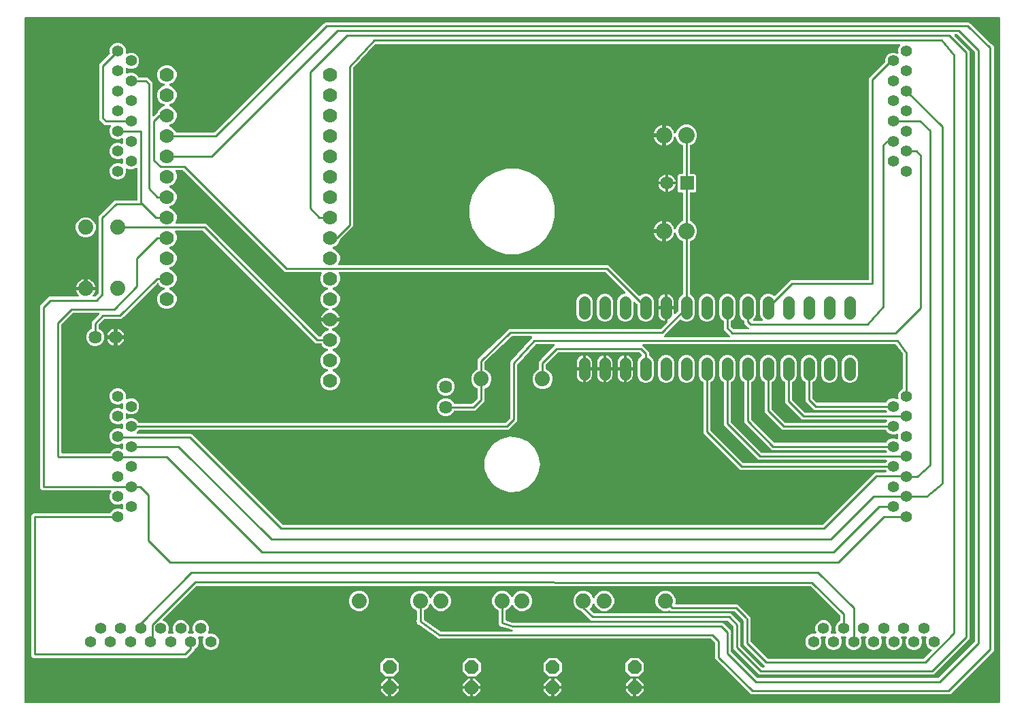
<source format=gbl>
G04 EAGLE Gerber RS-274X export*
G75*
%MOMM*%
%FSLAX34Y34*%
%LPD*%
%INBottom Copper*%
%IPPOS*%
%AMOC8*
5,1,8,0,0,1.08239X$1,22.5*%
G01*
%ADD10C,1.778000*%
%ADD11C,1.409600*%
%ADD12C,1.879600*%
%ADD13C,1.625600*%
%ADD14C,2.032000*%
%ADD15R,1.651000X1.651000*%
%ADD16C,1.651000*%
%ADD17P,1.814519X8X292.500000*%
%ADD18C,1.422400*%
%ADD19C,0.254000*%
%ADD20C,0.245000*%
%ADD21C,0.203200*%

G36*
X1215800Y3064D02*
X1215800Y3064D01*
X1215919Y3071D01*
X1215957Y3084D01*
X1215998Y3089D01*
X1216108Y3132D01*
X1216221Y3169D01*
X1216256Y3191D01*
X1216293Y3206D01*
X1216389Y3275D01*
X1216490Y3339D01*
X1216518Y3369D01*
X1216551Y3392D01*
X1216627Y3484D01*
X1216708Y3571D01*
X1216728Y3606D01*
X1216753Y3637D01*
X1216804Y3745D01*
X1216862Y3849D01*
X1216872Y3889D01*
X1216889Y3925D01*
X1216911Y4042D01*
X1216941Y4157D01*
X1216945Y4217D01*
X1216949Y4237D01*
X1216947Y4258D01*
X1216951Y4318D01*
X1216951Y855682D01*
X1216936Y855800D01*
X1216929Y855919D01*
X1216916Y855957D01*
X1216911Y855998D01*
X1216868Y856108D01*
X1216831Y856221D01*
X1216809Y856256D01*
X1216794Y856293D01*
X1216725Y856389D01*
X1216661Y856490D01*
X1216631Y856518D01*
X1216608Y856551D01*
X1216516Y856627D01*
X1216429Y856708D01*
X1216394Y856728D01*
X1216363Y856753D01*
X1216255Y856804D01*
X1216151Y856862D01*
X1216111Y856872D01*
X1216075Y856889D01*
X1215958Y856911D01*
X1215843Y856941D01*
X1215783Y856945D01*
X1215763Y856949D01*
X1215742Y856947D01*
X1215682Y856951D01*
X4318Y856951D01*
X4200Y856936D01*
X4081Y856929D01*
X4043Y856916D01*
X4002Y856911D01*
X3892Y856868D01*
X3779Y856831D01*
X3744Y856809D01*
X3707Y856794D01*
X3611Y856725D01*
X3510Y856661D01*
X3482Y856631D01*
X3449Y856608D01*
X3373Y856516D01*
X3292Y856429D01*
X3272Y856394D01*
X3247Y856363D01*
X3196Y856255D01*
X3138Y856151D01*
X3128Y856111D01*
X3111Y856075D01*
X3089Y855958D01*
X3059Y855843D01*
X3055Y855783D01*
X3051Y855763D01*
X3053Y855742D01*
X3049Y855682D01*
X3049Y4318D01*
X3064Y4200D01*
X3071Y4081D01*
X3084Y4043D01*
X3089Y4002D01*
X3132Y3892D01*
X3169Y3779D01*
X3191Y3744D01*
X3206Y3707D01*
X3275Y3611D01*
X3339Y3510D01*
X3369Y3482D01*
X3392Y3449D01*
X3484Y3373D01*
X3571Y3292D01*
X3606Y3272D01*
X3637Y3247D01*
X3745Y3196D01*
X3849Y3138D01*
X3889Y3128D01*
X3925Y3111D01*
X4042Y3089D01*
X4157Y3059D01*
X4217Y3055D01*
X4237Y3051D01*
X4258Y3053D01*
X4318Y3049D01*
X1215682Y3049D01*
X1215800Y3064D01*
G37*
%LPC*%
G36*
X907011Y13681D02*
X907011Y13681D01*
X862481Y58211D01*
X862481Y77685D01*
X862469Y77784D01*
X862466Y77883D01*
X862449Y77941D01*
X862441Y78001D01*
X862405Y78093D01*
X862377Y78188D01*
X862347Y78240D01*
X862324Y78297D01*
X862266Y78377D01*
X862216Y78462D01*
X862150Y78537D01*
X862138Y78554D01*
X862128Y78562D01*
X862110Y78583D01*
X857983Y82710D01*
X857905Y82770D01*
X857832Y82838D01*
X857779Y82867D01*
X857732Y82904D01*
X857641Y82944D01*
X857554Y82992D01*
X857495Y83007D01*
X857440Y83031D01*
X857342Y83046D01*
X857246Y83071D01*
X857146Y83077D01*
X857126Y83081D01*
X857113Y83079D01*
X857085Y83081D01*
X520496Y83081D01*
X520464Y83077D01*
X520432Y83080D01*
X520272Y83061D01*
X518999Y82834D01*
X518971Y82853D01*
X518841Y82921D01*
X518714Y82992D01*
X518701Y82995D01*
X518689Y83001D01*
X518546Y83035D01*
X518406Y83071D01*
X518388Y83072D01*
X518380Y83074D01*
X518363Y83074D01*
X518245Y83081D01*
X518211Y83081D01*
X517297Y83996D01*
X517271Y84015D01*
X517251Y84040D01*
X517125Y84140D01*
X494571Y99853D01*
X494442Y99921D01*
X494314Y99992D01*
X494301Y99995D01*
X494289Y100001D01*
X494147Y100035D01*
X494006Y100071D01*
X493988Y100072D01*
X493980Y100074D01*
X493963Y100074D01*
X493845Y100081D01*
X493811Y100081D01*
X492897Y100996D01*
X492871Y101015D01*
X492851Y101040D01*
X492725Y101140D01*
X491663Y101879D01*
X491657Y101913D01*
X491614Y102052D01*
X491573Y102192D01*
X491567Y102204D01*
X491563Y102216D01*
X491486Y102340D01*
X491412Y102466D01*
X491400Y102480D01*
X491395Y102487D01*
X491383Y102498D01*
X491305Y102587D01*
X491281Y102611D01*
X491281Y103904D01*
X491277Y103936D01*
X491280Y103968D01*
X491261Y104128D01*
X491034Y105401D01*
X491053Y105429D01*
X491121Y105559D01*
X491192Y105686D01*
X491195Y105699D01*
X491201Y105711D01*
X491235Y105854D01*
X491271Y105994D01*
X491272Y106012D01*
X491274Y106020D01*
X491274Y106037D01*
X491281Y106155D01*
X491281Y117469D01*
X491278Y117498D01*
X491280Y117527D01*
X491258Y117655D01*
X491241Y117784D01*
X491231Y117811D01*
X491226Y117841D01*
X491172Y117959D01*
X491124Y118080D01*
X491107Y118104D01*
X491095Y118131D01*
X491014Y118232D01*
X490938Y118337D01*
X490915Y118356D01*
X490896Y118379D01*
X490793Y118457D01*
X490693Y118540D01*
X490666Y118553D01*
X490642Y118570D01*
X490498Y118641D01*
X488550Y119448D01*
X485048Y122950D01*
X483153Y127524D01*
X483153Y132476D01*
X485048Y137050D01*
X488550Y140552D01*
X493124Y142447D01*
X498076Y142447D01*
X502650Y140552D01*
X506152Y137050D01*
X507327Y134213D01*
X507396Y134092D01*
X507461Y133969D01*
X507475Y133954D01*
X507485Y133936D01*
X507582Y133836D01*
X507675Y133734D01*
X507692Y133722D01*
X507706Y133708D01*
X507825Y133635D01*
X507941Y133559D01*
X507960Y133552D01*
X507977Y133542D01*
X508110Y133501D01*
X508242Y133456D01*
X508262Y133454D01*
X508281Y133448D01*
X508420Y133441D01*
X508559Y133430D01*
X508579Y133434D01*
X508599Y133433D01*
X508735Y133461D01*
X508872Y133485D01*
X508891Y133493D01*
X508910Y133497D01*
X509036Y133558D01*
X509162Y133615D01*
X509178Y133628D01*
X509196Y133637D01*
X509302Y133727D01*
X509410Y133814D01*
X509423Y133830D01*
X509438Y133843D01*
X509518Y133957D01*
X509602Y134068D01*
X509614Y134093D01*
X509621Y134103D01*
X509628Y134122D01*
X509673Y134213D01*
X510848Y137050D01*
X514350Y140552D01*
X518924Y142447D01*
X523876Y142447D01*
X528450Y140552D01*
X531952Y137050D01*
X533847Y132476D01*
X533847Y127524D01*
X531952Y122950D01*
X528450Y119448D01*
X523876Y117553D01*
X518924Y117553D01*
X514350Y119448D01*
X510848Y122950D01*
X509673Y125787D01*
X509604Y125908D01*
X509539Y126031D01*
X509525Y126046D01*
X509515Y126064D01*
X509418Y126164D01*
X509325Y126266D01*
X509308Y126278D01*
X509294Y126292D01*
X509176Y126365D01*
X509059Y126441D01*
X509040Y126448D01*
X509023Y126458D01*
X508890Y126499D01*
X508758Y126544D01*
X508738Y126546D01*
X508719Y126552D01*
X508580Y126559D01*
X508441Y126570D01*
X508421Y126566D01*
X508401Y126567D01*
X508265Y126539D01*
X508128Y126515D01*
X508110Y126507D01*
X508090Y126503D01*
X507964Y126442D01*
X507838Y126385D01*
X507822Y126372D01*
X507804Y126363D01*
X507698Y126273D01*
X507590Y126186D01*
X507577Y126170D01*
X507562Y126157D01*
X507482Y126043D01*
X507398Y125932D01*
X507386Y125907D01*
X507379Y125897D01*
X507372Y125878D01*
X507327Y125787D01*
X506152Y122950D01*
X502650Y119448D01*
X500702Y118641D01*
X500677Y118627D01*
X500649Y118617D01*
X500539Y118548D01*
X500426Y118484D01*
X500405Y118463D01*
X500380Y118447D01*
X500291Y118353D01*
X500198Y118262D01*
X500182Y118237D01*
X500162Y118216D01*
X500099Y118102D01*
X500031Y117991D01*
X500023Y117963D01*
X500008Y117937D01*
X499976Y117811D01*
X499938Y117687D01*
X499936Y117658D01*
X499929Y117629D01*
X499919Y117469D01*
X499919Y107317D01*
X499925Y107266D01*
X499923Y107214D01*
X499945Y107108D01*
X499959Y107002D01*
X499978Y106953D01*
X499988Y106902D01*
X500036Y106806D01*
X500076Y106706D01*
X500106Y106664D01*
X500129Y106617D01*
X500199Y106536D01*
X500262Y106449D01*
X500303Y106416D01*
X500336Y106376D01*
X500462Y106276D01*
X521029Y91947D01*
X521158Y91879D01*
X521286Y91808D01*
X521299Y91805D01*
X521311Y91799D01*
X521453Y91765D01*
X521594Y91729D01*
X521612Y91728D01*
X521620Y91726D01*
X521637Y91726D01*
X521755Y91719D01*
X609600Y91719D01*
X609733Y91736D01*
X609867Y91747D01*
X609891Y91755D01*
X609915Y91759D01*
X610040Y91808D01*
X610168Y91853D01*
X610188Y91867D01*
X610211Y91876D01*
X610320Y91955D01*
X610432Y92030D01*
X610448Y92048D01*
X610468Y92062D01*
X610554Y92166D01*
X610644Y92266D01*
X610655Y92288D01*
X610671Y92307D01*
X610728Y92429D01*
X610791Y92549D01*
X610796Y92573D01*
X610807Y92595D01*
X610832Y92727D01*
X610862Y92859D01*
X610862Y92883D01*
X610866Y92907D01*
X610858Y93042D01*
X610855Y93176D01*
X610848Y93200D01*
X610847Y93225D01*
X610805Y93353D01*
X610769Y93483D01*
X610756Y93504D01*
X610749Y93527D01*
X610677Y93641D01*
X610609Y93758D01*
X610592Y93775D01*
X610579Y93796D01*
X610480Y93889D01*
X610386Y93984D01*
X610365Y93997D01*
X610347Y94014D01*
X610229Y94079D01*
X610114Y94149D01*
X610081Y94161D01*
X610068Y94168D01*
X610048Y94173D01*
X609963Y94204D01*
X609547Y94328D01*
X609445Y94345D01*
X609345Y94371D01*
X609255Y94377D01*
X609233Y94380D01*
X609219Y94379D01*
X609184Y94381D01*
X608211Y94381D01*
X607945Y94647D01*
X607887Y94693D01*
X607834Y94746D01*
X607761Y94790D01*
X607694Y94842D01*
X607626Y94871D01*
X607562Y94910D01*
X607411Y94966D01*
X597147Y98028D01*
X597045Y98045D01*
X596945Y98071D01*
X596855Y98077D01*
X596833Y98080D01*
X596819Y98079D01*
X596784Y98081D01*
X595811Y98081D01*
X595546Y98347D01*
X595487Y98393D01*
X595434Y98446D01*
X595361Y98490D01*
X595294Y98542D01*
X595226Y98571D01*
X595162Y98610D01*
X595011Y98666D01*
X594651Y98773D01*
X594188Y99629D01*
X594128Y99713D01*
X594076Y99802D01*
X594016Y99870D01*
X594003Y99888D01*
X593992Y99897D01*
X593969Y99923D01*
X593281Y100611D01*
X593281Y100987D01*
X593272Y101061D01*
X593273Y101135D01*
X593252Y101218D01*
X593241Y101302D01*
X593214Y101372D01*
X593196Y101444D01*
X593129Y101590D01*
X592950Y101921D01*
X593228Y102853D01*
X593245Y102955D01*
X593271Y103055D01*
X593277Y103145D01*
X593280Y103167D01*
X593279Y103181D01*
X593281Y103216D01*
X593281Y117469D01*
X593278Y117498D01*
X593280Y117527D01*
X593258Y117655D01*
X593241Y117784D01*
X593231Y117811D01*
X593226Y117841D01*
X593172Y117959D01*
X593124Y118080D01*
X593107Y118104D01*
X593095Y118131D01*
X593014Y118232D01*
X592938Y118337D01*
X592915Y118356D01*
X592896Y118379D01*
X592793Y118457D01*
X592693Y118540D01*
X592666Y118553D01*
X592642Y118570D01*
X592498Y118641D01*
X590550Y119448D01*
X587048Y122950D01*
X585153Y127524D01*
X585153Y132476D01*
X587048Y137050D01*
X590550Y140552D01*
X595124Y142447D01*
X600076Y142447D01*
X604650Y140552D01*
X608152Y137050D01*
X608827Y135420D01*
X608896Y135299D01*
X608961Y135176D01*
X608975Y135161D01*
X608985Y135143D01*
X609082Y135043D01*
X609175Y134941D01*
X609192Y134930D01*
X609206Y134915D01*
X609325Y134842D01*
X609441Y134766D01*
X609460Y134759D01*
X609477Y134749D01*
X609610Y134708D01*
X609742Y134663D01*
X609762Y134661D01*
X609781Y134655D01*
X609920Y134648D01*
X610059Y134637D01*
X610079Y134641D01*
X610099Y134640D01*
X610235Y134668D01*
X610372Y134692D01*
X610391Y134700D01*
X610410Y134704D01*
X610536Y134765D01*
X610662Y134822D01*
X610678Y134835D01*
X610696Y134844D01*
X610802Y134934D01*
X610910Y135021D01*
X610923Y135037D01*
X610938Y135050D01*
X611018Y135164D01*
X611102Y135275D01*
X611114Y135300D01*
X611121Y135310D01*
X611128Y135329D01*
X611173Y135420D01*
X611848Y137051D01*
X615350Y140552D01*
X619924Y142447D01*
X624876Y142447D01*
X629450Y140552D01*
X632952Y137050D01*
X634847Y132476D01*
X634847Y127524D01*
X632952Y122950D01*
X629450Y119448D01*
X624876Y117553D01*
X619924Y117553D01*
X615350Y119448D01*
X611848Y122949D01*
X611173Y124580D01*
X611104Y124701D01*
X611039Y124824D01*
X611025Y124839D01*
X611015Y124857D01*
X610918Y124957D01*
X610825Y125059D01*
X610808Y125071D01*
X610794Y125085D01*
X610676Y125158D01*
X610559Y125234D01*
X610540Y125241D01*
X610523Y125251D01*
X610390Y125292D01*
X610258Y125337D01*
X610238Y125339D01*
X610219Y125345D01*
X610080Y125352D01*
X609941Y125363D01*
X609921Y125359D01*
X609901Y125360D01*
X609765Y125332D01*
X609628Y125308D01*
X609609Y125300D01*
X609590Y125296D01*
X609465Y125235D01*
X609338Y125178D01*
X609322Y125165D01*
X609304Y125156D01*
X609198Y125066D01*
X609090Y124979D01*
X609077Y124963D01*
X609062Y124950D01*
X608982Y124836D01*
X608898Y124725D01*
X608886Y124700D01*
X608879Y124690D01*
X608872Y124670D01*
X608827Y124580D01*
X608152Y122950D01*
X604650Y119448D01*
X602702Y118641D01*
X602677Y118627D01*
X602649Y118617D01*
X602539Y118548D01*
X602426Y118484D01*
X602405Y118463D01*
X602380Y118447D01*
X602291Y118353D01*
X602198Y118262D01*
X602182Y118237D01*
X602162Y118216D01*
X602099Y118102D01*
X602031Y117991D01*
X602023Y117963D01*
X602008Y117937D01*
X601976Y117811D01*
X601938Y117687D01*
X601936Y117658D01*
X601929Y117629D01*
X601919Y117469D01*
X601919Y106564D01*
X601931Y106470D01*
X601933Y106376D01*
X601950Y106313D01*
X601959Y106249D01*
X601993Y106161D01*
X602019Y106070D01*
X602052Y106013D01*
X602076Y105953D01*
X602131Y105876D01*
X602179Y105794D01*
X602224Y105748D01*
X602262Y105695D01*
X602335Y105635D01*
X602402Y105568D01*
X602457Y105534D01*
X602507Y105493D01*
X602593Y105452D01*
X602674Y105404D01*
X602779Y105365D01*
X602795Y105357D01*
X602805Y105355D01*
X602825Y105348D01*
X610453Y103072D01*
X610555Y103055D01*
X610655Y103029D01*
X610745Y103023D01*
X610767Y103020D01*
X610781Y103021D01*
X610816Y103019D01*
X869741Y103019D01*
X869757Y103021D01*
X869799Y103020D01*
X871575Y103101D01*
X872832Y101843D01*
X872845Y101833D01*
X872874Y101804D01*
X879411Y95837D01*
X879468Y95796D01*
X879520Y95748D01*
X879598Y95705D01*
X879671Y95653D01*
X879737Y95628D01*
X879798Y95594D01*
X879800Y95594D01*
X881064Y94330D01*
X881077Y94319D01*
X881106Y94290D01*
X882419Y93091D01*
X882419Y91313D01*
X882421Y91297D01*
X882420Y91255D01*
X882502Y89462D01*
X882486Y89401D01*
X882454Y89318D01*
X882447Y89248D01*
X882429Y89180D01*
X882419Y89019D01*
X882419Y67007D01*
X882431Y66908D01*
X882434Y66809D01*
X882451Y66751D01*
X882459Y66691D01*
X882495Y66599D01*
X882523Y66504D01*
X882553Y66452D01*
X882576Y66395D01*
X882634Y66315D01*
X882684Y66230D01*
X882750Y66155D01*
X882762Y66138D01*
X882772Y66130D01*
X882790Y66109D01*
X914709Y34190D01*
X914787Y34130D01*
X914860Y34062D01*
X914913Y34033D01*
X914960Y33996D01*
X915051Y33956D01*
X915138Y33908D01*
X915197Y33893D01*
X915252Y33869D01*
X915350Y33854D01*
X915446Y33829D01*
X915546Y33823D01*
X915566Y33819D01*
X915579Y33821D01*
X915607Y33819D01*
X1139709Y33819D01*
X1139808Y33831D01*
X1139907Y33834D01*
X1139965Y33851D01*
X1140025Y33859D01*
X1140117Y33895D01*
X1140212Y33923D01*
X1140264Y33953D01*
X1140321Y33976D01*
X1140401Y34034D01*
X1140486Y34084D01*
X1140561Y34150D01*
X1140578Y34162D01*
X1140586Y34172D01*
X1140607Y34190D01*
X1185310Y78893D01*
X1185370Y78971D01*
X1185438Y79044D01*
X1185467Y79097D01*
X1185504Y79144D01*
X1185544Y79235D01*
X1185592Y79322D01*
X1185607Y79381D01*
X1185631Y79436D01*
X1185646Y79534D01*
X1185671Y79630D01*
X1185677Y79730D01*
X1185681Y79750D01*
X1185679Y79763D01*
X1185681Y79791D01*
X1185681Y813672D01*
X1185669Y813773D01*
X1185665Y813874D01*
X1185649Y813930D01*
X1185641Y813987D01*
X1185604Y814082D01*
X1185575Y814179D01*
X1185546Y814229D01*
X1185524Y814283D01*
X1185465Y814365D01*
X1185413Y814453D01*
X1185350Y814523D01*
X1185338Y814540D01*
X1185327Y814549D01*
X1185306Y814573D01*
X1164393Y835313D01*
X1164316Y835372D01*
X1164246Y835438D01*
X1164191Y835469D01*
X1164141Y835507D01*
X1164052Y835545D01*
X1163968Y835592D01*
X1163906Y835607D01*
X1163848Y835632D01*
X1163753Y835647D01*
X1163660Y835671D01*
X1163553Y835678D01*
X1163534Y835681D01*
X1163523Y835680D01*
X1163499Y835681D01*
X1161407Y835681D01*
X1161268Y835664D01*
X1161128Y835650D01*
X1161111Y835644D01*
X1161092Y835641D01*
X1160961Y835590D01*
X1160829Y835542D01*
X1160814Y835531D01*
X1160796Y835524D01*
X1160683Y835442D01*
X1160566Y835363D01*
X1160554Y835349D01*
X1160539Y835338D01*
X1160449Y835229D01*
X1160357Y835124D01*
X1160348Y835107D01*
X1160336Y835093D01*
X1160276Y834966D01*
X1160213Y834840D01*
X1160208Y834822D01*
X1160201Y834805D01*
X1160174Y834667D01*
X1160144Y834530D01*
X1160144Y834511D01*
X1160141Y834493D01*
X1160149Y834353D01*
X1160154Y834212D01*
X1160159Y834194D01*
X1160161Y834175D01*
X1160204Y834042D01*
X1160243Y833907D01*
X1160253Y833890D01*
X1160259Y833873D01*
X1160334Y833754D01*
X1160405Y833633D01*
X1160423Y833614D01*
X1160429Y833604D01*
X1160433Y833600D01*
X1160433Y833599D01*
X1160445Y833589D01*
X1160512Y833512D01*
X1176411Y817688D01*
X1176446Y817662D01*
X1178050Y816058D01*
X1178051Y816057D01*
X1178052Y816056D01*
X1179319Y814795D01*
X1179319Y813007D01*
X1179319Y813006D01*
X1179319Y813004D01*
X1179324Y810776D01*
X1179323Y810754D01*
X1179319Y810733D01*
X1179321Y810721D01*
X1179319Y810693D01*
X1179319Y83415D01*
X1134425Y38521D01*
X917253Y38521D01*
X885083Y70691D01*
X885083Y98283D01*
X885071Y98382D01*
X885068Y98481D01*
X885051Y98539D01*
X885043Y98599D01*
X885007Y98691D01*
X884979Y98786D01*
X884949Y98838D01*
X884926Y98895D01*
X884868Y98975D01*
X884818Y99060D01*
X884752Y99135D01*
X884740Y99152D01*
X884730Y99160D01*
X884712Y99181D01*
X878583Y105310D01*
X878505Y105370D01*
X878432Y105438D01*
X878379Y105467D01*
X878332Y105504D01*
X878241Y105544D01*
X878154Y105592D01*
X878095Y105607D01*
X878040Y105631D01*
X877942Y105646D01*
X877846Y105671D01*
X877746Y105677D01*
X877726Y105681D01*
X877713Y105679D01*
X877685Y105681D01*
X708211Y105681D01*
X697183Y116709D01*
X696670Y117223D01*
X696662Y117228D01*
X696656Y117236D01*
X696537Y117326D01*
X696418Y117418D01*
X696410Y117421D01*
X696402Y117427D01*
X696258Y117498D01*
X691550Y119448D01*
X688048Y122950D01*
X686153Y127524D01*
X686153Y132476D01*
X688048Y137050D01*
X691550Y140552D01*
X696124Y142447D01*
X701076Y142447D01*
X705650Y140552D01*
X709152Y137050D01*
X710327Y134212D01*
X710396Y134092D01*
X710461Y133969D01*
X710475Y133954D01*
X710485Y133936D01*
X710582Y133836D01*
X710675Y133733D01*
X710692Y133722D01*
X710706Y133708D01*
X710825Y133635D01*
X710941Y133559D01*
X710960Y133552D01*
X710977Y133542D01*
X711110Y133501D01*
X711242Y133456D01*
X711262Y133454D01*
X711281Y133448D01*
X711420Y133441D01*
X711559Y133430D01*
X711579Y133434D01*
X711599Y133433D01*
X711735Y133461D01*
X711872Y133485D01*
X711891Y133493D01*
X711910Y133497D01*
X712036Y133558D01*
X712162Y133615D01*
X712178Y133628D01*
X712196Y133637D01*
X712302Y133727D01*
X712410Y133814D01*
X712423Y133830D01*
X712438Y133843D01*
X712518Y133957D01*
X712602Y134068D01*
X712614Y134093D01*
X712621Y134103D01*
X712628Y134122D01*
X712673Y134212D01*
X713848Y137050D01*
X717350Y140552D01*
X721924Y142447D01*
X726876Y142447D01*
X731450Y140552D01*
X734952Y137050D01*
X736847Y132476D01*
X736847Y127524D01*
X734952Y122950D01*
X731450Y119448D01*
X726876Y117553D01*
X721924Y117553D01*
X717350Y119448D01*
X713848Y122950D01*
X712673Y125788D01*
X712604Y125908D01*
X712539Y126031D01*
X712525Y126046D01*
X712515Y126064D01*
X712418Y126164D01*
X712325Y126267D01*
X712308Y126278D01*
X712294Y126292D01*
X712176Y126365D01*
X712059Y126441D01*
X712040Y126448D01*
X712023Y126458D01*
X711890Y126499D01*
X711758Y126544D01*
X711738Y126546D01*
X711719Y126552D01*
X711580Y126559D01*
X711441Y126570D01*
X711421Y126566D01*
X711401Y126567D01*
X711265Y126539D01*
X711128Y126515D01*
X711109Y126507D01*
X711090Y126503D01*
X710965Y126442D01*
X710838Y126385D01*
X710822Y126372D01*
X710804Y126363D01*
X710698Y126273D01*
X710590Y126186D01*
X710577Y126170D01*
X710562Y126157D01*
X710482Y126043D01*
X710398Y125932D01*
X710386Y125907D01*
X710379Y125897D01*
X710372Y125878D01*
X710327Y125788D01*
X709152Y122950D01*
X707052Y120850D01*
X706979Y120756D01*
X706901Y120667D01*
X706882Y120631D01*
X706858Y120599D01*
X706810Y120489D01*
X706756Y120384D01*
X706747Y120344D01*
X706731Y120307D01*
X706712Y120189D01*
X706686Y120073D01*
X706688Y120033D01*
X706681Y119993D01*
X706692Y119874D01*
X706696Y119755D01*
X706707Y119717D01*
X706711Y119676D01*
X706751Y119564D01*
X706785Y119450D01*
X706805Y119415D01*
X706819Y119377D01*
X706886Y119278D01*
X706946Y119176D01*
X706986Y119131D01*
X706997Y119114D01*
X707013Y119100D01*
X707052Y119055D01*
X711417Y114690D01*
X711495Y114630D01*
X711568Y114562D01*
X711621Y114533D01*
X711668Y114496D01*
X711759Y114456D01*
X711846Y114408D01*
X711905Y114393D01*
X711960Y114369D01*
X712058Y114354D01*
X712154Y114329D01*
X712254Y114323D01*
X712274Y114319D01*
X712287Y114321D01*
X712315Y114319D01*
X881789Y114319D01*
X893721Y102387D01*
X893721Y74795D01*
X893733Y74696D01*
X893736Y74597D01*
X893753Y74539D01*
X893761Y74479D01*
X893797Y74387D01*
X893825Y74292D01*
X893855Y74240D01*
X893878Y74183D01*
X893936Y74103D01*
X893986Y74018D01*
X894052Y73943D01*
X894064Y73926D01*
X894074Y73918D01*
X894092Y73897D01*
X920459Y47530D01*
X920537Y47470D01*
X920610Y47402D01*
X920663Y47373D01*
X920710Y47336D01*
X920801Y47296D01*
X920888Y47248D01*
X920947Y47233D01*
X921002Y47209D01*
X921100Y47194D01*
X921196Y47169D01*
X921296Y47163D01*
X921316Y47159D01*
X921329Y47161D01*
X921357Y47159D01*
X923269Y47159D01*
X923407Y47176D01*
X923546Y47189D01*
X923565Y47196D01*
X923585Y47199D01*
X923714Y47250D01*
X923845Y47297D01*
X923862Y47308D01*
X923881Y47316D01*
X923993Y47397D01*
X924108Y47475D01*
X924122Y47491D01*
X924138Y47502D01*
X924227Y47610D01*
X924319Y47714D01*
X924328Y47732D01*
X924341Y47747D01*
X924400Y47873D01*
X924463Y47997D01*
X924468Y48017D01*
X924476Y48035D01*
X924502Y48171D01*
X924533Y48307D01*
X924532Y48328D01*
X924536Y48347D01*
X924527Y48486D01*
X924523Y48625D01*
X924518Y48645D01*
X924516Y48665D01*
X924474Y48797D01*
X924435Y48931D01*
X924425Y48948D01*
X924418Y48967D01*
X924344Y49085D01*
X924273Y49205D01*
X924255Y49226D01*
X924248Y49236D01*
X924233Y49250D01*
X924167Y49325D01*
X897681Y75811D01*
X897681Y105685D01*
X897669Y105784D01*
X897666Y105883D01*
X897649Y105941D01*
X897641Y106001D01*
X897605Y106093D01*
X897577Y106188D01*
X897547Y106240D01*
X897524Y106297D01*
X897466Y106377D01*
X897416Y106462D01*
X897350Y106537D01*
X897338Y106554D01*
X897328Y106562D01*
X897310Y106583D01*
X887283Y116610D01*
X887205Y116670D01*
X887132Y116738D01*
X887079Y116767D01*
X887032Y116804D01*
X886941Y116844D01*
X886854Y116892D01*
X886795Y116907D01*
X886740Y116931D01*
X886642Y116946D01*
X886546Y116971D01*
X886446Y116977D01*
X886426Y116981D01*
X886413Y116979D01*
X886385Y116981D01*
X807511Y116981D01*
X806407Y118085D01*
X806384Y118103D01*
X806365Y118126D01*
X806259Y118200D01*
X806156Y118280D01*
X806129Y118292D01*
X806105Y118309D01*
X805983Y118355D01*
X805864Y118406D01*
X805835Y118411D01*
X805807Y118422D01*
X805678Y118436D01*
X805550Y118456D01*
X805521Y118453D01*
X805491Y118457D01*
X805363Y118439D01*
X805233Y118426D01*
X805206Y118416D01*
X805176Y118412D01*
X805024Y118360D01*
X803076Y117553D01*
X798124Y117553D01*
X793550Y119448D01*
X790048Y122950D01*
X788153Y127524D01*
X788153Y132476D01*
X790048Y137050D01*
X793550Y140552D01*
X798124Y142447D01*
X803076Y142447D01*
X807650Y140552D01*
X811152Y137050D01*
X813047Y132476D01*
X813047Y127524D01*
X812984Y127374D01*
X812971Y127326D01*
X812950Y127281D01*
X812929Y127173D01*
X812900Y127067D01*
X812900Y127017D01*
X812890Y126968D01*
X812897Y126859D01*
X812895Y126749D01*
X812907Y126701D01*
X812910Y126651D01*
X812944Y126547D01*
X812970Y126440D01*
X812993Y126396D01*
X813008Y126349D01*
X813067Y126256D01*
X813118Y126159D01*
X813152Y126122D01*
X813178Y126080D01*
X813258Y126004D01*
X813332Y125923D01*
X813374Y125896D01*
X813410Y125862D01*
X813506Y125809D01*
X813598Y125749D01*
X813645Y125732D01*
X813688Y125708D01*
X813795Y125681D01*
X813899Y125645D01*
X813948Y125641D01*
X813996Y125629D01*
X814157Y125619D01*
X890489Y125619D01*
X905186Y110921D01*
X906319Y109789D01*
X906319Y79915D01*
X906331Y79816D01*
X906334Y79717D01*
X906351Y79659D01*
X906359Y79599D01*
X906395Y79507D01*
X906423Y79412D01*
X906453Y79360D01*
X906476Y79303D01*
X906534Y79223D01*
X906584Y79138D01*
X906650Y79063D01*
X906662Y79046D01*
X906672Y79038D01*
X906690Y79017D01*
X927367Y58340D01*
X927445Y58280D01*
X927518Y58212D01*
X927571Y58183D01*
X927618Y58146D01*
X927709Y58106D01*
X927796Y58058D01*
X927855Y58043D01*
X927910Y58019D01*
X928008Y58004D01*
X928104Y57979D01*
X928204Y57973D01*
X928224Y57969D01*
X928237Y57971D01*
X928265Y57969D01*
X1121672Y57969D01*
X1121771Y57981D01*
X1121870Y57984D01*
X1121928Y58001D01*
X1121988Y58009D01*
X1122080Y58045D01*
X1122175Y58073D01*
X1122227Y58103D01*
X1122284Y58126D01*
X1122364Y58184D01*
X1122449Y58234D01*
X1122525Y58300D01*
X1122541Y58312D01*
X1122549Y58322D01*
X1122570Y58340D01*
X1131860Y67631D01*
X1131891Y67670D01*
X1131928Y67704D01*
X1131988Y67795D01*
X1132055Y67882D01*
X1132075Y67928D01*
X1132102Y67969D01*
X1132138Y68073D01*
X1132182Y68174D01*
X1132189Y68223D01*
X1132206Y68270D01*
X1132214Y68379D01*
X1132232Y68488D01*
X1132227Y68538D01*
X1132231Y68587D01*
X1132212Y68695D01*
X1132202Y68805D01*
X1132185Y68851D01*
X1132176Y68900D01*
X1132131Y69001D01*
X1132094Y69104D01*
X1132066Y69145D01*
X1132046Y69190D01*
X1131977Y69276D01*
X1131916Y69367D01*
X1131878Y69400D01*
X1131847Y69439D01*
X1131759Y69505D01*
X1131677Y69578D01*
X1131633Y69600D01*
X1131593Y69630D01*
X1131449Y69701D01*
X1129181Y70640D01*
X1126340Y73481D01*
X1124803Y77192D01*
X1124803Y81208D01*
X1125910Y83880D01*
X1125946Y84014D01*
X1125988Y84147D01*
X1125989Y84167D01*
X1125994Y84187D01*
X1125996Y84326D01*
X1126003Y84465D01*
X1125999Y84484D01*
X1125999Y84505D01*
X1125966Y84640D01*
X1125938Y84776D01*
X1125929Y84794D01*
X1125925Y84814D01*
X1125860Y84937D01*
X1125799Y85062D01*
X1125785Y85077D01*
X1125776Y85095D01*
X1125683Y85198D01*
X1125592Y85304D01*
X1125576Y85315D01*
X1125562Y85330D01*
X1125446Y85407D01*
X1125332Y85487D01*
X1125313Y85494D01*
X1125296Y85505D01*
X1125165Y85550D01*
X1125035Y85600D01*
X1125015Y85602D01*
X1124996Y85608D01*
X1124857Y85619D01*
X1124719Y85635D01*
X1124699Y85632D01*
X1124679Y85634D01*
X1124541Y85610D01*
X1124495Y85603D01*
X1120323Y85603D01*
X1120281Y85616D01*
X1120261Y85617D01*
X1120242Y85622D01*
X1120102Y85624D01*
X1119964Y85631D01*
X1119944Y85627D01*
X1119924Y85627D01*
X1119788Y85595D01*
X1119652Y85567D01*
X1119634Y85558D01*
X1119615Y85553D01*
X1119491Y85488D01*
X1119367Y85427D01*
X1119351Y85414D01*
X1119333Y85404D01*
X1119230Y85311D01*
X1119125Y85221D01*
X1119113Y85204D01*
X1119098Y85191D01*
X1119022Y85074D01*
X1118942Y84961D01*
X1118934Y84942D01*
X1118923Y84925D01*
X1118878Y84794D01*
X1118829Y84663D01*
X1118827Y84643D01*
X1118820Y84624D01*
X1118809Y84486D01*
X1118794Y84347D01*
X1118796Y84327D01*
X1118795Y84307D01*
X1118819Y84170D01*
X1118838Y84032D01*
X1118847Y84006D01*
X1118849Y83994D01*
X1118858Y83975D01*
X1118890Y83880D01*
X1119997Y81208D01*
X1119997Y77192D01*
X1118460Y73481D01*
X1115619Y70640D01*
X1111908Y69103D01*
X1107892Y69103D01*
X1104181Y70640D01*
X1101340Y73481D01*
X1099803Y77192D01*
X1099803Y81208D01*
X1100910Y83880D01*
X1100946Y84014D01*
X1100988Y84147D01*
X1100989Y84167D01*
X1100994Y84187D01*
X1100996Y84326D01*
X1101003Y84465D01*
X1100999Y84484D01*
X1100999Y84505D01*
X1100966Y84640D01*
X1100938Y84776D01*
X1100929Y84794D01*
X1100925Y84814D01*
X1100860Y84937D01*
X1100799Y85062D01*
X1100785Y85077D01*
X1100776Y85095D01*
X1100683Y85198D01*
X1100592Y85304D01*
X1100576Y85315D01*
X1100562Y85330D01*
X1100446Y85407D01*
X1100332Y85487D01*
X1100313Y85494D01*
X1100296Y85505D01*
X1100165Y85550D01*
X1100035Y85600D01*
X1100015Y85602D01*
X1099996Y85608D01*
X1099857Y85619D01*
X1099719Y85635D01*
X1099699Y85632D01*
X1099679Y85634D01*
X1099541Y85610D01*
X1099495Y85603D01*
X1095323Y85603D01*
X1095281Y85616D01*
X1095261Y85617D01*
X1095242Y85622D01*
X1095102Y85624D01*
X1094964Y85631D01*
X1094944Y85627D01*
X1094924Y85627D01*
X1094788Y85595D01*
X1094652Y85567D01*
X1094634Y85558D01*
X1094615Y85553D01*
X1094491Y85488D01*
X1094367Y85427D01*
X1094351Y85414D01*
X1094333Y85404D01*
X1094230Y85311D01*
X1094125Y85221D01*
X1094113Y85204D01*
X1094098Y85191D01*
X1094022Y85074D01*
X1093942Y84961D01*
X1093934Y84942D01*
X1093923Y84925D01*
X1093878Y84794D01*
X1093829Y84663D01*
X1093827Y84643D01*
X1093820Y84624D01*
X1093809Y84486D01*
X1093794Y84347D01*
X1093796Y84327D01*
X1093795Y84307D01*
X1093819Y84170D01*
X1093838Y84032D01*
X1093847Y84006D01*
X1093849Y83994D01*
X1093858Y83975D01*
X1093890Y83880D01*
X1094997Y81208D01*
X1094997Y77192D01*
X1093460Y73481D01*
X1090619Y70640D01*
X1086908Y69103D01*
X1082892Y69103D01*
X1079181Y70640D01*
X1076340Y73481D01*
X1074803Y77192D01*
X1074803Y81208D01*
X1075910Y83880D01*
X1075946Y84014D01*
X1075988Y84147D01*
X1075989Y84167D01*
X1075994Y84187D01*
X1075996Y84326D01*
X1076003Y84465D01*
X1075999Y84484D01*
X1075999Y84505D01*
X1075966Y84640D01*
X1075938Y84776D01*
X1075929Y84794D01*
X1075925Y84814D01*
X1075860Y84937D01*
X1075799Y85062D01*
X1075785Y85077D01*
X1075776Y85095D01*
X1075683Y85198D01*
X1075592Y85304D01*
X1075576Y85315D01*
X1075562Y85330D01*
X1075446Y85407D01*
X1075332Y85487D01*
X1075313Y85494D01*
X1075296Y85505D01*
X1075165Y85550D01*
X1075035Y85600D01*
X1075015Y85602D01*
X1074996Y85608D01*
X1074857Y85619D01*
X1074719Y85635D01*
X1074699Y85632D01*
X1074679Y85634D01*
X1074541Y85610D01*
X1074495Y85603D01*
X1070323Y85603D01*
X1070281Y85616D01*
X1070261Y85617D01*
X1070242Y85622D01*
X1070102Y85624D01*
X1069964Y85631D01*
X1069944Y85627D01*
X1069924Y85627D01*
X1069788Y85595D01*
X1069652Y85567D01*
X1069634Y85558D01*
X1069615Y85553D01*
X1069491Y85488D01*
X1069367Y85427D01*
X1069351Y85414D01*
X1069333Y85404D01*
X1069230Y85311D01*
X1069125Y85221D01*
X1069113Y85204D01*
X1069098Y85191D01*
X1069022Y85074D01*
X1068942Y84961D01*
X1068934Y84942D01*
X1068923Y84925D01*
X1068878Y84794D01*
X1068829Y84663D01*
X1068827Y84643D01*
X1068820Y84624D01*
X1068809Y84486D01*
X1068794Y84347D01*
X1068796Y84327D01*
X1068795Y84307D01*
X1068819Y84170D01*
X1068838Y84032D01*
X1068847Y84006D01*
X1068849Y83994D01*
X1068858Y83975D01*
X1068890Y83880D01*
X1069997Y81208D01*
X1069997Y77192D01*
X1068460Y73481D01*
X1065619Y70640D01*
X1061908Y69103D01*
X1057892Y69103D01*
X1054181Y70640D01*
X1051340Y73481D01*
X1049803Y77192D01*
X1049803Y81208D01*
X1050910Y83880D01*
X1050946Y84014D01*
X1050988Y84147D01*
X1050989Y84167D01*
X1050994Y84187D01*
X1050996Y84326D01*
X1051003Y84465D01*
X1050999Y84484D01*
X1050999Y84505D01*
X1050966Y84640D01*
X1050938Y84776D01*
X1050929Y84794D01*
X1050925Y84814D01*
X1050860Y84937D01*
X1050799Y85062D01*
X1050785Y85077D01*
X1050776Y85095D01*
X1050683Y85198D01*
X1050592Y85304D01*
X1050576Y85315D01*
X1050562Y85330D01*
X1050446Y85407D01*
X1050332Y85487D01*
X1050313Y85494D01*
X1050296Y85505D01*
X1050165Y85550D01*
X1050035Y85600D01*
X1050015Y85602D01*
X1049996Y85608D01*
X1049857Y85619D01*
X1049719Y85635D01*
X1049699Y85632D01*
X1049679Y85634D01*
X1049541Y85610D01*
X1049495Y85603D01*
X1045323Y85603D01*
X1045281Y85616D01*
X1045261Y85617D01*
X1045242Y85622D01*
X1045102Y85624D01*
X1044964Y85631D01*
X1044944Y85627D01*
X1044924Y85627D01*
X1044788Y85595D01*
X1044652Y85567D01*
X1044634Y85558D01*
X1044615Y85553D01*
X1044491Y85488D01*
X1044367Y85427D01*
X1044351Y85414D01*
X1044333Y85404D01*
X1044230Y85311D01*
X1044125Y85221D01*
X1044113Y85204D01*
X1044098Y85191D01*
X1044022Y85074D01*
X1043942Y84961D01*
X1043934Y84942D01*
X1043923Y84925D01*
X1043878Y84794D01*
X1043829Y84663D01*
X1043827Y84643D01*
X1043820Y84624D01*
X1043809Y84486D01*
X1043794Y84347D01*
X1043796Y84327D01*
X1043795Y84307D01*
X1043819Y84170D01*
X1043838Y84032D01*
X1043847Y84006D01*
X1043849Y83994D01*
X1043858Y83975D01*
X1043890Y83880D01*
X1044997Y81208D01*
X1044997Y77192D01*
X1043460Y73481D01*
X1040619Y70640D01*
X1036908Y69103D01*
X1032892Y69103D01*
X1029181Y70640D01*
X1026340Y73481D01*
X1024803Y77192D01*
X1024803Y81208D01*
X1025910Y83880D01*
X1025946Y84014D01*
X1025988Y84147D01*
X1025989Y84167D01*
X1025994Y84187D01*
X1025996Y84326D01*
X1026003Y84465D01*
X1025999Y84484D01*
X1025999Y84505D01*
X1025966Y84640D01*
X1025938Y84776D01*
X1025929Y84794D01*
X1025925Y84814D01*
X1025860Y84937D01*
X1025799Y85062D01*
X1025785Y85077D01*
X1025776Y85095D01*
X1025683Y85198D01*
X1025592Y85304D01*
X1025576Y85315D01*
X1025562Y85330D01*
X1025446Y85407D01*
X1025332Y85487D01*
X1025313Y85494D01*
X1025296Y85505D01*
X1025165Y85550D01*
X1025035Y85600D01*
X1025015Y85602D01*
X1024996Y85608D01*
X1024857Y85619D01*
X1024719Y85635D01*
X1024699Y85632D01*
X1024679Y85634D01*
X1024541Y85610D01*
X1024495Y85603D01*
X1020323Y85603D01*
X1020281Y85616D01*
X1020261Y85617D01*
X1020242Y85622D01*
X1020102Y85624D01*
X1019964Y85631D01*
X1019944Y85627D01*
X1019924Y85627D01*
X1019788Y85595D01*
X1019652Y85567D01*
X1019634Y85558D01*
X1019615Y85553D01*
X1019491Y85488D01*
X1019367Y85427D01*
X1019351Y85414D01*
X1019333Y85404D01*
X1019230Y85311D01*
X1019125Y85221D01*
X1019113Y85204D01*
X1019098Y85191D01*
X1019022Y85074D01*
X1018942Y84961D01*
X1018934Y84942D01*
X1018923Y84925D01*
X1018878Y84794D01*
X1018829Y84663D01*
X1018827Y84643D01*
X1018820Y84624D01*
X1018809Y84486D01*
X1018794Y84347D01*
X1018796Y84327D01*
X1018795Y84307D01*
X1018819Y84170D01*
X1018838Y84032D01*
X1018847Y84006D01*
X1018849Y83994D01*
X1018858Y83975D01*
X1018890Y83880D01*
X1019997Y81208D01*
X1019997Y77192D01*
X1018460Y73481D01*
X1015619Y70640D01*
X1011908Y69103D01*
X1007892Y69103D01*
X1004181Y70640D01*
X1001340Y73481D01*
X999803Y77192D01*
X999803Y81208D01*
X1000910Y83880D01*
X1000946Y84014D01*
X1000988Y84147D01*
X1000989Y84167D01*
X1000994Y84187D01*
X1000996Y84326D01*
X1001003Y84465D01*
X1000999Y84484D01*
X1000999Y84505D01*
X1000966Y84640D01*
X1000938Y84776D01*
X1000929Y84794D01*
X1000925Y84814D01*
X1000860Y84937D01*
X1000799Y85062D01*
X1000785Y85077D01*
X1000776Y85095D01*
X1000683Y85198D01*
X1000592Y85304D01*
X1000576Y85315D01*
X1000562Y85330D01*
X1000446Y85407D01*
X1000332Y85487D01*
X1000313Y85494D01*
X1000296Y85505D01*
X1000165Y85550D01*
X1000035Y85600D01*
X1000015Y85602D01*
X999996Y85608D01*
X999857Y85619D01*
X999719Y85635D01*
X999699Y85632D01*
X999679Y85634D01*
X999541Y85610D01*
X999495Y85603D01*
X995323Y85603D01*
X995281Y85616D01*
X995261Y85617D01*
X995242Y85622D01*
X995102Y85624D01*
X994964Y85631D01*
X994944Y85627D01*
X994924Y85627D01*
X994788Y85595D01*
X994652Y85567D01*
X994634Y85558D01*
X994615Y85553D01*
X994491Y85488D01*
X994367Y85427D01*
X994351Y85414D01*
X994333Y85404D01*
X994230Y85311D01*
X994125Y85221D01*
X994113Y85204D01*
X994098Y85191D01*
X994022Y85074D01*
X993942Y84961D01*
X993934Y84942D01*
X993923Y84925D01*
X993878Y84794D01*
X993829Y84663D01*
X993827Y84643D01*
X993820Y84624D01*
X993809Y84486D01*
X993794Y84347D01*
X993796Y84327D01*
X993795Y84307D01*
X993819Y84170D01*
X993838Y84032D01*
X993847Y84006D01*
X993849Y83994D01*
X993858Y83975D01*
X993890Y83880D01*
X994997Y81208D01*
X994997Y77192D01*
X993460Y73481D01*
X990619Y70640D01*
X986908Y69103D01*
X982892Y69103D01*
X979181Y70640D01*
X976340Y73481D01*
X974803Y77192D01*
X974803Y81208D01*
X976340Y84919D01*
X979181Y87760D01*
X982892Y89297D01*
X986977Y89297D01*
X987019Y89284D01*
X987039Y89283D01*
X987058Y89278D01*
X987198Y89276D01*
X987336Y89269D01*
X987356Y89273D01*
X987376Y89273D01*
X987512Y89305D01*
X987648Y89333D01*
X987666Y89342D01*
X987685Y89347D01*
X987809Y89412D01*
X987933Y89473D01*
X987949Y89486D01*
X987967Y89496D01*
X988070Y89589D01*
X988175Y89679D01*
X988187Y89696D01*
X988202Y89709D01*
X988278Y89826D01*
X988358Y89939D01*
X988366Y89958D01*
X988377Y89975D01*
X988422Y90106D01*
X988471Y90237D01*
X988473Y90257D01*
X988480Y90276D01*
X988491Y90414D01*
X988506Y90553D01*
X988504Y90573D01*
X988505Y90593D01*
X988481Y90730D01*
X988462Y90868D01*
X988453Y90894D01*
X988451Y90906D01*
X988442Y90925D01*
X988410Y91020D01*
X987303Y93692D01*
X987303Y97708D01*
X988840Y101419D01*
X991681Y104260D01*
X995392Y105797D01*
X999408Y105797D01*
X1003119Y104260D01*
X1005960Y101419D01*
X1007497Y97708D01*
X1007497Y93692D01*
X1006390Y91020D01*
X1006354Y90886D01*
X1006312Y90753D01*
X1006311Y90733D01*
X1006306Y90713D01*
X1006304Y90574D01*
X1006297Y90435D01*
X1006301Y90416D01*
X1006301Y90395D01*
X1006334Y90260D01*
X1006362Y90124D01*
X1006371Y90106D01*
X1006375Y90086D01*
X1006440Y89963D01*
X1006501Y89838D01*
X1006515Y89823D01*
X1006524Y89805D01*
X1006617Y89702D01*
X1006708Y89596D01*
X1006724Y89585D01*
X1006738Y89570D01*
X1006854Y89493D01*
X1006968Y89413D01*
X1006987Y89406D01*
X1007004Y89395D01*
X1007135Y89350D01*
X1007265Y89300D01*
X1007285Y89298D01*
X1007304Y89292D01*
X1007443Y89281D01*
X1007581Y89265D01*
X1007601Y89268D01*
X1007621Y89266D01*
X1007759Y89290D01*
X1007805Y89297D01*
X1011977Y89297D01*
X1012019Y89284D01*
X1012039Y89283D01*
X1012058Y89278D01*
X1012198Y89276D01*
X1012336Y89269D01*
X1012356Y89273D01*
X1012376Y89273D01*
X1012512Y89305D01*
X1012648Y89333D01*
X1012666Y89342D01*
X1012685Y89347D01*
X1012809Y89412D01*
X1012933Y89473D01*
X1012949Y89486D01*
X1012967Y89496D01*
X1013070Y89589D01*
X1013175Y89679D01*
X1013187Y89696D01*
X1013202Y89709D01*
X1013278Y89826D01*
X1013358Y89939D01*
X1013366Y89958D01*
X1013377Y89975D01*
X1013422Y90106D01*
X1013471Y90237D01*
X1013473Y90257D01*
X1013480Y90276D01*
X1013491Y90414D01*
X1013506Y90553D01*
X1013504Y90573D01*
X1013505Y90593D01*
X1013481Y90730D01*
X1013462Y90868D01*
X1013453Y90894D01*
X1013451Y90906D01*
X1013442Y90925D01*
X1013410Y91020D01*
X1012303Y93692D01*
X1012303Y97708D01*
X1013840Y101419D01*
X1016681Y104260D01*
X1017298Y104515D01*
X1017323Y104530D01*
X1017351Y104539D01*
X1017461Y104608D01*
X1017574Y104673D01*
X1017595Y104693D01*
X1017620Y104709D01*
X1017709Y104804D01*
X1017802Y104894D01*
X1017818Y104919D01*
X1017838Y104941D01*
X1017901Y105055D01*
X1017969Y105165D01*
X1017977Y105193D01*
X1017992Y105219D01*
X1018024Y105345D01*
X1018062Y105469D01*
X1018064Y105499D01*
X1018071Y105527D01*
X1018081Y105688D01*
X1018081Y111422D01*
X1018069Y111521D01*
X1018066Y111620D01*
X1018049Y111678D01*
X1018041Y111738D01*
X1018005Y111830D01*
X1017977Y111925D01*
X1017947Y111977D01*
X1017924Y112034D01*
X1017866Y112114D01*
X1017816Y112199D01*
X1017750Y112275D01*
X1017738Y112291D01*
X1017728Y112299D01*
X1017710Y112320D01*
X981622Y148408D01*
X981543Y148469D01*
X981471Y148536D01*
X981418Y148566D01*
X981370Y148603D01*
X981279Y148642D01*
X981193Y148690D01*
X981134Y148705D01*
X981079Y148729D01*
X980981Y148745D01*
X980885Y148769D01*
X980785Y148776D01*
X980764Y148779D01*
X980752Y148778D01*
X980724Y148780D01*
X345879Y148843D01*
X217740Y148843D01*
X217641Y148831D01*
X217542Y148828D01*
X217484Y148811D01*
X217424Y148803D01*
X217332Y148767D01*
X217237Y148739D01*
X217185Y148709D01*
X217128Y148686D01*
X217048Y148628D01*
X216963Y148578D01*
X216887Y148512D01*
X216871Y148500D01*
X216863Y148490D01*
X216842Y148472D01*
X175640Y107269D01*
X175609Y107230D01*
X175572Y107196D01*
X175512Y107105D01*
X175445Y107018D01*
X175425Y106972D01*
X175398Y106931D01*
X175362Y106827D01*
X175318Y106726D01*
X175311Y106677D01*
X175294Y106630D01*
X175286Y106521D01*
X175268Y106412D01*
X175273Y106362D01*
X175269Y106313D01*
X175288Y106205D01*
X175298Y106095D01*
X175315Y106049D01*
X175324Y106000D01*
X175369Y105899D01*
X175406Y105796D01*
X175434Y105755D01*
X175454Y105710D01*
X175523Y105624D01*
X175584Y105533D01*
X175622Y105500D01*
X175653Y105461D01*
X175741Y105395D01*
X175823Y105322D01*
X175867Y105300D01*
X175907Y105270D01*
X176051Y105199D01*
X178319Y104260D01*
X181160Y101419D01*
X182697Y97708D01*
X182697Y93692D01*
X181590Y91020D01*
X181554Y90886D01*
X181512Y90753D01*
X181511Y90733D01*
X181506Y90713D01*
X181504Y90574D01*
X181497Y90435D01*
X181501Y90416D01*
X181501Y90395D01*
X181534Y90260D01*
X181562Y90124D01*
X181571Y90106D01*
X181575Y90086D01*
X181640Y89963D01*
X181701Y89838D01*
X181715Y89823D01*
X181724Y89805D01*
X181817Y89702D01*
X181908Y89596D01*
X181924Y89585D01*
X181938Y89570D01*
X182054Y89493D01*
X182168Y89413D01*
X182187Y89406D01*
X182204Y89395D01*
X182335Y89350D01*
X182465Y89300D01*
X182485Y89298D01*
X182504Y89292D01*
X182643Y89281D01*
X182781Y89265D01*
X182801Y89268D01*
X182821Y89266D01*
X182959Y89290D01*
X183005Y89297D01*
X187177Y89297D01*
X187219Y89284D01*
X187239Y89283D01*
X187258Y89278D01*
X187398Y89276D01*
X187536Y89269D01*
X187556Y89273D01*
X187576Y89273D01*
X187712Y89305D01*
X187848Y89333D01*
X187866Y89342D01*
X187885Y89347D01*
X188009Y89412D01*
X188133Y89473D01*
X188149Y89486D01*
X188167Y89496D01*
X188270Y89589D01*
X188375Y89679D01*
X188387Y89696D01*
X188402Y89709D01*
X188478Y89826D01*
X188558Y89939D01*
X188566Y89958D01*
X188577Y89975D01*
X188622Y90106D01*
X188671Y90237D01*
X188673Y90257D01*
X188680Y90276D01*
X188691Y90414D01*
X188706Y90553D01*
X188704Y90573D01*
X188705Y90593D01*
X188681Y90730D01*
X188662Y90868D01*
X188653Y90894D01*
X188651Y90906D01*
X188642Y90925D01*
X188610Y91020D01*
X187503Y93692D01*
X187503Y97708D01*
X189040Y101419D01*
X191881Y104260D01*
X195592Y105797D01*
X199608Y105797D01*
X203319Y104260D01*
X206160Y101419D01*
X207697Y97708D01*
X207697Y93692D01*
X206590Y91020D01*
X206554Y90886D01*
X206512Y90753D01*
X206511Y90733D01*
X206506Y90713D01*
X206504Y90574D01*
X206497Y90435D01*
X206501Y90416D01*
X206501Y90395D01*
X206534Y90260D01*
X206562Y90124D01*
X206571Y90106D01*
X206575Y90086D01*
X206640Y89963D01*
X206701Y89838D01*
X206715Y89823D01*
X206724Y89805D01*
X206817Y89702D01*
X206908Y89596D01*
X206924Y89585D01*
X206938Y89570D01*
X207054Y89493D01*
X207168Y89413D01*
X207187Y89406D01*
X207204Y89395D01*
X207335Y89350D01*
X207465Y89300D01*
X207485Y89298D01*
X207504Y89292D01*
X207643Y89281D01*
X207781Y89265D01*
X207801Y89268D01*
X207821Y89266D01*
X207959Y89290D01*
X208005Y89297D01*
X212177Y89297D01*
X212219Y89284D01*
X212239Y89283D01*
X212258Y89278D01*
X212398Y89276D01*
X212536Y89269D01*
X212556Y89273D01*
X212576Y89273D01*
X212712Y89305D01*
X212848Y89333D01*
X212866Y89342D01*
X212885Y89347D01*
X213009Y89412D01*
X213133Y89473D01*
X213149Y89486D01*
X213167Y89496D01*
X213270Y89589D01*
X213375Y89679D01*
X213387Y89696D01*
X213402Y89709D01*
X213478Y89826D01*
X213558Y89939D01*
X213566Y89958D01*
X213577Y89975D01*
X213622Y90106D01*
X213671Y90237D01*
X213673Y90257D01*
X213680Y90276D01*
X213691Y90414D01*
X213706Y90553D01*
X213704Y90573D01*
X213705Y90593D01*
X213681Y90730D01*
X213662Y90868D01*
X213653Y90894D01*
X213651Y90906D01*
X213642Y90925D01*
X213610Y91020D01*
X212503Y93692D01*
X212503Y97708D01*
X214040Y101419D01*
X216881Y104260D01*
X220592Y105797D01*
X224608Y105797D01*
X228319Y104260D01*
X231160Y101419D01*
X232697Y97708D01*
X232697Y93692D01*
X231590Y91020D01*
X231554Y90886D01*
X231512Y90753D01*
X231511Y90733D01*
X231506Y90713D01*
X231504Y90574D01*
X231497Y90435D01*
X231501Y90416D01*
X231501Y90395D01*
X231534Y90260D01*
X231562Y90124D01*
X231571Y90106D01*
X231575Y90086D01*
X231640Y89963D01*
X231701Y89838D01*
X231715Y89823D01*
X231724Y89805D01*
X231817Y89702D01*
X231908Y89596D01*
X231924Y89585D01*
X231938Y89570D01*
X232054Y89493D01*
X232168Y89413D01*
X232187Y89406D01*
X232204Y89395D01*
X232335Y89350D01*
X232465Y89300D01*
X232485Y89298D01*
X232504Y89292D01*
X232643Y89281D01*
X232781Y89265D01*
X232801Y89268D01*
X232821Y89266D01*
X232959Y89290D01*
X233005Y89297D01*
X237108Y89297D01*
X240819Y87760D01*
X243660Y84919D01*
X245197Y81208D01*
X245197Y77192D01*
X243660Y73481D01*
X240819Y70640D01*
X237108Y69103D01*
X233092Y69103D01*
X229381Y70640D01*
X226540Y73481D01*
X225003Y77192D01*
X225003Y81208D01*
X226110Y83880D01*
X226146Y84014D01*
X226188Y84147D01*
X226189Y84167D01*
X226194Y84187D01*
X226196Y84326D01*
X226203Y84465D01*
X226199Y84484D01*
X226199Y84505D01*
X226166Y84640D01*
X226138Y84776D01*
X226129Y84794D01*
X226125Y84814D01*
X226060Y84937D01*
X225999Y85062D01*
X225985Y85077D01*
X225976Y85095D01*
X225883Y85198D01*
X225792Y85304D01*
X225776Y85315D01*
X225762Y85330D01*
X225646Y85407D01*
X225532Y85487D01*
X225513Y85494D01*
X225496Y85505D01*
X225365Y85550D01*
X225235Y85600D01*
X225215Y85602D01*
X225196Y85608D01*
X225057Y85619D01*
X224919Y85635D01*
X224899Y85632D01*
X224879Y85634D01*
X224741Y85610D01*
X224695Y85603D01*
X220523Y85603D01*
X220481Y85616D01*
X220461Y85617D01*
X220442Y85622D01*
X220302Y85624D01*
X220164Y85631D01*
X220144Y85627D01*
X220124Y85627D01*
X219988Y85595D01*
X219852Y85567D01*
X219834Y85558D01*
X219815Y85553D01*
X219691Y85488D01*
X219567Y85427D01*
X219551Y85414D01*
X219533Y85404D01*
X219430Y85311D01*
X219325Y85221D01*
X219313Y85204D01*
X219298Y85191D01*
X219222Y85074D01*
X219142Y84961D01*
X219134Y84942D01*
X219123Y84925D01*
X219078Y84794D01*
X219029Y84663D01*
X219027Y84643D01*
X219020Y84624D01*
X219009Y84486D01*
X218994Y84347D01*
X218996Y84327D01*
X218995Y84307D01*
X219019Y84170D01*
X219038Y84032D01*
X219047Y84006D01*
X219049Y83994D01*
X219058Y83975D01*
X219090Y83880D01*
X220197Y81208D01*
X220197Y77192D01*
X218660Y73481D01*
X215819Y70640D01*
X215202Y70385D01*
X215177Y70370D01*
X215149Y70361D01*
X215039Y70292D01*
X214926Y70227D01*
X214905Y70207D01*
X214880Y70191D01*
X214791Y70096D01*
X214698Y70006D01*
X214682Y69981D01*
X214662Y69959D01*
X214599Y69845D01*
X214531Y69735D01*
X214523Y69707D01*
X214508Y69681D01*
X214476Y69555D01*
X214438Y69431D01*
X214436Y69401D01*
X214429Y69373D01*
X214419Y69212D01*
X214419Y68911D01*
X204589Y59081D01*
X14211Y59081D01*
X11681Y61611D01*
X11681Y236689D01*
X14211Y239219D01*
X109212Y239219D01*
X109241Y239222D01*
X109271Y239220D01*
X109399Y239242D01*
X109528Y239259D01*
X109555Y239269D01*
X109584Y239274D01*
X109703Y239328D01*
X109823Y239376D01*
X109847Y239393D01*
X109874Y239405D01*
X109976Y239486D01*
X110081Y239562D01*
X110100Y239585D01*
X110123Y239604D01*
X110201Y239707D01*
X110284Y239807D01*
X110296Y239834D01*
X110314Y239858D01*
X110385Y240002D01*
X110640Y240619D01*
X113481Y243460D01*
X117192Y244997D01*
X121208Y244997D01*
X123880Y243890D01*
X124014Y243854D01*
X124147Y243812D01*
X124167Y243811D01*
X124187Y243806D01*
X124326Y243804D01*
X124465Y243797D01*
X124484Y243801D01*
X124505Y243801D01*
X124640Y243834D01*
X124776Y243862D01*
X124794Y243871D01*
X124814Y243875D01*
X124937Y243940D01*
X125062Y244001D01*
X125077Y244015D01*
X125095Y244024D01*
X125198Y244117D01*
X125304Y244208D01*
X125315Y244224D01*
X125330Y244238D01*
X125407Y244354D01*
X125487Y244468D01*
X125494Y244487D01*
X125505Y244504D01*
X125550Y244635D01*
X125600Y244765D01*
X125602Y244785D01*
X125608Y244804D01*
X125619Y244943D01*
X125635Y245081D01*
X125632Y245101D01*
X125634Y245121D01*
X125610Y245259D01*
X125603Y245305D01*
X125603Y249477D01*
X125616Y249519D01*
X125617Y249539D01*
X125622Y249558D01*
X125624Y249698D01*
X125631Y249836D01*
X125627Y249856D01*
X125627Y249876D01*
X125595Y250012D01*
X125567Y250148D01*
X125558Y250166D01*
X125553Y250185D01*
X125488Y250309D01*
X125427Y250433D01*
X125414Y250449D01*
X125404Y250467D01*
X125311Y250570D01*
X125221Y250675D01*
X125204Y250687D01*
X125191Y250702D01*
X125074Y250778D01*
X124961Y250858D01*
X124942Y250866D01*
X124925Y250877D01*
X124794Y250922D01*
X124663Y250971D01*
X124643Y250973D01*
X124624Y250980D01*
X124486Y250991D01*
X124347Y251006D01*
X124327Y251004D01*
X124307Y251005D01*
X124170Y250981D01*
X124032Y250962D01*
X124006Y250953D01*
X123994Y250951D01*
X123975Y250942D01*
X123880Y250910D01*
X121208Y249803D01*
X117192Y249803D01*
X113481Y251340D01*
X110640Y254181D01*
X109103Y257892D01*
X109103Y261908D01*
X110640Y265619D01*
X110936Y265914D01*
X111021Y266024D01*
X111109Y266131D01*
X111118Y266150D01*
X111131Y266166D01*
X111186Y266294D01*
X111245Y266419D01*
X111249Y266439D01*
X111257Y266458D01*
X111279Y266596D01*
X111305Y266732D01*
X111304Y266752D01*
X111307Y266772D01*
X111294Y266911D01*
X111285Y267049D01*
X111279Y267068D01*
X111277Y267088D01*
X111230Y267219D01*
X111187Y267351D01*
X111176Y267369D01*
X111169Y267388D01*
X111092Y267502D01*
X111017Y267620D01*
X111002Y267634D01*
X110991Y267651D01*
X110887Y267743D01*
X110785Y267838D01*
X110768Y267848D01*
X110752Y267861D01*
X110628Y267925D01*
X110507Y267992D01*
X110487Y267997D01*
X110469Y268006D01*
X110333Y268036D01*
X110199Y268071D01*
X110171Y268073D01*
X110159Y268076D01*
X110138Y268075D01*
X110038Y268081D01*
X25011Y268081D01*
X22481Y270611D01*
X22481Y497489D01*
X25383Y500390D01*
X33811Y508819D01*
X69733Y508819D01*
X69871Y508836D01*
X70010Y508849D01*
X70029Y508856D01*
X70049Y508859D01*
X70178Y508910D01*
X70309Y508957D01*
X70326Y508968D01*
X70344Y508976D01*
X70456Y509057D01*
X70572Y509135D01*
X70585Y509151D01*
X70602Y509162D01*
X70690Y509269D01*
X70782Y509374D01*
X70792Y509392D01*
X70805Y509407D01*
X70864Y509533D01*
X70927Y509657D01*
X70931Y509677D01*
X70940Y509695D01*
X70966Y509831D01*
X70997Y509967D01*
X70996Y509988D01*
X71000Y510007D01*
X70991Y510146D01*
X70987Y510285D01*
X70981Y510305D01*
X70980Y510325D01*
X70937Y510457D01*
X70899Y510591D01*
X70888Y510608D01*
X70882Y510627D01*
X70808Y510745D01*
X70737Y510865D01*
X70718Y510886D01*
X70712Y510896D01*
X70697Y510910D01*
X70631Y510986D01*
X70294Y511322D01*
X69189Y512843D01*
X68336Y514517D01*
X67755Y516304D01*
X67669Y516851D01*
X78420Y516851D01*
X78538Y516866D01*
X78657Y516873D01*
X78695Y516885D01*
X78735Y516891D01*
X78846Y516934D01*
X78959Y516971D01*
X78993Y516993D01*
X79031Y517008D01*
X79127Y517077D01*
X79228Y517141D01*
X79256Y517171D01*
X79288Y517194D01*
X79364Y517286D01*
X79396Y517320D01*
X79401Y517312D01*
X79431Y517284D01*
X79455Y517251D01*
X79546Y517175D01*
X79633Y517094D01*
X79668Y517074D01*
X79700Y517049D01*
X79807Y516998D01*
X79912Y516940D01*
X79951Y516930D01*
X79987Y516913D01*
X80104Y516891D01*
X80220Y516861D01*
X80280Y516857D01*
X80300Y516853D01*
X80320Y516855D01*
X80380Y516851D01*
X91131Y516851D01*
X91045Y516304D01*
X90464Y514517D01*
X89611Y512843D01*
X88506Y511322D01*
X88169Y510986D01*
X88084Y510876D01*
X87995Y510769D01*
X87987Y510750D01*
X87974Y510734D01*
X87919Y510607D01*
X87860Y510481D01*
X87856Y510461D01*
X87848Y510442D01*
X87826Y510305D01*
X87800Y510168D01*
X87801Y510148D01*
X87798Y510128D01*
X87811Y509989D01*
X87820Y509851D01*
X87826Y509832D01*
X87828Y509812D01*
X87875Y509680D01*
X87918Y509549D01*
X87929Y509532D01*
X87936Y509512D01*
X88014Y509397D01*
X88088Y509280D01*
X88103Y509266D01*
X88114Y509249D01*
X88218Y509157D01*
X88320Y509062D01*
X88337Y509052D01*
X88353Y509039D01*
X88477Y508975D01*
X88598Y508908D01*
X88618Y508903D01*
X88636Y508894D01*
X88772Y508864D01*
X88906Y508829D01*
X88934Y508827D01*
X88946Y508824D01*
X88967Y508825D01*
X89067Y508819D01*
X90585Y508819D01*
X90684Y508831D01*
X90783Y508834D01*
X90841Y508851D01*
X90901Y508859D01*
X90993Y508895D01*
X91088Y508923D01*
X91140Y508953D01*
X91197Y508976D01*
X91277Y509034D01*
X91362Y509084D01*
X91437Y509150D01*
X91454Y509162D01*
X91462Y509172D01*
X91483Y509190D01*
X95310Y513017D01*
X95370Y513095D01*
X95438Y513168D01*
X95467Y513221D01*
X95504Y513268D01*
X95544Y513359D01*
X95592Y513446D01*
X95607Y513505D01*
X95631Y513560D01*
X95646Y513658D01*
X95671Y513754D01*
X95677Y513854D01*
X95681Y513874D01*
X95679Y513887D01*
X95681Y513915D01*
X95681Y608889D01*
X115311Y628519D01*
X142612Y628519D01*
X142730Y628534D01*
X142849Y628541D01*
X142887Y628554D01*
X142928Y628559D01*
X143038Y628602D01*
X143151Y628639D01*
X143186Y628661D01*
X143223Y628676D01*
X143319Y628745D01*
X143420Y628809D01*
X143448Y628839D01*
X143481Y628862D01*
X143557Y628954D01*
X143638Y629041D01*
X143658Y629076D01*
X143683Y629107D01*
X143734Y629215D01*
X143792Y629319D01*
X143802Y629359D01*
X143819Y629395D01*
X143841Y629512D01*
X143871Y629627D01*
X143875Y629687D01*
X143879Y629707D01*
X143877Y629728D01*
X143881Y629788D01*
X143881Y668438D01*
X143864Y668576D01*
X143851Y668715D01*
X143844Y668734D01*
X143841Y668754D01*
X143790Y668883D01*
X143743Y669014D01*
X143732Y669031D01*
X143724Y669049D01*
X143643Y669162D01*
X143565Y669277D01*
X143549Y669290D01*
X143538Y669307D01*
X143430Y669395D01*
X143326Y669487D01*
X143308Y669497D01*
X143293Y669509D01*
X143167Y669569D01*
X143043Y669632D01*
X143023Y669636D01*
X143005Y669645D01*
X142869Y669671D01*
X142733Y669702D01*
X142712Y669701D01*
X142693Y669705D01*
X142554Y669696D01*
X142415Y669692D01*
X142395Y669686D01*
X142375Y669685D01*
X142243Y669642D01*
X142109Y669604D01*
X142092Y669593D01*
X142073Y669587D01*
X141955Y669513D01*
X141835Y669442D01*
X141814Y669423D01*
X141804Y669417D01*
X141790Y669402D01*
X141714Y669336D01*
X141419Y669040D01*
X137708Y667503D01*
X133692Y667503D01*
X131020Y668610D01*
X130886Y668647D01*
X130753Y668688D01*
X130733Y668689D01*
X130713Y668694D01*
X130574Y668696D01*
X130435Y668703D01*
X130415Y668699D01*
X130395Y668699D01*
X130260Y668666D01*
X130124Y668638D01*
X130106Y668629D01*
X130086Y668625D01*
X129963Y668560D01*
X129838Y668498D01*
X129823Y668485D01*
X129805Y668476D01*
X129702Y668383D01*
X129596Y668292D01*
X129584Y668276D01*
X129570Y668262D01*
X129493Y668146D01*
X129413Y668032D01*
X129406Y668013D01*
X129395Y667996D01*
X129350Y667864D01*
X129300Y667735D01*
X129298Y667715D01*
X129292Y667696D01*
X129281Y667557D01*
X129265Y667418D01*
X129268Y667399D01*
X129266Y667379D01*
X129290Y667241D01*
X129297Y667195D01*
X129297Y663092D01*
X127760Y659381D01*
X124919Y656540D01*
X121208Y655003D01*
X117192Y655003D01*
X113481Y656540D01*
X110640Y659381D01*
X109103Y663092D01*
X109103Y667108D01*
X110640Y670819D01*
X113481Y673660D01*
X117192Y675197D01*
X121208Y675197D01*
X123880Y674090D01*
X124014Y674053D01*
X124147Y674012D01*
X124167Y674011D01*
X124187Y674006D01*
X124326Y674004D01*
X124465Y673997D01*
X124485Y674001D01*
X124505Y674001D01*
X124640Y674034D01*
X124776Y674062D01*
X124794Y674071D01*
X124814Y674075D01*
X124937Y674140D01*
X125062Y674202D01*
X125077Y674215D01*
X125095Y674224D01*
X125198Y674317D01*
X125304Y674408D01*
X125316Y674424D01*
X125330Y674438D01*
X125407Y674554D01*
X125487Y674668D01*
X125494Y674687D01*
X125505Y674704D01*
X125550Y674836D01*
X125600Y674965D01*
X125602Y674985D01*
X125608Y675004D01*
X125619Y675143D01*
X125635Y675282D01*
X125632Y675301D01*
X125634Y675321D01*
X125610Y675459D01*
X125603Y675505D01*
X125603Y679677D01*
X125616Y679718D01*
X125617Y679739D01*
X125622Y679758D01*
X125624Y679898D01*
X125631Y680036D01*
X125627Y680056D01*
X125627Y680076D01*
X125595Y680211D01*
X125567Y680348D01*
X125558Y680366D01*
X125553Y680385D01*
X125488Y680508D01*
X125427Y680633D01*
X125414Y680649D01*
X125405Y680666D01*
X125311Y680769D01*
X125221Y680875D01*
X125204Y680887D01*
X125191Y680902D01*
X125075Y680978D01*
X124961Y681058D01*
X124942Y681066D01*
X124925Y681077D01*
X124794Y681122D01*
X124663Y681171D01*
X124643Y681173D01*
X124624Y681180D01*
X124486Y681191D01*
X124347Y681206D01*
X124327Y681204D01*
X124307Y681205D01*
X124170Y681181D01*
X124032Y681162D01*
X124006Y681153D01*
X123994Y681151D01*
X123975Y681142D01*
X123880Y681110D01*
X121208Y680003D01*
X117192Y680003D01*
X113481Y681540D01*
X110640Y684381D01*
X109103Y688092D01*
X109103Y692108D01*
X110640Y695819D01*
X113481Y698660D01*
X117192Y700197D01*
X121208Y700197D01*
X123880Y699090D01*
X124014Y699053D01*
X124147Y699012D01*
X124167Y699011D01*
X124187Y699006D01*
X124326Y699004D01*
X124465Y698997D01*
X124485Y699001D01*
X124505Y699001D01*
X124640Y699034D01*
X124776Y699062D01*
X124794Y699071D01*
X124814Y699075D01*
X124937Y699140D01*
X125062Y699202D01*
X125077Y699215D01*
X125095Y699224D01*
X125198Y699317D01*
X125304Y699408D01*
X125316Y699424D01*
X125330Y699438D01*
X125407Y699554D01*
X125487Y699668D01*
X125494Y699687D01*
X125505Y699704D01*
X125550Y699836D01*
X125600Y699965D01*
X125602Y699985D01*
X125608Y700004D01*
X125619Y700143D01*
X125635Y700282D01*
X125632Y700301D01*
X125634Y700321D01*
X125610Y700459D01*
X125603Y700505D01*
X125603Y704677D01*
X125616Y704718D01*
X125617Y704739D01*
X125622Y704758D01*
X125624Y704898D01*
X125631Y705036D01*
X125627Y705056D01*
X125627Y705076D01*
X125595Y705211D01*
X125567Y705348D01*
X125558Y705366D01*
X125553Y705385D01*
X125488Y705508D01*
X125427Y705633D01*
X125414Y705649D01*
X125405Y705666D01*
X125311Y705769D01*
X125221Y705875D01*
X125204Y705887D01*
X125191Y705902D01*
X125075Y705978D01*
X124961Y706058D01*
X124942Y706066D01*
X124925Y706077D01*
X124794Y706122D01*
X124663Y706171D01*
X124643Y706173D01*
X124624Y706180D01*
X124486Y706191D01*
X124347Y706206D01*
X124327Y706204D01*
X124307Y706205D01*
X124170Y706181D01*
X124032Y706162D01*
X124006Y706153D01*
X123994Y706151D01*
X123975Y706142D01*
X123880Y706110D01*
X121208Y705003D01*
X117192Y705003D01*
X113481Y706540D01*
X110640Y709381D01*
X109103Y713092D01*
X109103Y717108D01*
X110664Y720877D01*
X110709Y720931D01*
X110718Y720950D01*
X110730Y720966D01*
X110786Y721093D01*
X110845Y721219D01*
X110849Y721239D01*
X110857Y721257D01*
X110879Y721395D01*
X110905Y721532D01*
X110904Y721552D01*
X110907Y721571D01*
X110894Y721710D01*
X110885Y721849D01*
X110879Y721868D01*
X110877Y721888D01*
X110830Y722019D01*
X110787Y722151D01*
X110776Y722168D01*
X110769Y722187D01*
X110691Y722302D01*
X110617Y722420D01*
X110602Y722434D01*
X110591Y722451D01*
X110487Y722543D01*
X110385Y722638D01*
X110368Y722648D01*
X110353Y722661D01*
X110229Y722724D01*
X110107Y722792D01*
X110087Y722797D01*
X110069Y722806D01*
X109934Y722836D01*
X109799Y722871D01*
X109771Y722873D01*
X109759Y722875D01*
X109739Y722875D01*
X109638Y722881D01*
X102611Y722881D01*
X96081Y729411D01*
X96081Y798089D01*
X98983Y800990D01*
X109084Y811091D01*
X109102Y811115D01*
X109124Y811134D01*
X109199Y811240D01*
X109279Y811343D01*
X109290Y811370D01*
X109307Y811394D01*
X109353Y811515D01*
X109405Y811634D01*
X109410Y811664D01*
X109420Y811691D01*
X109434Y811820D01*
X109455Y811949D01*
X109452Y811978D01*
X109455Y812007D01*
X109437Y812136D01*
X109425Y812265D01*
X109415Y812293D01*
X109411Y812322D01*
X109359Y812475D01*
X109103Y813092D01*
X109103Y817108D01*
X110640Y820819D01*
X113481Y823660D01*
X117192Y825197D01*
X121208Y825197D01*
X124919Y823660D01*
X127760Y820819D01*
X129297Y817108D01*
X129297Y813023D01*
X129284Y812982D01*
X129283Y812961D01*
X129278Y812942D01*
X129276Y812802D01*
X129269Y812664D01*
X129273Y812644D01*
X129273Y812624D01*
X129305Y812489D01*
X129333Y812352D01*
X129342Y812334D01*
X129347Y812315D01*
X129412Y812192D01*
X129473Y812067D01*
X129486Y812051D01*
X129495Y812034D01*
X129589Y811931D01*
X129679Y811825D01*
X129696Y811813D01*
X129709Y811798D01*
X129825Y811722D01*
X129939Y811642D01*
X129958Y811634D01*
X129975Y811623D01*
X130106Y811578D01*
X130237Y811529D01*
X130257Y811527D01*
X130276Y811520D01*
X130414Y811509D01*
X130553Y811494D01*
X130573Y811496D01*
X130593Y811495D01*
X130730Y811519D01*
X130868Y811538D01*
X130894Y811547D01*
X130906Y811549D01*
X130925Y811558D01*
X131020Y811590D01*
X133692Y812697D01*
X137708Y812697D01*
X141419Y811160D01*
X144260Y808319D01*
X145797Y804608D01*
X145797Y800592D01*
X144260Y796881D01*
X141419Y794040D01*
X137708Y792503D01*
X133692Y792503D01*
X131020Y793610D01*
X130886Y793647D01*
X130753Y793688D01*
X130733Y793689D01*
X130713Y793694D01*
X130574Y793696D01*
X130435Y793703D01*
X130415Y793699D01*
X130395Y793699D01*
X130260Y793666D01*
X130124Y793638D01*
X130106Y793629D01*
X130086Y793625D01*
X129963Y793560D01*
X129838Y793498D01*
X129823Y793485D01*
X129805Y793476D01*
X129702Y793383D01*
X129596Y793292D01*
X129584Y793276D01*
X129570Y793262D01*
X129493Y793146D01*
X129413Y793032D01*
X129406Y793013D01*
X129395Y792996D01*
X129350Y792864D01*
X129300Y792735D01*
X129298Y792715D01*
X129292Y792696D01*
X129281Y792557D01*
X129265Y792418D01*
X129268Y792399D01*
X129266Y792379D01*
X129290Y792241D01*
X129297Y792195D01*
X129297Y788023D01*
X129284Y787982D01*
X129283Y787961D01*
X129278Y787942D01*
X129276Y787802D01*
X129269Y787664D01*
X129273Y787644D01*
X129273Y787624D01*
X129305Y787489D01*
X129333Y787352D01*
X129342Y787334D01*
X129347Y787315D01*
X129412Y787192D01*
X129473Y787067D01*
X129486Y787051D01*
X129495Y787034D01*
X129589Y786931D01*
X129679Y786825D01*
X129696Y786813D01*
X129709Y786798D01*
X129825Y786722D01*
X129939Y786642D01*
X129958Y786634D01*
X129975Y786623D01*
X130106Y786578D01*
X130237Y786529D01*
X130257Y786527D01*
X130276Y786520D01*
X130414Y786509D01*
X130553Y786494D01*
X130573Y786496D01*
X130593Y786495D01*
X130730Y786519D01*
X130868Y786538D01*
X130894Y786547D01*
X130906Y786549D01*
X130925Y786558D01*
X131020Y786590D01*
X133692Y787697D01*
X137708Y787697D01*
X141419Y786160D01*
X144260Y783319D01*
X144515Y782702D01*
X144530Y782677D01*
X144539Y782649D01*
X144608Y782539D01*
X144673Y782426D01*
X144693Y782405D01*
X144709Y782380D01*
X144804Y782291D01*
X144894Y782198D01*
X144919Y782182D01*
X144941Y782162D01*
X145055Y782099D01*
X145165Y782031D01*
X145193Y782023D01*
X145219Y782008D01*
X145345Y781976D01*
X145469Y781938D01*
X145499Y781936D01*
X145527Y781929D01*
X145688Y781919D01*
X155989Y781919D01*
X162119Y775789D01*
X162119Y734833D01*
X162136Y734695D01*
X162149Y734556D01*
X162156Y734537D01*
X162159Y734517D01*
X162210Y734388D01*
X162257Y734257D01*
X162268Y734240D01*
X162276Y734221D01*
X162357Y734109D01*
X162435Y733994D01*
X162451Y733981D01*
X162462Y733964D01*
X162570Y733875D01*
X162674Y733783D01*
X162692Y733774D01*
X162707Y733761D01*
X162833Y733702D01*
X162957Y733639D01*
X162977Y733634D01*
X162995Y733626D01*
X163131Y733600D01*
X163267Y733569D01*
X163288Y733570D01*
X163307Y733566D01*
X163446Y733575D01*
X163585Y733579D01*
X163605Y733585D01*
X163625Y733586D01*
X163757Y733629D01*
X163891Y733667D01*
X163908Y733678D01*
X163927Y733684D01*
X164045Y733758D01*
X164165Y733829D01*
X164186Y733847D01*
X164196Y733854D01*
X164210Y733869D01*
X164285Y733935D01*
X169186Y738836D01*
X169192Y738843D01*
X169199Y738849D01*
X169289Y738969D01*
X169381Y739087D01*
X169385Y739096D01*
X169390Y739103D01*
X169461Y739248D01*
X170379Y741463D01*
X173737Y744821D01*
X177132Y746227D01*
X177253Y746296D01*
X177376Y746361D01*
X177391Y746375D01*
X177408Y746385D01*
X177508Y746482D01*
X177611Y746575D01*
X177622Y746592D01*
X177637Y746606D01*
X177709Y746724D01*
X177786Y746841D01*
X177792Y746860D01*
X177803Y746877D01*
X177844Y747010D01*
X177889Y747142D01*
X177891Y747162D01*
X177897Y747181D01*
X177903Y747320D01*
X177914Y747459D01*
X177911Y747479D01*
X177912Y747499D01*
X177884Y747635D01*
X177860Y747772D01*
X177852Y747791D01*
X177847Y747810D01*
X177786Y747935D01*
X177729Y748062D01*
X177717Y748078D01*
X177708Y748096D01*
X177617Y748202D01*
X177531Y748310D01*
X177515Y748323D01*
X177501Y748338D01*
X177388Y748418D01*
X177277Y748502D01*
X177251Y748514D01*
X177241Y748521D01*
X177222Y748528D01*
X177132Y748573D01*
X173737Y749979D01*
X170379Y753337D01*
X168561Y757725D01*
X168561Y762475D01*
X170379Y766863D01*
X173737Y770221D01*
X177132Y771627D01*
X177253Y771696D01*
X177376Y771761D01*
X177391Y771775D01*
X177408Y771785D01*
X177508Y771882D01*
X177611Y771975D01*
X177622Y771992D01*
X177637Y772006D01*
X177709Y772125D01*
X177786Y772241D01*
X177792Y772260D01*
X177803Y772277D01*
X177844Y772410D01*
X177889Y772542D01*
X177891Y772562D01*
X177897Y772581D01*
X177903Y772720D01*
X177914Y772859D01*
X177911Y772879D01*
X177912Y772899D01*
X177884Y773035D01*
X177860Y773172D01*
X177852Y773191D01*
X177848Y773210D01*
X177786Y773336D01*
X177729Y773462D01*
X177717Y773478D01*
X177708Y773496D01*
X177617Y773602D01*
X177531Y773710D01*
X177515Y773723D01*
X177501Y773738D01*
X177388Y773818D01*
X177277Y773902D01*
X177251Y773914D01*
X177241Y773921D01*
X177222Y773928D01*
X177132Y773973D01*
X173737Y775379D01*
X170379Y778737D01*
X168561Y783125D01*
X168561Y787875D01*
X170379Y792263D01*
X173737Y795621D01*
X178125Y797439D01*
X182875Y797439D01*
X187263Y795621D01*
X190621Y792263D01*
X192439Y787875D01*
X192439Y783125D01*
X190621Y778737D01*
X187263Y775379D01*
X183868Y773973D01*
X183747Y773904D01*
X183624Y773839D01*
X183609Y773825D01*
X183592Y773815D01*
X183492Y773718D01*
X183389Y773625D01*
X183378Y773608D01*
X183363Y773594D01*
X183291Y773476D01*
X183214Y773359D01*
X183208Y773340D01*
X183197Y773323D01*
X183156Y773190D01*
X183111Y773058D01*
X183109Y773038D01*
X183103Y773019D01*
X183097Y772880D01*
X183086Y772741D01*
X183089Y772721D01*
X183088Y772701D01*
X183116Y772565D01*
X183140Y772428D01*
X183148Y772409D01*
X183152Y772390D01*
X183214Y772265D01*
X183271Y772138D01*
X183283Y772122D01*
X183292Y772104D01*
X183383Y771998D01*
X183469Y771890D01*
X183485Y771877D01*
X183499Y771862D01*
X183612Y771782D01*
X183723Y771698D01*
X183749Y771686D01*
X183759Y771679D01*
X183778Y771672D01*
X183868Y771627D01*
X187263Y770221D01*
X190621Y766863D01*
X192439Y762475D01*
X192439Y757725D01*
X190621Y753337D01*
X187263Y749979D01*
X183868Y748573D01*
X183747Y748504D01*
X183624Y748439D01*
X183609Y748425D01*
X183592Y748415D01*
X183492Y748318D01*
X183389Y748225D01*
X183378Y748208D01*
X183363Y748194D01*
X183290Y748075D01*
X183214Y747959D01*
X183208Y747940D01*
X183197Y747923D01*
X183156Y747790D01*
X183111Y747658D01*
X183109Y747638D01*
X183103Y747619D01*
X183097Y747480D01*
X183086Y747341D01*
X183089Y747321D01*
X183088Y747301D01*
X183116Y747165D01*
X183140Y747028D01*
X183148Y747009D01*
X183153Y746990D01*
X183214Y746864D01*
X183271Y746738D01*
X183283Y746722D01*
X183292Y746704D01*
X183383Y746598D01*
X183469Y746490D01*
X183485Y746477D01*
X183499Y746462D01*
X183612Y746382D01*
X183723Y746298D01*
X183749Y746286D01*
X183759Y746279D01*
X183778Y746272D01*
X183868Y746227D01*
X187263Y744821D01*
X190621Y741463D01*
X192439Y737075D01*
X192439Y732325D01*
X190621Y727937D01*
X187263Y724579D01*
X183868Y723173D01*
X183747Y723104D01*
X183624Y723039D01*
X183609Y723025D01*
X183592Y723015D01*
X183492Y722918D01*
X183389Y722825D01*
X183378Y722808D01*
X183363Y722794D01*
X183290Y722675D01*
X183214Y722559D01*
X183208Y722540D01*
X183197Y722523D01*
X183156Y722390D01*
X183111Y722258D01*
X183109Y722238D01*
X183103Y722219D01*
X183097Y722080D01*
X183086Y721941D01*
X183089Y721921D01*
X183088Y721901D01*
X183116Y721765D01*
X183140Y721628D01*
X183148Y721609D01*
X183153Y721590D01*
X183214Y721464D01*
X183271Y721338D01*
X183283Y721322D01*
X183292Y721304D01*
X183383Y721198D01*
X183469Y721090D01*
X183485Y721077D01*
X183499Y721062D01*
X183612Y720982D01*
X183723Y720898D01*
X183749Y720886D01*
X183759Y720879D01*
X183778Y720872D01*
X183868Y720827D01*
X187263Y719421D01*
X190621Y716063D01*
X191309Y714402D01*
X191324Y714377D01*
X191333Y714349D01*
X191402Y714239D01*
X191467Y714126D01*
X191487Y714105D01*
X191503Y714080D01*
X191598Y713991D01*
X191688Y713898D01*
X191713Y713882D01*
X191734Y713862D01*
X191848Y713799D01*
X191959Y713731D01*
X191987Y713723D01*
X192013Y713708D01*
X192139Y713676D01*
X192263Y713638D01*
X192292Y713636D01*
X192321Y713629D01*
X192482Y713619D01*
X238997Y713619D01*
X239093Y713631D01*
X239190Y713633D01*
X239250Y713651D01*
X239313Y713659D01*
X239403Y713694D01*
X239496Y713721D01*
X239550Y713753D01*
X239609Y713776D01*
X239687Y713832D01*
X239770Y713881D01*
X239850Y713951D01*
X239866Y713962D01*
X239873Y713971D01*
X239892Y713987D01*
X375947Y849055D01*
X375948Y849056D01*
X375951Y849058D01*
X377218Y850325D01*
X379007Y850319D01*
X379009Y850319D01*
X379012Y850319D01*
X1176949Y850319D01*
X1176957Y850320D01*
X1176972Y850319D01*
X1178756Y850351D01*
X1180018Y849090D01*
X1180024Y849085D01*
X1180034Y849073D01*
X1206374Y823674D01*
X1206444Y823622D01*
X1206508Y823562D01*
X1206571Y823527D01*
X1206608Y823500D01*
X1208018Y822089D01*
X1208024Y822085D01*
X1208035Y822073D01*
X1209319Y820835D01*
X1209319Y819051D01*
X1209320Y819044D01*
X1209319Y819028D01*
X1209355Y817023D01*
X1209351Y816990D01*
X1209329Y816905D01*
X1209321Y816775D01*
X1209319Y816762D01*
X1209319Y816757D01*
X1209319Y816745D01*
X1209319Y67931D01*
X1155069Y13681D01*
X907011Y13681D01*
G37*
%LPD*%
G36*
X109023Y313694D02*
X109023Y313694D01*
X109052Y313692D01*
X109180Y313714D01*
X109309Y313731D01*
X109336Y313741D01*
X109366Y313746D01*
X109484Y313800D01*
X109605Y313848D01*
X109629Y313865D01*
X109656Y313877D01*
X109757Y313958D01*
X109862Y314034D01*
X109881Y314057D01*
X109904Y314076D01*
X109982Y314179D01*
X110065Y314279D01*
X110077Y314306D01*
X110095Y314330D01*
X110166Y314474D01*
X110640Y315619D01*
X113481Y318460D01*
X117192Y319997D01*
X121208Y319997D01*
X123880Y318890D01*
X124014Y318854D01*
X124147Y318812D01*
X124167Y318811D01*
X124187Y318806D01*
X124326Y318804D01*
X124465Y318797D01*
X124484Y318801D01*
X124505Y318801D01*
X124640Y318834D01*
X124776Y318862D01*
X124794Y318871D01*
X124814Y318875D01*
X124937Y318940D01*
X125062Y319001D01*
X125077Y319015D01*
X125095Y319024D01*
X125198Y319117D01*
X125304Y319208D01*
X125315Y319224D01*
X125330Y319238D01*
X125407Y319354D01*
X125487Y319468D01*
X125494Y319487D01*
X125505Y319504D01*
X125550Y319635D01*
X125600Y319765D01*
X125602Y319785D01*
X125608Y319804D01*
X125619Y319943D01*
X125635Y320081D01*
X125632Y320101D01*
X125634Y320121D01*
X125610Y320259D01*
X125603Y320305D01*
X125603Y324477D01*
X125616Y324519D01*
X125617Y324539D01*
X125622Y324558D01*
X125624Y324698D01*
X125631Y324836D01*
X125627Y324856D01*
X125627Y324876D01*
X125595Y325012D01*
X125567Y325148D01*
X125558Y325166D01*
X125553Y325185D01*
X125488Y325309D01*
X125427Y325433D01*
X125414Y325449D01*
X125404Y325467D01*
X125311Y325570D01*
X125221Y325675D01*
X125204Y325687D01*
X125191Y325702D01*
X125074Y325778D01*
X124961Y325858D01*
X124942Y325866D01*
X124925Y325877D01*
X124794Y325922D01*
X124663Y325971D01*
X124643Y325973D01*
X124624Y325980D01*
X124486Y325991D01*
X124347Y326006D01*
X124327Y326004D01*
X124307Y326005D01*
X124170Y325981D01*
X124032Y325962D01*
X124006Y325953D01*
X123994Y325951D01*
X123975Y325942D01*
X123880Y325910D01*
X121208Y324803D01*
X117192Y324803D01*
X113481Y326340D01*
X110640Y329181D01*
X109103Y332892D01*
X109103Y336908D01*
X110640Y340619D01*
X113481Y343460D01*
X117192Y344997D01*
X121208Y344997D01*
X123880Y343890D01*
X124014Y343854D01*
X124147Y343812D01*
X124167Y343811D01*
X124187Y343806D01*
X124326Y343804D01*
X124465Y343797D01*
X124484Y343801D01*
X124505Y343801D01*
X124640Y343834D01*
X124776Y343862D01*
X124794Y343871D01*
X124814Y343875D01*
X124937Y343940D01*
X125062Y344001D01*
X125077Y344015D01*
X125095Y344024D01*
X125198Y344117D01*
X125304Y344208D01*
X125315Y344224D01*
X125330Y344238D01*
X125407Y344354D01*
X125487Y344468D01*
X125494Y344487D01*
X125505Y344504D01*
X125550Y344635D01*
X125600Y344765D01*
X125602Y344785D01*
X125608Y344804D01*
X125619Y344943D01*
X125635Y345081D01*
X125632Y345101D01*
X125634Y345121D01*
X125610Y345259D01*
X125603Y345305D01*
X125603Y349477D01*
X125616Y349518D01*
X125617Y349539D01*
X125622Y349558D01*
X125624Y349698D01*
X125631Y349836D01*
X125627Y349856D01*
X125627Y349876D01*
X125595Y350011D01*
X125567Y350148D01*
X125558Y350166D01*
X125553Y350185D01*
X125488Y350308D01*
X125427Y350433D01*
X125414Y350449D01*
X125405Y350466D01*
X125311Y350569D01*
X125221Y350675D01*
X125204Y350687D01*
X125191Y350702D01*
X125075Y350778D01*
X124961Y350858D01*
X124942Y350866D01*
X124925Y350877D01*
X124794Y350922D01*
X124663Y350971D01*
X124643Y350973D01*
X124624Y350980D01*
X124486Y350991D01*
X124347Y351006D01*
X124327Y351004D01*
X124307Y351005D01*
X124170Y350981D01*
X124032Y350962D01*
X124006Y350953D01*
X123994Y350951D01*
X123975Y350942D01*
X123880Y350910D01*
X121208Y349803D01*
X117192Y349803D01*
X113481Y351340D01*
X110640Y354181D01*
X109103Y357892D01*
X109103Y361908D01*
X110640Y365619D01*
X113481Y368460D01*
X117192Y369997D01*
X121208Y369997D01*
X123880Y368890D01*
X124014Y368853D01*
X124147Y368812D01*
X124167Y368811D01*
X124187Y368806D01*
X124326Y368804D01*
X124465Y368797D01*
X124485Y368801D01*
X124505Y368801D01*
X124640Y368834D01*
X124776Y368862D01*
X124794Y368871D01*
X124814Y368875D01*
X124937Y368940D01*
X125062Y369002D01*
X125077Y369015D01*
X125095Y369024D01*
X125198Y369117D01*
X125304Y369208D01*
X125316Y369224D01*
X125330Y369238D01*
X125407Y369354D01*
X125487Y369468D01*
X125494Y369487D01*
X125505Y369504D01*
X125550Y369636D01*
X125600Y369765D01*
X125602Y369785D01*
X125608Y369804D01*
X125619Y369942D01*
X125635Y370082D01*
X125632Y370101D01*
X125634Y370121D01*
X125610Y370259D01*
X125603Y370305D01*
X125603Y374477D01*
X125616Y374518D01*
X125617Y374539D01*
X125622Y374558D01*
X125624Y374698D01*
X125631Y374836D01*
X125627Y374856D01*
X125627Y374876D01*
X125595Y375011D01*
X125567Y375148D01*
X125558Y375166D01*
X125553Y375185D01*
X125488Y375308D01*
X125427Y375433D01*
X125414Y375449D01*
X125405Y375466D01*
X125311Y375569D01*
X125221Y375675D01*
X125204Y375687D01*
X125191Y375702D01*
X125075Y375778D01*
X124961Y375858D01*
X124942Y375866D01*
X124925Y375877D01*
X124794Y375922D01*
X124663Y375971D01*
X124643Y375973D01*
X124624Y375980D01*
X124486Y375991D01*
X124347Y376006D01*
X124327Y376004D01*
X124307Y376005D01*
X124170Y375981D01*
X124032Y375962D01*
X124006Y375953D01*
X123994Y375951D01*
X123975Y375942D01*
X123880Y375910D01*
X121208Y374803D01*
X117192Y374803D01*
X113481Y376340D01*
X110640Y379181D01*
X109103Y382892D01*
X109103Y386908D01*
X110640Y390619D01*
X113481Y393460D01*
X117192Y394997D01*
X121208Y394997D01*
X124919Y393460D01*
X127760Y390619D01*
X129297Y386908D01*
X129297Y382823D01*
X129284Y382782D01*
X129283Y382761D01*
X129278Y382742D01*
X129276Y382602D01*
X129269Y382464D01*
X129273Y382444D01*
X129273Y382424D01*
X129305Y382289D01*
X129333Y382152D01*
X129342Y382134D01*
X129347Y382115D01*
X129412Y381992D01*
X129473Y381867D01*
X129486Y381851D01*
X129495Y381834D01*
X129589Y381731D01*
X129679Y381625D01*
X129696Y381613D01*
X129709Y381598D01*
X129825Y381522D01*
X129939Y381442D01*
X129958Y381434D01*
X129975Y381423D01*
X130106Y381378D01*
X130237Y381329D01*
X130257Y381327D01*
X130276Y381320D01*
X130414Y381309D01*
X130553Y381294D01*
X130573Y381296D01*
X130593Y381295D01*
X130730Y381319D01*
X130868Y381338D01*
X130894Y381347D01*
X130906Y381349D01*
X130925Y381358D01*
X131020Y381390D01*
X133692Y382497D01*
X137708Y382497D01*
X141419Y380960D01*
X144260Y378119D01*
X145797Y374408D01*
X145797Y370392D01*
X144260Y366681D01*
X141419Y363840D01*
X137708Y362303D01*
X133692Y362303D01*
X131020Y363410D01*
X130886Y363447D01*
X130753Y363488D01*
X130733Y363489D01*
X130713Y363494D01*
X130574Y363496D01*
X130435Y363503D01*
X130415Y363499D01*
X130395Y363499D01*
X130260Y363466D01*
X130124Y363438D01*
X130106Y363429D01*
X130086Y363425D01*
X129963Y363360D01*
X129838Y363298D01*
X129823Y363285D01*
X129805Y363276D01*
X129702Y363183D01*
X129596Y363092D01*
X129584Y363076D01*
X129570Y363062D01*
X129493Y362946D01*
X129413Y362832D01*
X129406Y362813D01*
X129395Y362796D01*
X129350Y362664D01*
X129300Y362535D01*
X129298Y362515D01*
X129292Y362496D01*
X129281Y362357D01*
X129265Y362218D01*
X129268Y362199D01*
X129266Y362179D01*
X129290Y362041D01*
X129297Y361995D01*
X129297Y357823D01*
X129284Y357781D01*
X129283Y357761D01*
X129278Y357742D01*
X129276Y357602D01*
X129269Y357464D01*
X129273Y357444D01*
X129273Y357424D01*
X129305Y357288D01*
X129333Y357152D01*
X129342Y357134D01*
X129347Y357115D01*
X129412Y356991D01*
X129473Y356867D01*
X129486Y356851D01*
X129496Y356833D01*
X129589Y356730D01*
X129679Y356625D01*
X129696Y356613D01*
X129709Y356598D01*
X129826Y356522D01*
X129939Y356442D01*
X129958Y356434D01*
X129975Y356423D01*
X130106Y356378D01*
X130237Y356329D01*
X130257Y356327D01*
X130276Y356320D01*
X130414Y356309D01*
X130553Y356294D01*
X130573Y356296D01*
X130593Y356295D01*
X130730Y356319D01*
X130868Y356338D01*
X130894Y356347D01*
X130906Y356349D01*
X130925Y356358D01*
X131020Y356390D01*
X133692Y357497D01*
X137708Y357497D01*
X141419Y355960D01*
X144260Y353119D01*
X144557Y352402D01*
X144571Y352377D01*
X144580Y352349D01*
X144650Y352239D01*
X144714Y352126D01*
X144735Y352105D01*
X144750Y352080D01*
X144845Y351991D01*
X144935Y351898D01*
X144961Y351882D01*
X144982Y351862D01*
X145096Y351799D01*
X145207Y351731D01*
X145235Y351723D01*
X145261Y351708D01*
X145386Y351676D01*
X145510Y351638D01*
X145540Y351636D01*
X145569Y351629D01*
X145729Y351619D01*
X600885Y351619D01*
X600984Y351631D01*
X601083Y351634D01*
X601141Y351651D01*
X601201Y351659D01*
X601293Y351695D01*
X601388Y351723D01*
X601440Y351753D01*
X601497Y351776D01*
X601577Y351834D01*
X601662Y351884D01*
X601737Y351950D01*
X601754Y351962D01*
X601762Y351972D01*
X601783Y351990D01*
X607310Y357517D01*
X607370Y357595D01*
X607438Y357668D01*
X607467Y357721D01*
X607504Y357768D01*
X607544Y357859D01*
X607592Y357946D01*
X607607Y358005D01*
X607631Y358060D01*
X607646Y358158D01*
X607671Y358254D01*
X607677Y358350D01*
X607679Y358358D01*
X607679Y358361D01*
X607681Y358374D01*
X607679Y358387D01*
X607681Y358415D01*
X607681Y425730D01*
X607679Y425748D01*
X607679Y425797D01*
X607587Y427544D01*
X607592Y427552D01*
X607600Y427585D01*
X608842Y428827D01*
X608853Y428842D01*
X608888Y428876D01*
X632656Y455295D01*
X632693Y455349D01*
X632738Y455397D01*
X632783Y455479D01*
X632837Y455556D01*
X632860Y455618D01*
X632892Y455675D01*
X632900Y455708D01*
X634142Y456950D01*
X634153Y456964D01*
X634188Y456998D01*
X634696Y457563D01*
X634757Y457650D01*
X634824Y457731D01*
X634847Y457780D01*
X634878Y457824D01*
X634915Y457924D01*
X634960Y458019D01*
X634970Y458072D01*
X634989Y458122D01*
X635000Y458228D01*
X635019Y458332D01*
X635016Y458385D01*
X635022Y458439D01*
X635006Y458543D01*
X635000Y458649D01*
X634983Y458700D01*
X634975Y458753D01*
X634934Y458851D01*
X634902Y458951D01*
X634873Y458997D01*
X634852Y459047D01*
X634788Y459131D01*
X634731Y459220D01*
X634692Y459257D01*
X634660Y459300D01*
X634577Y459366D01*
X634500Y459438D01*
X634453Y459464D01*
X634411Y459497D01*
X634314Y459541D01*
X634221Y459592D01*
X634169Y459605D01*
X634120Y459627D01*
X634016Y459645D01*
X633913Y459671D01*
X633828Y459676D01*
X633807Y459680D01*
X633791Y459679D01*
X633753Y459681D01*
X610132Y459681D01*
X610048Y459671D01*
X609963Y459670D01*
X609891Y459651D01*
X609816Y459641D01*
X609737Y459610D01*
X609656Y459589D01*
X609590Y459552D01*
X609520Y459524D01*
X609452Y459475D01*
X609378Y459434D01*
X609270Y459343D01*
X609263Y459338D01*
X609261Y459335D01*
X609255Y459330D01*
X575911Y427493D01*
X575840Y427405D01*
X575762Y427322D01*
X575740Y427282D01*
X575711Y427246D01*
X575663Y427143D01*
X575608Y427044D01*
X575597Y426999D01*
X575578Y426958D01*
X575557Y426846D01*
X575529Y426736D01*
X575525Y426666D01*
X575521Y426645D01*
X575522Y426626D01*
X575519Y426575D01*
X575519Y419056D01*
X575522Y419027D01*
X575520Y418997D01*
X575542Y418869D01*
X575559Y418740D01*
X575569Y418713D01*
X575574Y418684D01*
X575628Y418565D01*
X575676Y418445D01*
X575693Y418421D01*
X575705Y418394D01*
X575786Y418292D01*
X575862Y418187D01*
X575885Y418168D01*
X575904Y418145D01*
X576007Y418067D01*
X576107Y417984D01*
X576134Y417972D01*
X576158Y417954D01*
X576302Y417883D01*
X578550Y416952D01*
X582052Y413450D01*
X583947Y408876D01*
X583947Y403924D01*
X582052Y399350D01*
X578550Y395848D01*
X576602Y395041D01*
X576577Y395027D01*
X576549Y395017D01*
X576439Y394948D01*
X576326Y394884D01*
X576305Y394863D01*
X576280Y394847D01*
X576191Y394753D01*
X576098Y394662D01*
X576082Y394637D01*
X576062Y394616D01*
X575999Y394502D01*
X575931Y394391D01*
X575923Y394363D01*
X575908Y394337D01*
X575876Y394211D01*
X575838Y394087D01*
X575836Y394058D01*
X575829Y394029D01*
X575819Y393869D01*
X575819Y378711D01*
X564137Y367029D01*
X538461Y367029D01*
X538431Y367026D01*
X538402Y367028D01*
X538274Y367006D01*
X538145Y366989D01*
X538118Y366979D01*
X538089Y366974D01*
X537970Y366920D01*
X537850Y366872D01*
X537826Y366855D01*
X537799Y366843D01*
X537697Y366762D01*
X537592Y366686D01*
X537573Y366663D01*
X537550Y366644D01*
X537472Y366541D01*
X537389Y366441D01*
X537377Y366414D01*
X537359Y366390D01*
X537288Y366246D01*
X536779Y365017D01*
X533635Y361873D01*
X529527Y360171D01*
X525081Y360171D01*
X520973Y361873D01*
X517829Y365017D01*
X516127Y369125D01*
X516127Y373571D01*
X517829Y377679D01*
X520973Y380823D01*
X525081Y382525D01*
X529527Y382525D01*
X533635Y380823D01*
X536779Y377679D01*
X537288Y376450D01*
X537303Y376425D01*
X537312Y376397D01*
X537381Y376287D01*
X537446Y376174D01*
X537466Y376153D01*
X537482Y376128D01*
X537577Y376039D01*
X537667Y375946D01*
X537692Y375930D01*
X537714Y375910D01*
X537827Y375847D01*
X537938Y375779D01*
X537966Y375771D01*
X537992Y375756D01*
X538118Y375724D01*
X538242Y375686D01*
X538272Y375684D01*
X538300Y375677D01*
X538461Y375667D01*
X560033Y375667D01*
X560132Y375679D01*
X560231Y375682D01*
X560289Y375699D01*
X560349Y375707D01*
X560441Y375743D01*
X560536Y375771D01*
X560588Y375801D01*
X560645Y375824D01*
X560725Y375882D01*
X560810Y375932D01*
X560885Y375998D01*
X560902Y376010D01*
X560910Y376020D01*
X560931Y376038D01*
X566810Y381917D01*
X566870Y381995D01*
X566938Y382068D01*
X566967Y382121D01*
X567004Y382168D01*
X567044Y382259D01*
X567092Y382346D01*
X567107Y382405D01*
X567131Y382460D01*
X567146Y382558D01*
X567171Y382654D01*
X567177Y382754D01*
X567181Y382774D01*
X567179Y382787D01*
X567181Y382815D01*
X567181Y393869D01*
X567178Y393898D01*
X567180Y393927D01*
X567158Y394055D01*
X567141Y394184D01*
X567131Y394211D01*
X567126Y394241D01*
X567072Y394359D01*
X567024Y394480D01*
X567007Y394504D01*
X566995Y394531D01*
X566914Y394632D01*
X566838Y394737D01*
X566815Y394756D01*
X566796Y394779D01*
X566693Y394857D01*
X566593Y394940D01*
X566566Y394953D01*
X566542Y394970D01*
X566398Y395041D01*
X564450Y395848D01*
X560948Y399350D01*
X559053Y403924D01*
X559053Y408876D01*
X560948Y413450D01*
X564450Y416952D01*
X566098Y417635D01*
X566123Y417649D01*
X566151Y417658D01*
X566261Y417728D01*
X566374Y417792D01*
X566395Y417813D01*
X566420Y417828D01*
X566509Y417923D01*
X566602Y418013D01*
X566618Y418039D01*
X566638Y418060D01*
X566701Y418174D01*
X566769Y418285D01*
X566777Y418313D01*
X566792Y418339D01*
X566824Y418464D01*
X566862Y418588D01*
X566864Y418618D01*
X566871Y418647D01*
X566881Y418807D01*
X566881Y426726D01*
X566871Y426810D01*
X566870Y426895D01*
X566851Y426967D01*
X566841Y427042D01*
X566836Y427056D01*
X566881Y429002D01*
X566880Y429011D01*
X566881Y429031D01*
X566881Y430813D01*
X568171Y432045D01*
X568177Y432052D01*
X568192Y432066D01*
X569565Y433439D01*
X569572Y433441D01*
X569640Y433491D01*
X569714Y433532D01*
X569822Y433623D01*
X569829Y433628D01*
X569832Y433631D01*
X569837Y433636D01*
X604863Y467079D01*
X604869Y467086D01*
X604884Y467100D01*
X606145Y468360D01*
X607928Y468319D01*
X607937Y468320D01*
X607957Y468319D01*
X794220Y468319D01*
X794328Y468332D01*
X794437Y468337D01*
X794485Y468352D01*
X794535Y468359D01*
X794637Y468399D01*
X794741Y468431D01*
X794784Y468457D01*
X794831Y468476D01*
X794919Y468540D01*
X795013Y468597D01*
X795071Y468650D01*
X795088Y468662D01*
X795099Y468676D01*
X795132Y468705D01*
X803174Y477009D01*
X803227Y477080D01*
X803288Y477145D01*
X803322Y477207D01*
X803365Y477263D01*
X803399Y477346D01*
X803442Y477423D01*
X803459Y477492D01*
X803486Y477557D01*
X803499Y477645D01*
X803521Y477731D01*
X803529Y477858D01*
X803531Y477872D01*
X803530Y477878D01*
X803531Y477892D01*
X803531Y493269D01*
X811153Y493269D01*
X811153Y488383D01*
X811171Y488235D01*
X811188Y488087D01*
X811191Y488077D01*
X811193Y488067D01*
X811247Y487929D01*
X811300Y487789D01*
X811306Y487781D01*
X811310Y487772D01*
X811397Y487651D01*
X811483Y487529D01*
X811491Y487522D01*
X811496Y487514D01*
X811610Y487420D01*
X811725Y487322D01*
X811734Y487318D01*
X811741Y487311D01*
X811876Y487248D01*
X812010Y487182D01*
X812020Y487180D01*
X812029Y487176D01*
X812176Y487148D01*
X812322Y487118D01*
X812332Y487118D01*
X812341Y487116D01*
X812490Y487125D01*
X812639Y487132D01*
X812649Y487135D01*
X812659Y487136D01*
X812801Y487182D01*
X812943Y487226D01*
X812952Y487231D01*
X812961Y487234D01*
X813088Y487314D01*
X813215Y487392D01*
X813225Y487401D01*
X813230Y487404D01*
X813240Y487415D01*
X813334Y487500D01*
X816382Y490647D01*
X816435Y490718D01*
X816496Y490783D01*
X816530Y490845D01*
X816573Y490901D01*
X816607Y490984D01*
X816650Y491061D01*
X816667Y491130D01*
X816694Y491195D01*
X816707Y491283D01*
X816729Y491369D01*
X816737Y491496D01*
X816739Y491510D01*
X816738Y491517D01*
X816739Y491530D01*
X816739Y504433D01*
X818286Y508168D01*
X821144Y511026D01*
X821798Y511296D01*
X821823Y511311D01*
X821851Y511320D01*
X821961Y511390D01*
X822074Y511454D01*
X822095Y511475D01*
X822120Y511490D01*
X822209Y511585D01*
X822302Y511675D01*
X822318Y511700D01*
X822338Y511722D01*
X822401Y511836D01*
X822469Y511946D01*
X822477Y511975D01*
X822492Y512000D01*
X822524Y512126D01*
X822562Y512250D01*
X822564Y512280D01*
X822571Y512308D01*
X822581Y512469D01*
X822581Y577140D01*
X822578Y577169D01*
X822580Y577199D01*
X822558Y577326D01*
X822541Y577455D01*
X822531Y577483D01*
X822526Y577512D01*
X822472Y577631D01*
X822424Y577751D01*
X822407Y577775D01*
X822395Y577802D01*
X822314Y577904D01*
X822238Y578008D01*
X822215Y578027D01*
X822196Y578050D01*
X822093Y578128D01*
X821993Y578211D01*
X821966Y578224D01*
X821942Y578242D01*
X821798Y578313D01*
X819288Y579352D01*
X815572Y583068D01*
X813628Y587762D01*
X813613Y587788D01*
X813604Y587816D01*
X813534Y587926D01*
X813470Y588038D01*
X813449Y588060D01*
X813433Y588085D01*
X813339Y588174D01*
X813249Y588267D01*
X813224Y588282D01*
X813202Y588303D01*
X813088Y588365D01*
X812978Y588433D01*
X812949Y588442D01*
X812923Y588456D01*
X812798Y588488D01*
X812674Y588527D01*
X812644Y588528D01*
X812615Y588535D01*
X812485Y588535D01*
X812356Y588542D01*
X812327Y588536D01*
X812297Y588536D01*
X812172Y588504D01*
X812045Y588477D01*
X812018Y588464D01*
X811989Y588457D01*
X811876Y588395D01*
X811759Y588338D01*
X811736Y588318D01*
X811710Y588304D01*
X811616Y588216D01*
X811517Y588131D01*
X811500Y588107D01*
X811478Y588086D01*
X811409Y587977D01*
X811334Y587871D01*
X811323Y587843D01*
X811307Y587818D01*
X811248Y587668D01*
X810600Y585675D01*
X809693Y583893D01*
X808518Y582276D01*
X807104Y580862D01*
X805487Y579687D01*
X803705Y578780D01*
X801804Y578162D01*
X801369Y578093D01*
X801369Y589280D01*
X801354Y589398D01*
X801347Y589517D01*
X801334Y589555D01*
X801329Y589595D01*
X801286Y589706D01*
X801249Y589819D01*
X801227Y589853D01*
X801212Y589891D01*
X801142Y589987D01*
X801079Y590088D01*
X801049Y590116D01*
X801025Y590148D01*
X800934Y590224D01*
X800847Y590306D01*
X800812Y590325D01*
X800781Y590351D01*
X800673Y590402D01*
X800569Y590459D01*
X800529Y590470D01*
X800493Y590487D01*
X800376Y590509D01*
X800261Y590539D01*
X800200Y590543D01*
X800180Y590547D01*
X800160Y590545D01*
X800100Y590549D01*
X798829Y590549D01*
X798829Y590551D01*
X800100Y590551D01*
X800218Y590566D01*
X800337Y590573D01*
X800375Y590586D01*
X800415Y590591D01*
X800526Y590635D01*
X800639Y590671D01*
X800674Y590693D01*
X800711Y590708D01*
X800807Y590778D01*
X800908Y590841D01*
X800936Y590871D01*
X800969Y590895D01*
X801044Y590986D01*
X801126Y591073D01*
X801146Y591108D01*
X801171Y591140D01*
X801222Y591247D01*
X801280Y591352D01*
X801290Y591391D01*
X801307Y591427D01*
X801329Y591544D01*
X801359Y591659D01*
X801363Y591720D01*
X801367Y591740D01*
X801365Y591760D01*
X801369Y591820D01*
X801369Y603007D01*
X801804Y602938D01*
X803705Y602320D01*
X805487Y601413D01*
X807104Y600238D01*
X808518Y598824D01*
X809693Y597207D01*
X810600Y595425D01*
X811248Y593432D01*
X811261Y593404D01*
X811268Y593375D01*
X811328Y593261D01*
X811383Y593144D01*
X811402Y593121D01*
X811416Y593094D01*
X811504Y592998D01*
X811586Y592899D01*
X811610Y592881D01*
X811630Y592859D01*
X811738Y592788D01*
X811843Y592712D01*
X811871Y592701D01*
X811896Y592684D01*
X812018Y592642D01*
X812139Y592594D01*
X812169Y592591D01*
X812197Y592581D01*
X812326Y592571D01*
X812454Y592554D01*
X812484Y592558D01*
X812514Y592556D01*
X812642Y592578D01*
X812770Y592594D01*
X812798Y592605D01*
X812827Y592610D01*
X812945Y592663D01*
X813066Y592711D01*
X813090Y592729D01*
X813117Y592741D01*
X813218Y592822D01*
X813323Y592898D01*
X813342Y592921D01*
X813366Y592939D01*
X813444Y593043D01*
X813526Y593143D01*
X813539Y593170D01*
X813557Y593193D01*
X813628Y593338D01*
X815572Y598032D01*
X819288Y601748D01*
X821668Y602734D01*
X821693Y602748D01*
X821721Y602757D01*
X821831Y602827D01*
X821944Y602891D01*
X821965Y602912D01*
X821990Y602927D01*
X822079Y603022D01*
X822172Y603112D01*
X822188Y603138D01*
X822208Y603159D01*
X822271Y603273D01*
X822339Y603384D01*
X822347Y603412D01*
X822362Y603438D01*
X822394Y603563D01*
X822432Y603687D01*
X822434Y603717D01*
X822441Y603746D01*
X822451Y603906D01*
X822451Y637667D01*
X822436Y637785D01*
X822429Y637904D01*
X822416Y637942D01*
X822411Y637983D01*
X822368Y638093D01*
X822331Y638206D01*
X822309Y638241D01*
X822294Y638278D01*
X822225Y638374D01*
X822161Y638475D01*
X822131Y638503D01*
X822108Y638536D01*
X822016Y638612D01*
X821929Y638693D01*
X821894Y638713D01*
X821863Y638738D01*
X821755Y638789D01*
X821651Y638847D01*
X821611Y638857D01*
X821575Y638874D01*
X821458Y638896D01*
X821343Y638926D01*
X821283Y638930D01*
X821263Y638934D01*
X821242Y638932D01*
X821182Y638936D01*
X818068Y638936D01*
X816282Y640722D01*
X816282Y659758D01*
X818068Y661544D01*
X821227Y661544D01*
X821345Y661559D01*
X821464Y661566D01*
X821502Y661579D01*
X821543Y661584D01*
X821653Y661627D01*
X821766Y661664D01*
X821801Y661686D01*
X821838Y661701D01*
X821934Y661770D01*
X822035Y661834D01*
X822063Y661864D01*
X822096Y661887D01*
X822172Y661979D01*
X822253Y662066D01*
X822273Y662101D01*
X822298Y662132D01*
X822349Y662240D01*
X822407Y662344D01*
X822417Y662384D01*
X822434Y662420D01*
X822456Y662537D01*
X822486Y662652D01*
X822490Y662712D01*
X822494Y662732D01*
X822492Y662753D01*
X822496Y662813D01*
X822496Y696555D01*
X822493Y696584D01*
X822495Y696614D01*
X822473Y696742D01*
X822456Y696871D01*
X822446Y696898D01*
X822441Y696927D01*
X822387Y697046D01*
X822339Y697166D01*
X822322Y697190D01*
X822310Y697217D01*
X822229Y697319D01*
X822153Y697424D01*
X822130Y697443D01*
X822111Y697466D01*
X822008Y697544D01*
X821908Y697626D01*
X821881Y697639D01*
X821857Y697657D01*
X821713Y697728D01*
X819288Y698732D01*
X815572Y702448D01*
X813628Y707142D01*
X813613Y707168D01*
X813604Y707196D01*
X813534Y707306D01*
X813470Y707418D01*
X813449Y707440D01*
X813433Y707465D01*
X813339Y707554D01*
X813249Y707647D01*
X813224Y707662D01*
X813202Y707683D01*
X813088Y707745D01*
X812978Y707813D01*
X812949Y707822D01*
X812923Y707836D01*
X812798Y707868D01*
X812674Y707906D01*
X812644Y707908D01*
X812615Y707915D01*
X812485Y707915D01*
X812356Y707922D01*
X812327Y707916D01*
X812297Y707916D01*
X812172Y707884D01*
X812045Y707857D01*
X812018Y707844D01*
X811989Y707837D01*
X811876Y707775D01*
X811759Y707718D01*
X811736Y707698D01*
X811710Y707684D01*
X811616Y707596D01*
X811517Y707511D01*
X811500Y707487D01*
X811478Y707466D01*
X811409Y707357D01*
X811334Y707251D01*
X811323Y707223D01*
X811307Y707198D01*
X811248Y707048D01*
X810600Y705055D01*
X809693Y703273D01*
X808518Y701656D01*
X807104Y700242D01*
X805487Y699067D01*
X803705Y698160D01*
X801804Y697542D01*
X801369Y697473D01*
X801369Y708660D01*
X801354Y708778D01*
X801347Y708897D01*
X801334Y708935D01*
X801329Y708975D01*
X801286Y709086D01*
X801249Y709199D01*
X801227Y709233D01*
X801212Y709271D01*
X801142Y709367D01*
X801079Y709468D01*
X801049Y709496D01*
X801025Y709528D01*
X800934Y709604D01*
X800847Y709686D01*
X800812Y709705D01*
X800781Y709731D01*
X800673Y709782D01*
X800569Y709839D01*
X800529Y709850D01*
X800493Y709867D01*
X800376Y709889D01*
X800261Y709919D01*
X800200Y709923D01*
X800180Y709927D01*
X800160Y709925D01*
X800100Y709929D01*
X798829Y709929D01*
X798829Y709931D01*
X800100Y709931D01*
X800218Y709946D01*
X800337Y709953D01*
X800375Y709966D01*
X800415Y709971D01*
X800526Y710015D01*
X800639Y710051D01*
X800674Y710073D01*
X800711Y710088D01*
X800807Y710158D01*
X800908Y710221D01*
X800936Y710251D01*
X800969Y710275D01*
X801044Y710366D01*
X801126Y710453D01*
X801146Y710488D01*
X801171Y710520D01*
X801222Y710627D01*
X801280Y710732D01*
X801290Y710771D01*
X801307Y710807D01*
X801329Y710924D01*
X801359Y711039D01*
X801363Y711100D01*
X801367Y711120D01*
X801365Y711140D01*
X801369Y711200D01*
X801369Y722387D01*
X801804Y722318D01*
X803705Y721700D01*
X805487Y720793D01*
X807104Y719618D01*
X808518Y718204D01*
X809693Y716587D01*
X810600Y714805D01*
X811248Y712812D01*
X811261Y712785D01*
X811268Y712755D01*
X811328Y712641D01*
X811383Y712524D01*
X811402Y712501D01*
X811416Y712474D01*
X811503Y712379D01*
X811586Y712279D01*
X811610Y712261D01*
X811630Y712239D01*
X811739Y712168D01*
X811843Y712092D01*
X811871Y712081D01*
X811896Y712064D01*
X812018Y712022D01*
X812139Y711975D01*
X812169Y711971D01*
X812197Y711961D01*
X812326Y711951D01*
X812454Y711935D01*
X812484Y711938D01*
X812514Y711936D01*
X812642Y711958D01*
X812770Y711974D01*
X812798Y711985D01*
X812827Y711990D01*
X812945Y712043D01*
X813066Y712091D01*
X813090Y712109D01*
X813117Y712121D01*
X813218Y712202D01*
X813323Y712278D01*
X813342Y712301D01*
X813366Y712319D01*
X813444Y712423D01*
X813526Y712523D01*
X813539Y712550D01*
X813557Y712574D01*
X813628Y712718D01*
X815572Y717412D01*
X819288Y721128D01*
X824143Y723139D01*
X829397Y723139D01*
X834252Y721128D01*
X837968Y717412D01*
X839979Y712557D01*
X839979Y707303D01*
X837968Y702448D01*
X834252Y698732D01*
X831827Y697728D01*
X831802Y697713D01*
X831774Y697704D01*
X831664Y697635D01*
X831551Y697570D01*
X831530Y697550D01*
X831505Y697534D01*
X831416Y697439D01*
X831323Y697349D01*
X831307Y697324D01*
X831287Y697302D01*
X831224Y697188D01*
X831156Y697078D01*
X831148Y697050D01*
X831133Y697024D01*
X831101Y696898D01*
X831063Y696774D01*
X831061Y696744D01*
X831054Y696716D01*
X831044Y696555D01*
X831044Y662813D01*
X831059Y662695D01*
X831066Y662576D01*
X831079Y662538D01*
X831084Y662497D01*
X831127Y662387D01*
X831164Y662274D01*
X831186Y662239D01*
X831201Y662202D01*
X831270Y662106D01*
X831334Y662005D01*
X831364Y661977D01*
X831387Y661944D01*
X831479Y661868D01*
X831566Y661787D01*
X831601Y661767D01*
X831632Y661742D01*
X831740Y661691D01*
X831844Y661633D01*
X831884Y661623D01*
X831920Y661606D01*
X832037Y661584D01*
X832152Y661554D01*
X832212Y661550D01*
X832232Y661546D01*
X832253Y661548D01*
X832313Y661544D01*
X837104Y661544D01*
X838890Y659758D01*
X838890Y640722D01*
X837104Y638936D01*
X832358Y638936D01*
X832240Y638921D01*
X832121Y638914D01*
X832083Y638901D01*
X832042Y638896D01*
X831932Y638853D01*
X831819Y638816D01*
X831784Y638794D01*
X831747Y638779D01*
X831651Y638710D01*
X831550Y638646D01*
X831522Y638616D01*
X831489Y638593D01*
X831413Y638501D01*
X831332Y638414D01*
X831312Y638379D01*
X831287Y638348D01*
X831236Y638240D01*
X831178Y638136D01*
X831168Y638096D01*
X831151Y638060D01*
X831129Y637943D01*
X831099Y637828D01*
X831095Y637768D01*
X831091Y637748D01*
X831093Y637727D01*
X831089Y637667D01*
X831089Y603906D01*
X831092Y603877D01*
X831090Y603848D01*
X831112Y603720D01*
X831129Y603591D01*
X831139Y603563D01*
X831144Y603534D01*
X831198Y603416D01*
X831246Y603295D01*
X831263Y603271D01*
X831275Y603244D01*
X831356Y603143D01*
X831432Y603038D01*
X831455Y603019D01*
X831474Y602996D01*
X831577Y602918D01*
X831677Y602835D01*
X831704Y602822D01*
X831728Y602805D01*
X831872Y602734D01*
X834252Y601748D01*
X837968Y598032D01*
X839979Y593177D01*
X839979Y587923D01*
X837968Y583068D01*
X834252Y579352D01*
X832002Y578420D01*
X831977Y578406D01*
X831949Y578397D01*
X831839Y578327D01*
X831726Y578263D01*
X831705Y578242D01*
X831680Y578226D01*
X831591Y578132D01*
X831498Y578041D01*
X831482Y578016D01*
X831462Y577995D01*
X831399Y577881D01*
X831331Y577770D01*
X831323Y577742D01*
X831308Y577716D01*
X831276Y577590D01*
X831238Y577466D01*
X831236Y577437D01*
X831229Y577408D01*
X831219Y577248D01*
X831219Y512469D01*
X831222Y512440D01*
X831220Y512410D01*
X831242Y512282D01*
X831259Y512154D01*
X831269Y512126D01*
X831274Y512097D01*
X831328Y511978D01*
X831376Y511858D01*
X831393Y511834D01*
X831405Y511807D01*
X831486Y511705D01*
X831562Y511601D01*
X831585Y511582D01*
X831604Y511559D01*
X831707Y511481D01*
X831807Y511398D01*
X831834Y511385D01*
X831858Y511367D01*
X832002Y511296D01*
X832656Y511026D01*
X835514Y508168D01*
X837061Y504433D01*
X837061Y486167D01*
X835514Y482432D01*
X832656Y479574D01*
X828921Y478027D01*
X824879Y478027D01*
X821144Y479574D01*
X820298Y480421D01*
X820196Y480500D01*
X820097Y480584D01*
X820070Y480597D01*
X820046Y480616D01*
X819928Y480667D01*
X819812Y480724D01*
X819782Y480730D01*
X819754Y480742D01*
X819627Y480763D01*
X819500Y480789D01*
X819470Y480787D01*
X819440Y480792D01*
X819311Y480780D01*
X819183Y480774D01*
X819154Y480765D01*
X819124Y480762D01*
X819002Y480719D01*
X818879Y480681D01*
X818853Y480665D01*
X818824Y480655D01*
X818717Y480582D01*
X818607Y480515D01*
X818575Y480486D01*
X818561Y480476D01*
X818547Y480460D01*
X818488Y480407D01*
X801263Y462621D01*
X801210Y462550D01*
X801149Y462485D01*
X801115Y462423D01*
X801107Y462412D01*
X799673Y460978D01*
X799669Y460973D01*
X799658Y460963D01*
X799182Y460471D01*
X799104Y460368D01*
X799022Y460269D01*
X799009Y460241D01*
X798991Y460217D01*
X798941Y460097D01*
X798886Y459981D01*
X798881Y459951D01*
X798869Y459923D01*
X798851Y459795D01*
X798827Y459668D01*
X798828Y459638D01*
X798824Y459608D01*
X798838Y459480D01*
X798846Y459351D01*
X798856Y459322D01*
X798859Y459292D01*
X798905Y459171D01*
X798944Y459049D01*
X798961Y459023D01*
X798971Y458994D01*
X799046Y458889D01*
X799114Y458780D01*
X799137Y458759D01*
X799154Y458734D01*
X799252Y458650D01*
X799346Y458562D01*
X799373Y458547D01*
X799396Y458527D01*
X799512Y458471D01*
X799625Y458408D01*
X799654Y458401D01*
X799681Y458387D01*
X799808Y458361D01*
X799933Y458329D01*
X799976Y458326D01*
X799993Y458323D01*
X800015Y458324D01*
X800093Y458319D01*
X880009Y458319D01*
X880147Y458336D01*
X880286Y458349D01*
X880305Y458356D01*
X880325Y458359D01*
X880454Y458410D01*
X880585Y458457D01*
X880602Y458468D01*
X880621Y458476D01*
X880733Y458557D01*
X880848Y458635D01*
X880862Y458651D01*
X880878Y458662D01*
X880967Y458770D01*
X881059Y458874D01*
X881068Y458892D01*
X881081Y458907D01*
X881140Y459033D01*
X881203Y459157D01*
X881208Y459177D01*
X881216Y459195D01*
X881242Y459331D01*
X881273Y459467D01*
X881272Y459488D01*
X881276Y459507D01*
X881267Y459646D01*
X881263Y459785D01*
X881258Y459805D01*
X881256Y459825D01*
X881214Y459957D01*
X881175Y460091D01*
X881165Y460108D01*
X881158Y460127D01*
X881084Y460245D01*
X881013Y460365D01*
X880995Y460386D01*
X880988Y460396D01*
X880973Y460410D01*
X880907Y460485D01*
X873381Y468011D01*
X873381Y478131D01*
X873378Y478160D01*
X873380Y478190D01*
X873358Y478318D01*
X873341Y478446D01*
X873331Y478474D01*
X873326Y478503D01*
X873272Y478622D01*
X873224Y478742D01*
X873207Y478766D01*
X873195Y478793D01*
X873114Y478895D01*
X873038Y478999D01*
X873015Y479018D01*
X872996Y479041D01*
X872893Y479119D01*
X872793Y479202D01*
X872766Y479215D01*
X872742Y479233D01*
X872598Y479304D01*
X871944Y479574D01*
X869086Y482432D01*
X867539Y486167D01*
X867539Y504433D01*
X869086Y508168D01*
X871944Y511026D01*
X875679Y512573D01*
X879721Y512573D01*
X883456Y511026D01*
X886314Y508168D01*
X887861Y504433D01*
X887861Y486167D01*
X886314Y482432D01*
X883456Y479574D01*
X882802Y479304D01*
X882777Y479289D01*
X882749Y479280D01*
X882639Y479210D01*
X882526Y479146D01*
X882505Y479125D01*
X882480Y479110D01*
X882391Y479015D01*
X882298Y478925D01*
X882282Y478900D01*
X882262Y478878D01*
X882199Y478764D01*
X882131Y478654D01*
X882123Y478625D01*
X882108Y478600D01*
X882076Y478474D01*
X882038Y478350D01*
X882036Y478320D01*
X882029Y478292D01*
X882019Y478131D01*
X882019Y472115D01*
X882031Y472016D01*
X882034Y471917D01*
X882051Y471859D01*
X882059Y471799D01*
X882095Y471707D01*
X882123Y471612D01*
X882153Y471560D01*
X882176Y471503D01*
X882234Y471423D01*
X882284Y471338D01*
X882351Y471262D01*
X882362Y471246D01*
X882372Y471238D01*
X882390Y471217D01*
X885117Y468490D01*
X885195Y468430D01*
X885268Y468362D01*
X885321Y468333D01*
X885368Y468296D01*
X885459Y468256D01*
X885546Y468208D01*
X885605Y468193D01*
X885660Y468169D01*
X885758Y468154D01*
X885854Y468129D01*
X885954Y468123D01*
X885974Y468119D01*
X885987Y468121D01*
X886015Y468119D01*
X903309Y468119D01*
X903447Y468136D01*
X903586Y468149D01*
X903605Y468156D01*
X903625Y468159D01*
X903754Y468210D01*
X903885Y468257D01*
X903902Y468268D01*
X903921Y468276D01*
X904033Y468357D01*
X904148Y468435D01*
X904162Y468451D01*
X904178Y468462D01*
X904266Y468569D01*
X904359Y468674D01*
X904368Y468692D01*
X904381Y468707D01*
X904440Y468833D01*
X904503Y468957D01*
X904508Y468977D01*
X904516Y468995D01*
X904542Y469131D01*
X904573Y469267D01*
X904572Y469288D01*
X904576Y469307D01*
X904567Y469446D01*
X904563Y469585D01*
X904558Y469605D01*
X904556Y469625D01*
X904514Y469757D01*
X904475Y469891D01*
X904465Y469908D01*
X904458Y469927D01*
X904384Y470045D01*
X904313Y470165D01*
X904295Y470186D01*
X904288Y470196D01*
X904273Y470210D01*
X904207Y470285D01*
X898781Y475711D01*
X898781Y478131D01*
X898778Y478160D01*
X898780Y478190D01*
X898758Y478318D01*
X898741Y478446D01*
X898731Y478474D01*
X898726Y478503D01*
X898672Y478622D01*
X898624Y478742D01*
X898607Y478766D01*
X898595Y478793D01*
X898514Y478895D01*
X898438Y478999D01*
X898415Y479018D01*
X898396Y479041D01*
X898293Y479119D01*
X898193Y479202D01*
X898166Y479215D01*
X898142Y479233D01*
X897998Y479304D01*
X897344Y479574D01*
X894486Y482432D01*
X892939Y486167D01*
X892939Y504433D01*
X894486Y508168D01*
X897344Y511026D01*
X901079Y512573D01*
X905121Y512573D01*
X908856Y511026D01*
X911714Y508168D01*
X913261Y504433D01*
X913261Y486167D01*
X911714Y482432D01*
X910167Y480885D01*
X910082Y480776D01*
X909993Y480669D01*
X909984Y480650D01*
X909972Y480634D01*
X909917Y480506D01*
X909858Y480381D01*
X909854Y480361D01*
X909846Y480342D01*
X909824Y480204D01*
X909798Y480068D01*
X909799Y480048D01*
X909796Y480028D01*
X909809Y479889D01*
X909817Y479751D01*
X909824Y479732D01*
X909826Y479712D01*
X909873Y479580D01*
X909916Y479449D01*
X909926Y479431D01*
X909933Y479412D01*
X910011Y479297D01*
X910086Y479180D01*
X910100Y479166D01*
X910112Y479149D01*
X910216Y479057D01*
X910317Y478962D01*
X910335Y478952D01*
X910350Y478939D01*
X910474Y478875D01*
X910596Y478808D01*
X910615Y478803D01*
X910633Y478794D01*
X910769Y478764D01*
X910904Y478729D01*
X910932Y478727D01*
X910944Y478724D01*
X910964Y478725D01*
X911064Y478719D01*
X920536Y478719D01*
X920673Y478736D01*
X920812Y478749D01*
X920831Y478756D01*
X920851Y478759D01*
X920980Y478810D01*
X921111Y478857D01*
X921128Y478868D01*
X921147Y478876D01*
X921259Y478957D01*
X921374Y479035D01*
X921388Y479051D01*
X921404Y479062D01*
X921493Y479170D01*
X921585Y479274D01*
X921594Y479292D01*
X921607Y479307D01*
X921666Y479433D01*
X921729Y479557D01*
X921734Y479577D01*
X921742Y479595D01*
X921769Y479732D01*
X921799Y479867D01*
X921798Y479888D01*
X921802Y479907D01*
X921794Y480046D01*
X921789Y480185D01*
X921784Y480205D01*
X921783Y480225D01*
X921740Y480357D01*
X921701Y480491D01*
X921691Y480508D01*
X921684Y480527D01*
X921610Y480645D01*
X921539Y480765D01*
X921521Y480786D01*
X921514Y480796D01*
X921499Y480810D01*
X921433Y480885D01*
X919886Y482432D01*
X918339Y486167D01*
X918339Y504433D01*
X919886Y508168D01*
X922744Y511026D01*
X926479Y512573D01*
X930521Y512573D01*
X934256Y511026D01*
X935289Y509992D01*
X935383Y509919D01*
X935473Y509840D01*
X935509Y509822D01*
X935541Y509797D01*
X935650Y509750D01*
X935756Y509696D01*
X935795Y509687D01*
X935833Y509671D01*
X935950Y509652D01*
X936066Y509626D01*
X936107Y509627D01*
X936147Y509621D01*
X936265Y509632D01*
X936384Y509636D01*
X936423Y509647D01*
X936463Y509651D01*
X936575Y509691D01*
X936690Y509724D01*
X936724Y509745D01*
X936763Y509758D01*
X936861Y509825D01*
X936964Y509886D01*
X937009Y509925D01*
X937026Y509937D01*
X937039Y509952D01*
X937084Y509992D01*
X956311Y529219D01*
X1052412Y529219D01*
X1052530Y529234D01*
X1052649Y529241D01*
X1052687Y529254D01*
X1052728Y529259D01*
X1052838Y529302D01*
X1052951Y529339D01*
X1052986Y529361D01*
X1053023Y529376D01*
X1053119Y529445D01*
X1053220Y529509D01*
X1053248Y529539D01*
X1053281Y529562D01*
X1053357Y529654D01*
X1053438Y529741D01*
X1053458Y529776D01*
X1053483Y529807D01*
X1053534Y529915D01*
X1053592Y530019D01*
X1053602Y530059D01*
X1053619Y530095D01*
X1053641Y530212D01*
X1053671Y530327D01*
X1053675Y530387D01*
X1053679Y530407D01*
X1053677Y530428D01*
X1053681Y530488D01*
X1053681Y778995D01*
X1053681Y778996D01*
X1053681Y778998D01*
X1053677Y780785D01*
X1054943Y782050D01*
X1054943Y782051D01*
X1054944Y782052D01*
X1073833Y801021D01*
X1073893Y801099D01*
X1073960Y801170D01*
X1073990Y801224D01*
X1074028Y801273D01*
X1074067Y801363D01*
X1074114Y801448D01*
X1074129Y801508D01*
X1074154Y801565D01*
X1074169Y801662D01*
X1074193Y801756D01*
X1074200Y801860D01*
X1074203Y801879D01*
X1074202Y801891D01*
X1074203Y801917D01*
X1074203Y804608D01*
X1075740Y808319D01*
X1078581Y811160D01*
X1082292Y812697D01*
X1086308Y812697D01*
X1088980Y811590D01*
X1089114Y811553D01*
X1089247Y811512D01*
X1089267Y811511D01*
X1089287Y811506D01*
X1089426Y811504D01*
X1089565Y811497D01*
X1089585Y811501D01*
X1089605Y811501D01*
X1089740Y811534D01*
X1089876Y811562D01*
X1089894Y811571D01*
X1089914Y811575D01*
X1090037Y811640D01*
X1090162Y811702D01*
X1090177Y811715D01*
X1090195Y811724D01*
X1090298Y811817D01*
X1090404Y811908D01*
X1090416Y811924D01*
X1090430Y811938D01*
X1090507Y812054D01*
X1090587Y812168D01*
X1090594Y812187D01*
X1090605Y812204D01*
X1090650Y812336D01*
X1090700Y812465D01*
X1090702Y812485D01*
X1090708Y812504D01*
X1090719Y812643D01*
X1090735Y812782D01*
X1090732Y812801D01*
X1090734Y812821D01*
X1090710Y812959D01*
X1090703Y813005D01*
X1090703Y817108D01*
X1092240Y820819D01*
X1092936Y821515D01*
X1093021Y821624D01*
X1093109Y821731D01*
X1093118Y821750D01*
X1093131Y821766D01*
X1093186Y821894D01*
X1093245Y822019D01*
X1093249Y822039D01*
X1093257Y822058D01*
X1093279Y822196D01*
X1093305Y822332D01*
X1093304Y822352D01*
X1093307Y822372D01*
X1093294Y822511D01*
X1093285Y822649D01*
X1093279Y822668D01*
X1093277Y822688D01*
X1093230Y822819D01*
X1093187Y822951D01*
X1093176Y822969D01*
X1093169Y822988D01*
X1093091Y823102D01*
X1093017Y823220D01*
X1093002Y823234D01*
X1092991Y823251D01*
X1092887Y823343D01*
X1092785Y823438D01*
X1092767Y823448D01*
X1092752Y823461D01*
X1092629Y823524D01*
X1092507Y823592D01*
X1092487Y823597D01*
X1092469Y823606D01*
X1092333Y823636D01*
X1092199Y823671D01*
X1092171Y823673D01*
X1092159Y823676D01*
X1092138Y823675D01*
X1092038Y823681D01*
X440446Y823681D01*
X440323Y823666D01*
X440199Y823657D01*
X440165Y823646D01*
X440130Y823641D01*
X440015Y823596D01*
X439897Y823557D01*
X439867Y823537D01*
X439835Y823524D01*
X439734Y823452D01*
X439630Y823384D01*
X439592Y823349D01*
X439577Y823338D01*
X439563Y823321D01*
X439513Y823273D01*
X412456Y793976D01*
X412413Y793915D01*
X412362Y793862D01*
X412321Y793786D01*
X412271Y793717D01*
X412244Y793648D01*
X412208Y793583D01*
X412187Y793500D01*
X412156Y793420D01*
X412147Y793347D01*
X412129Y793275D01*
X412119Y793114D01*
X412119Y596611D01*
X396390Y580883D01*
X395963Y580455D01*
X395957Y580448D01*
X395950Y580442D01*
X395860Y580322D01*
X395768Y580204D01*
X395764Y580195D01*
X395759Y580188D01*
X395688Y580043D01*
X393821Y575537D01*
X390463Y572179D01*
X387068Y570773D01*
X386947Y570704D01*
X386824Y570639D01*
X386809Y570625D01*
X386792Y570615D01*
X386692Y570518D01*
X386589Y570425D01*
X386578Y570408D01*
X386563Y570394D01*
X386491Y570275D01*
X386414Y570159D01*
X386408Y570140D01*
X386397Y570123D01*
X386356Y569990D01*
X386311Y569858D01*
X386309Y569838D01*
X386303Y569819D01*
X386297Y569680D01*
X386286Y569541D01*
X386289Y569521D01*
X386288Y569501D01*
X386316Y569365D01*
X386340Y569228D01*
X386348Y569209D01*
X386352Y569190D01*
X386414Y569064D01*
X386471Y568938D01*
X386483Y568922D01*
X386492Y568904D01*
X386583Y568798D01*
X386669Y568690D01*
X386685Y568677D01*
X386699Y568662D01*
X386812Y568582D01*
X386923Y568498D01*
X386949Y568486D01*
X386959Y568479D01*
X386978Y568472D01*
X387068Y568427D01*
X390463Y567021D01*
X393821Y563663D01*
X395639Y559275D01*
X395639Y554525D01*
X393802Y550091D01*
X393726Y549999D01*
X393717Y549980D01*
X393705Y549964D01*
X393649Y549837D01*
X393590Y549711D01*
X393586Y549691D01*
X393578Y549673D01*
X393556Y549535D01*
X393530Y549398D01*
X393531Y549378D01*
X393528Y549358D01*
X393541Y549220D01*
X393550Y549081D01*
X393556Y549062D01*
X393558Y549042D01*
X393605Y548911D01*
X393648Y548779D01*
X393659Y548762D01*
X393666Y548743D01*
X393744Y548627D01*
X393818Y548510D01*
X393833Y548496D01*
X393844Y548479D01*
X393948Y548387D01*
X394050Y548292D01*
X394067Y548282D01*
X394083Y548269D01*
X394206Y548206D01*
X394328Y548138D01*
X394348Y548133D01*
X394366Y548124D01*
X394501Y548094D01*
X394636Y548059D01*
X394664Y548057D01*
X394676Y548055D01*
X394696Y548055D01*
X394797Y548049D01*
X729459Y548049D01*
X732360Y545147D01*
X767516Y509992D01*
X767610Y509919D01*
X767699Y509840D01*
X767735Y509822D01*
X767767Y509797D01*
X767876Y509750D01*
X767982Y509696D01*
X768022Y509687D01*
X768059Y509671D01*
X768177Y509652D01*
X768292Y509626D01*
X768333Y509627D01*
X768373Y509621D01*
X768491Y509632D01*
X768610Y509636D01*
X768649Y509647D01*
X768689Y509651D01*
X768801Y509691D01*
X768916Y509724D01*
X768951Y509745D01*
X768989Y509758D01*
X769087Y509825D01*
X769190Y509886D01*
X769235Y509925D01*
X769252Y509937D01*
X769265Y509952D01*
X769311Y509992D01*
X770344Y511026D01*
X774079Y512573D01*
X778121Y512573D01*
X781856Y511026D01*
X784714Y508168D01*
X786261Y504433D01*
X786261Y486167D01*
X784714Y482432D01*
X781856Y479574D01*
X778121Y478027D01*
X774079Y478027D01*
X770344Y479574D01*
X767486Y482432D01*
X765939Y486167D01*
X765939Y498827D01*
X765927Y498926D01*
X765924Y499025D01*
X765907Y499083D01*
X765899Y499143D01*
X765863Y499235D01*
X765835Y499330D01*
X765805Y499382D01*
X765782Y499439D01*
X765724Y499519D01*
X765674Y499604D01*
X765608Y499679D01*
X765596Y499696D01*
X765586Y499704D01*
X765568Y499725D01*
X763027Y502265D01*
X762918Y502350D01*
X762811Y502439D01*
X762792Y502447D01*
X762776Y502460D01*
X762648Y502515D01*
X762523Y502574D01*
X762503Y502578D01*
X762484Y502586D01*
X762346Y502608D01*
X762210Y502634D01*
X762190Y502633D01*
X762170Y502636D01*
X762031Y502623D01*
X761893Y502614D01*
X761874Y502608D01*
X761854Y502606D01*
X761722Y502559D01*
X761591Y502516D01*
X761573Y502506D01*
X761554Y502499D01*
X761439Y502421D01*
X761322Y502346D01*
X761308Y502331D01*
X761291Y502320D01*
X761199Y502216D01*
X761104Y502115D01*
X761094Y502097D01*
X761081Y502082D01*
X761017Y501958D01*
X760950Y501836D01*
X760945Y501816D01*
X760936Y501798D01*
X760906Y501663D01*
X760871Y501528D01*
X760869Y501500D01*
X760866Y501488D01*
X760867Y501468D01*
X760861Y501367D01*
X760861Y486167D01*
X759314Y482432D01*
X756456Y479574D01*
X752721Y478027D01*
X748679Y478027D01*
X744944Y479574D01*
X742086Y482432D01*
X740539Y486167D01*
X740539Y504433D01*
X742086Y508168D01*
X744944Y511026D01*
X748679Y512573D01*
X749655Y512573D01*
X749793Y512590D01*
X749932Y512603D01*
X749951Y512610D01*
X749971Y512613D01*
X750100Y512664D01*
X750231Y512711D01*
X750248Y512722D01*
X750267Y512730D01*
X750379Y512811D01*
X750494Y512889D01*
X750508Y512905D01*
X750524Y512916D01*
X750613Y513024D01*
X750705Y513128D01*
X750714Y513146D01*
X750727Y513161D01*
X750786Y513287D01*
X750849Y513411D01*
X750854Y513431D01*
X750862Y513449D01*
X750888Y513585D01*
X750919Y513721D01*
X750918Y513742D01*
X750922Y513761D01*
X750913Y513900D01*
X750909Y514039D01*
X750904Y514059D01*
X750902Y514079D01*
X750860Y514211D01*
X750821Y514345D01*
X750811Y514362D01*
X750804Y514381D01*
X750730Y514499D01*
X750659Y514619D01*
X750641Y514640D01*
X750634Y514650D01*
X750619Y514664D01*
X750553Y514739D01*
X726253Y539040D01*
X726175Y539100D01*
X726102Y539168D01*
X726049Y539197D01*
X726002Y539234D01*
X725911Y539274D01*
X725824Y539322D01*
X725765Y539337D01*
X725710Y539361D01*
X725612Y539376D01*
X725516Y539401D01*
X725416Y539407D01*
X725396Y539411D01*
X725383Y539409D01*
X725355Y539411D01*
X395245Y539411D01*
X395196Y539405D01*
X395146Y539407D01*
X395039Y539385D01*
X394929Y539371D01*
X394883Y539353D01*
X394835Y539343D01*
X394736Y539295D01*
X394634Y539254D01*
X394594Y539225D01*
X394549Y539203D01*
X394465Y539132D01*
X394376Y539068D01*
X394345Y539029D01*
X394307Y538997D01*
X394244Y538907D01*
X394174Y538823D01*
X394152Y538778D01*
X394124Y538737D01*
X394085Y538634D01*
X394038Y538535D01*
X394029Y538486D01*
X394011Y538440D01*
X393999Y538330D01*
X393978Y538223D01*
X393981Y538173D01*
X393976Y538124D01*
X393991Y538015D01*
X393998Y537905D01*
X394013Y537858D01*
X394020Y537809D01*
X394072Y537656D01*
X395639Y533875D01*
X395639Y529125D01*
X393821Y524737D01*
X390463Y521379D01*
X387068Y519973D01*
X386947Y519904D01*
X386824Y519839D01*
X386809Y519825D01*
X386792Y519815D01*
X386692Y519718D01*
X386589Y519625D01*
X386578Y519608D01*
X386563Y519594D01*
X386491Y519475D01*
X386414Y519359D01*
X386408Y519340D01*
X386397Y519323D01*
X386356Y519190D01*
X386311Y519058D01*
X386309Y519038D01*
X386303Y519019D01*
X386297Y518880D01*
X386286Y518741D01*
X386289Y518721D01*
X386288Y518701D01*
X386316Y518564D01*
X386340Y518428D01*
X386348Y518409D01*
X386352Y518390D01*
X386414Y518264D01*
X386471Y518138D01*
X386483Y518122D01*
X386492Y518104D01*
X386583Y517998D01*
X386669Y517890D01*
X386685Y517877D01*
X386699Y517862D01*
X386812Y517782D01*
X386923Y517698D01*
X386949Y517686D01*
X386959Y517679D01*
X386978Y517672D01*
X387068Y517627D01*
X390463Y516221D01*
X393821Y512863D01*
X395639Y508475D01*
X395639Y503725D01*
X393821Y499337D01*
X390463Y495979D01*
X386258Y494237D01*
X386232Y494222D01*
X386204Y494213D01*
X386094Y494144D01*
X385982Y494080D01*
X385960Y494059D01*
X385935Y494043D01*
X385847Y493949D01*
X385753Y493858D01*
X385738Y493833D01*
X385717Y493811D01*
X385655Y493698D01*
X385587Y493587D01*
X385578Y493559D01*
X385564Y493533D01*
X385532Y493407D01*
X385494Y493283D01*
X385492Y493254D01*
X385485Y493225D01*
X385485Y493095D01*
X385478Y492966D01*
X385484Y492936D01*
X385484Y492907D01*
X385517Y492781D01*
X385543Y492654D01*
X385556Y492627D01*
X385563Y492598D01*
X385625Y492485D01*
X385682Y492368D01*
X385702Y492346D01*
X385716Y492320D01*
X385804Y492225D01*
X385889Y492126D01*
X385913Y492109D01*
X385934Y492087D01*
X386043Y492018D01*
X386149Y491943D01*
X386177Y491933D01*
X386202Y491917D01*
X386352Y491857D01*
X388088Y491293D01*
X389691Y490477D01*
X391147Y489419D01*
X392419Y488147D01*
X393477Y486691D01*
X394293Y485088D01*
X394849Y483377D01*
X394877Y483199D01*
X384930Y483199D01*
X384812Y483184D01*
X384693Y483177D01*
X384655Y483164D01*
X384615Y483159D01*
X384504Y483116D01*
X384391Y483079D01*
X384357Y483057D01*
X384319Y483042D01*
X384223Y482973D01*
X384122Y482909D01*
X384094Y482879D01*
X384062Y482856D01*
X383986Y482764D01*
X383904Y482677D01*
X383885Y482642D01*
X383859Y482611D01*
X383808Y482503D01*
X383751Y482399D01*
X383741Y482359D01*
X383723Y482323D01*
X383703Y482216D01*
X383699Y482246D01*
X383655Y482356D01*
X383619Y482469D01*
X383597Y482504D01*
X383582Y482541D01*
X383512Y482637D01*
X383449Y482738D01*
X383419Y482766D01*
X383395Y482799D01*
X383304Y482875D01*
X383217Y482956D01*
X383182Y482976D01*
X383150Y483001D01*
X383043Y483052D01*
X382938Y483110D01*
X382899Y483120D01*
X382863Y483137D01*
X382746Y483159D01*
X382630Y483189D01*
X382570Y483193D01*
X382550Y483197D01*
X382530Y483195D01*
X382470Y483199D01*
X372523Y483199D01*
X372551Y483377D01*
X373107Y485088D01*
X373923Y486691D01*
X374981Y488147D01*
X376253Y489419D01*
X377709Y490477D01*
X379312Y491293D01*
X381048Y491857D01*
X381075Y491870D01*
X381105Y491877D01*
X381219Y491938D01*
X381336Y491993D01*
X381359Y492012D01*
X381386Y492026D01*
X381482Y492113D01*
X381581Y492195D01*
X381599Y492220D01*
X381621Y492240D01*
X381692Y492348D01*
X381768Y492453D01*
X381779Y492480D01*
X381796Y492505D01*
X381838Y492628D01*
X381885Y492748D01*
X381889Y492778D01*
X381899Y492806D01*
X381909Y492936D01*
X381925Y493064D01*
X381922Y493093D01*
X381924Y493123D01*
X381902Y493251D01*
X381886Y493379D01*
X381875Y493407D01*
X381870Y493437D01*
X381817Y493555D01*
X381769Y493675D01*
X381751Y493699D01*
X381739Y493727D01*
X381658Y493828D01*
X381582Y493933D01*
X381559Y493952D01*
X381541Y493975D01*
X381437Y494053D01*
X381337Y494136D01*
X381310Y494148D01*
X381286Y494166D01*
X381142Y494237D01*
X376937Y495979D01*
X373579Y499337D01*
X371761Y503725D01*
X371761Y508475D01*
X373579Y512863D01*
X376937Y516221D01*
X380332Y517627D01*
X380453Y517696D01*
X380576Y517761D01*
X380591Y517775D01*
X380608Y517785D01*
X380708Y517882D01*
X380811Y517975D01*
X380822Y517992D01*
X380837Y518006D01*
X380909Y518124D01*
X380986Y518241D01*
X380992Y518260D01*
X381003Y518277D01*
X381044Y518410D01*
X381089Y518542D01*
X381091Y518562D01*
X381097Y518581D01*
X381103Y518720D01*
X381114Y518859D01*
X381111Y518879D01*
X381112Y518899D01*
X381084Y519035D01*
X381060Y519172D01*
X381052Y519191D01*
X381048Y519210D01*
X380986Y519335D01*
X380929Y519462D01*
X380917Y519478D01*
X380908Y519496D01*
X380817Y519602D01*
X380731Y519710D01*
X380715Y519723D01*
X380701Y519738D01*
X380588Y519818D01*
X380477Y519902D01*
X380451Y519914D01*
X380441Y519921D01*
X380422Y519928D01*
X380332Y519973D01*
X376937Y521379D01*
X373579Y524737D01*
X371761Y529125D01*
X371761Y533875D01*
X373328Y537656D01*
X373341Y537704D01*
X373362Y537749D01*
X373383Y537857D01*
X373412Y537963D01*
X373412Y538013D01*
X373422Y538062D01*
X373415Y538171D01*
X373417Y538281D01*
X373405Y538329D01*
X373402Y538379D01*
X373368Y538483D01*
X373342Y538590D01*
X373319Y538634D01*
X373304Y538681D01*
X373245Y538774D01*
X373194Y538871D01*
X373160Y538908D01*
X373134Y538950D01*
X373054Y539025D01*
X372980Y539107D01*
X372938Y539134D01*
X372902Y539168D01*
X372806Y539221D01*
X372714Y539281D01*
X372667Y539298D01*
X372624Y539322D01*
X372517Y539349D01*
X372413Y539385D01*
X372364Y539389D01*
X372316Y539401D01*
X372155Y539411D01*
X327423Y539411D01*
X200833Y666002D01*
X200755Y666062D01*
X200683Y666130D01*
X200630Y666159D01*
X200582Y666196D01*
X200491Y666236D01*
X200404Y666284D01*
X200346Y666299D01*
X200290Y666323D01*
X200192Y666338D01*
X200096Y666363D01*
X199996Y666369D01*
X199976Y666373D01*
X199963Y666371D01*
X199935Y666373D01*
X192061Y666373D01*
X192011Y666367D01*
X191962Y666369D01*
X191854Y666347D01*
X191745Y666333D01*
X191699Y666315D01*
X191650Y666305D01*
X191551Y666257D01*
X191450Y666216D01*
X191409Y666187D01*
X191365Y666165D01*
X191281Y666094D01*
X191192Y666030D01*
X191160Y665991D01*
X191123Y665959D01*
X191059Y665869D01*
X190989Y665785D01*
X190968Y665740D01*
X190940Y665699D01*
X190901Y665596D01*
X190854Y665497D01*
X190845Y665448D01*
X190827Y665402D01*
X190815Y665292D01*
X190794Y665185D01*
X190797Y665135D01*
X190792Y665086D01*
X190807Y664977D01*
X190814Y664867D01*
X190829Y664820D01*
X190836Y664771D01*
X190888Y664618D01*
X192439Y660875D01*
X192439Y656125D01*
X190621Y651737D01*
X187263Y648379D01*
X183868Y646973D01*
X183747Y646904D01*
X183624Y646839D01*
X183609Y646825D01*
X183592Y646815D01*
X183492Y646718D01*
X183389Y646625D01*
X183378Y646608D01*
X183363Y646594D01*
X183290Y646475D01*
X183214Y646359D01*
X183208Y646340D01*
X183197Y646323D01*
X183156Y646190D01*
X183111Y646058D01*
X183109Y646038D01*
X183103Y646019D01*
X183097Y645880D01*
X183086Y645741D01*
X183089Y645721D01*
X183088Y645701D01*
X183116Y645565D01*
X183140Y645428D01*
X183148Y645409D01*
X183153Y645390D01*
X183214Y645264D01*
X183271Y645138D01*
X183283Y645122D01*
X183292Y645104D01*
X183383Y644998D01*
X183469Y644890D01*
X183485Y644877D01*
X183499Y644862D01*
X183612Y644782D01*
X183723Y644698D01*
X183749Y644686D01*
X183759Y644679D01*
X183778Y644672D01*
X183868Y644627D01*
X187263Y643221D01*
X190621Y639863D01*
X192439Y635475D01*
X192439Y630725D01*
X190621Y626337D01*
X187263Y622979D01*
X183868Y621573D01*
X183747Y621504D01*
X183624Y621439D01*
X183609Y621425D01*
X183592Y621415D01*
X183492Y621318D01*
X183389Y621225D01*
X183378Y621208D01*
X183363Y621194D01*
X183290Y621075D01*
X183214Y620959D01*
X183208Y620940D01*
X183197Y620923D01*
X183156Y620790D01*
X183111Y620658D01*
X183109Y620638D01*
X183103Y620619D01*
X183097Y620480D01*
X183086Y620341D01*
X183089Y620321D01*
X183088Y620301D01*
X183116Y620165D01*
X183140Y620028D01*
X183148Y620009D01*
X183153Y619990D01*
X183214Y619864D01*
X183271Y619738D01*
X183283Y619722D01*
X183292Y619704D01*
X183383Y619598D01*
X183469Y619490D01*
X183485Y619477D01*
X183499Y619462D01*
X183612Y619382D01*
X183723Y619298D01*
X183749Y619286D01*
X183759Y619279D01*
X183778Y619272D01*
X183868Y619227D01*
X187263Y617821D01*
X190621Y614463D01*
X192439Y610075D01*
X192439Y605325D01*
X190805Y601382D01*
X190792Y601334D01*
X190771Y601289D01*
X190750Y601181D01*
X190721Y601075D01*
X190721Y601025D01*
X190711Y600976D01*
X190718Y600867D01*
X190716Y600757D01*
X190728Y600709D01*
X190731Y600659D01*
X190765Y600555D01*
X190790Y600448D01*
X190814Y600404D01*
X190829Y600357D01*
X190888Y600264D01*
X190939Y600167D01*
X190973Y600130D01*
X190999Y600088D01*
X191079Y600013D01*
X191153Y599931D01*
X191195Y599904D01*
X191231Y599870D01*
X191327Y599817D01*
X191419Y599757D01*
X191466Y599740D01*
X191509Y599716D01*
X191616Y599689D01*
X191720Y599653D01*
X191769Y599649D01*
X191817Y599637D01*
X191978Y599627D01*
X228939Y599627D01*
X368575Y459990D01*
X368653Y459930D01*
X368725Y459862D01*
X368778Y459833D01*
X368826Y459796D01*
X368917Y459756D01*
X369004Y459708D01*
X369062Y459693D01*
X369118Y459669D01*
X369216Y459654D01*
X369312Y459629D01*
X369412Y459623D01*
X369432Y459619D01*
X369445Y459621D01*
X369473Y459619D01*
X371718Y459619D01*
X371748Y459622D01*
X371777Y459620D01*
X371905Y459642D01*
X372034Y459659D01*
X372061Y459669D01*
X372090Y459674D01*
X372209Y459728D01*
X372330Y459776D01*
X372353Y459793D01*
X372380Y459805D01*
X372482Y459886D01*
X372587Y459962D01*
X372606Y459985D01*
X372629Y460004D01*
X372707Y460107D01*
X372790Y460207D01*
X372802Y460234D01*
X372820Y460258D01*
X372891Y460402D01*
X373579Y462063D01*
X376937Y465421D01*
X381142Y467163D01*
X381168Y467178D01*
X381196Y467187D01*
X381306Y467256D01*
X381418Y467320D01*
X381440Y467341D01*
X381465Y467357D01*
X381553Y467451D01*
X381647Y467542D01*
X381662Y467567D01*
X381683Y467589D01*
X381745Y467702D01*
X381813Y467813D01*
X381822Y467841D01*
X381836Y467867D01*
X381868Y467993D01*
X381906Y468117D01*
X381908Y468146D01*
X381915Y468175D01*
X381915Y468305D01*
X381922Y468434D01*
X381916Y468464D01*
X381916Y468493D01*
X381883Y468619D01*
X381857Y468746D01*
X381844Y468773D01*
X381837Y468802D01*
X381775Y468915D01*
X381718Y469032D01*
X381698Y469054D01*
X381684Y469080D01*
X381596Y469175D01*
X381511Y469274D01*
X381487Y469291D01*
X381466Y469313D01*
X381357Y469382D01*
X381251Y469457D01*
X381223Y469467D01*
X381198Y469483D01*
X381048Y469543D01*
X379312Y470107D01*
X377709Y470923D01*
X376253Y471981D01*
X374981Y473253D01*
X373923Y474709D01*
X373107Y476312D01*
X372551Y478023D01*
X372523Y478201D01*
X382470Y478201D01*
X382588Y478216D01*
X382707Y478223D01*
X382745Y478235D01*
X382785Y478241D01*
X382896Y478284D01*
X383009Y478321D01*
X383043Y478343D01*
X383081Y478358D01*
X383177Y478427D01*
X383278Y478491D01*
X383306Y478521D01*
X383338Y478544D01*
X383414Y478636D01*
X383496Y478723D01*
X383515Y478758D01*
X383541Y478789D01*
X383592Y478897D01*
X383649Y479001D01*
X383659Y479041D01*
X383677Y479077D01*
X383697Y479184D01*
X383701Y479154D01*
X383745Y479044D01*
X383781Y478931D01*
X383803Y478896D01*
X383818Y478859D01*
X383888Y478762D01*
X383951Y478662D01*
X383981Y478634D01*
X384005Y478601D01*
X384096Y478525D01*
X384183Y478444D01*
X384218Y478424D01*
X384250Y478399D01*
X384357Y478348D01*
X384462Y478290D01*
X384501Y478280D01*
X384537Y478263D01*
X384654Y478241D01*
X384770Y478211D01*
X384830Y478207D01*
X384850Y478203D01*
X384870Y478205D01*
X384930Y478201D01*
X394877Y478201D01*
X394849Y478023D01*
X394293Y476312D01*
X393477Y474709D01*
X392419Y473253D01*
X391147Y471981D01*
X389691Y470923D01*
X388088Y470107D01*
X386352Y469543D01*
X386325Y469530D01*
X386295Y469523D01*
X386181Y469462D01*
X386064Y469407D01*
X386041Y469388D01*
X386014Y469374D01*
X385918Y469287D01*
X385819Y469205D01*
X385801Y469180D01*
X385779Y469160D01*
X385708Y469052D01*
X385632Y468947D01*
X385621Y468920D01*
X385604Y468895D01*
X385562Y468772D01*
X385515Y468652D01*
X385511Y468622D01*
X385501Y468594D01*
X385491Y468464D01*
X385475Y468336D01*
X385478Y468307D01*
X385476Y468277D01*
X385498Y468149D01*
X385514Y468021D01*
X385525Y467993D01*
X385530Y467963D01*
X385583Y467845D01*
X385631Y467725D01*
X385649Y467701D01*
X385661Y467673D01*
X385742Y467572D01*
X385818Y467467D01*
X385841Y467448D01*
X385859Y467425D01*
X385963Y467347D01*
X386063Y467264D01*
X386090Y467252D01*
X386114Y467234D01*
X386258Y467163D01*
X390463Y465421D01*
X393821Y462063D01*
X395639Y457675D01*
X395639Y452925D01*
X393821Y448537D01*
X390463Y445179D01*
X387068Y443773D01*
X386947Y443704D01*
X386824Y443639D01*
X386809Y443625D01*
X386792Y443615D01*
X386692Y443518D01*
X386589Y443425D01*
X386578Y443408D01*
X386563Y443394D01*
X386491Y443276D01*
X386414Y443159D01*
X386408Y443140D01*
X386397Y443123D01*
X386356Y442990D01*
X386311Y442858D01*
X386309Y442838D01*
X386303Y442819D01*
X386297Y442680D01*
X386286Y442541D01*
X386289Y442521D01*
X386288Y442501D01*
X386316Y442365D01*
X386340Y442228D01*
X386348Y442209D01*
X386352Y442190D01*
X386414Y442065D01*
X386471Y441938D01*
X386483Y441922D01*
X386492Y441904D01*
X386583Y441798D01*
X386669Y441690D01*
X386685Y441677D01*
X386699Y441662D01*
X386812Y441582D01*
X386923Y441498D01*
X386949Y441486D01*
X386959Y441479D01*
X386978Y441472D01*
X387068Y441427D01*
X390463Y440021D01*
X393821Y436663D01*
X395639Y432275D01*
X395639Y427525D01*
X393821Y423137D01*
X390463Y419779D01*
X387068Y418373D01*
X386947Y418304D01*
X386824Y418239D01*
X386809Y418225D01*
X386792Y418215D01*
X386692Y418118D01*
X386589Y418025D01*
X386578Y418008D01*
X386563Y417994D01*
X386491Y417876D01*
X386414Y417759D01*
X386408Y417740D01*
X386397Y417723D01*
X386356Y417590D01*
X386311Y417458D01*
X386309Y417438D01*
X386303Y417419D01*
X386297Y417280D01*
X386286Y417141D01*
X386289Y417121D01*
X386288Y417101D01*
X386316Y416965D01*
X386340Y416828D01*
X386348Y416809D01*
X386352Y416790D01*
X386414Y416665D01*
X386471Y416538D01*
X386483Y416522D01*
X386492Y416504D01*
X386583Y416398D01*
X386669Y416290D01*
X386685Y416277D01*
X386699Y416262D01*
X386812Y416182D01*
X386923Y416098D01*
X386949Y416086D01*
X386959Y416079D01*
X386978Y416072D01*
X387068Y416027D01*
X390463Y414621D01*
X393821Y411263D01*
X395639Y406875D01*
X395639Y402125D01*
X393821Y397737D01*
X390463Y394379D01*
X386075Y392561D01*
X381325Y392561D01*
X376937Y394379D01*
X373579Y397737D01*
X371761Y402125D01*
X371761Y406875D01*
X373579Y411263D01*
X376937Y414621D01*
X380332Y416027D01*
X380453Y416096D01*
X380576Y416161D01*
X380591Y416175D01*
X380608Y416185D01*
X380708Y416282D01*
X380811Y416375D01*
X380822Y416392D01*
X380837Y416406D01*
X380909Y416525D01*
X380986Y416641D01*
X380992Y416660D01*
X381003Y416677D01*
X381044Y416810D01*
X381089Y416942D01*
X381091Y416962D01*
X381097Y416981D01*
X381103Y417120D01*
X381114Y417259D01*
X381111Y417279D01*
X381112Y417299D01*
X381084Y417435D01*
X381060Y417572D01*
X381052Y417591D01*
X381048Y417610D01*
X380986Y417736D01*
X380929Y417862D01*
X380917Y417878D01*
X380908Y417896D01*
X380817Y418002D01*
X380731Y418110D01*
X380715Y418123D01*
X380701Y418138D01*
X380588Y418218D01*
X380477Y418302D01*
X380451Y418314D01*
X380441Y418321D01*
X380422Y418328D01*
X380332Y418373D01*
X376937Y419779D01*
X373579Y423137D01*
X371761Y427525D01*
X371761Y432275D01*
X373579Y436663D01*
X376937Y440021D01*
X380332Y441427D01*
X380453Y441496D01*
X380576Y441561D01*
X380591Y441575D01*
X380608Y441585D01*
X380708Y441682D01*
X380811Y441775D01*
X380822Y441792D01*
X380837Y441806D01*
X380909Y441925D01*
X380986Y442041D01*
X380992Y442060D01*
X381003Y442077D01*
X381044Y442210D01*
X381089Y442342D01*
X381091Y442362D01*
X381097Y442381D01*
X381103Y442520D01*
X381114Y442659D01*
X381111Y442679D01*
X381112Y442699D01*
X381084Y442835D01*
X381060Y442972D01*
X381052Y442991D01*
X381048Y443010D01*
X380986Y443136D01*
X380929Y443262D01*
X380917Y443278D01*
X380908Y443296D01*
X380817Y443402D01*
X380731Y443510D01*
X380715Y443523D01*
X380701Y443538D01*
X380588Y443618D01*
X380477Y443702D01*
X380451Y443714D01*
X380441Y443721D01*
X380422Y443728D01*
X380332Y443773D01*
X376937Y445179D01*
X373579Y448537D01*
X372891Y450198D01*
X372876Y450223D01*
X372867Y450251D01*
X372798Y450361D01*
X372733Y450474D01*
X372713Y450495D01*
X372697Y450520D01*
X372602Y450609D01*
X372512Y450702D01*
X372487Y450718D01*
X372466Y450738D01*
X372352Y450801D01*
X372241Y450869D01*
X372213Y450877D01*
X372187Y450892D01*
X372061Y450924D01*
X371937Y450962D01*
X371908Y450964D01*
X371879Y450971D01*
X371718Y450981D01*
X365369Y450981D01*
X225733Y590618D01*
X225654Y590678D01*
X225582Y590746D01*
X225529Y590775D01*
X225481Y590812D01*
X225390Y590852D01*
X225304Y590900D01*
X225245Y590915D01*
X225190Y590939D01*
X225092Y590954D01*
X224996Y590979D01*
X224896Y590985D01*
X224876Y590989D01*
X224863Y590987D01*
X224835Y590989D01*
X191723Y590989D01*
X191673Y590983D01*
X191624Y590985D01*
X191516Y590963D01*
X191407Y590949D01*
X191361Y590931D01*
X191312Y590921D01*
X191213Y590873D01*
X191112Y590832D01*
X191071Y590803D01*
X191027Y590781D01*
X190943Y590710D01*
X190854Y590646D01*
X190823Y590607D01*
X190785Y590575D01*
X190721Y590485D01*
X190651Y590401D01*
X190630Y590356D01*
X190602Y590315D01*
X190563Y590212D01*
X190516Y590113D01*
X190507Y590064D01*
X190489Y590018D01*
X190477Y589908D01*
X190456Y589801D01*
X190459Y589751D01*
X190454Y589702D01*
X190469Y589593D01*
X190476Y589483D01*
X190491Y589436D01*
X190498Y589387D01*
X190550Y589234D01*
X192439Y584675D01*
X192439Y579925D01*
X190621Y575537D01*
X187263Y572179D01*
X183868Y570773D01*
X183747Y570704D01*
X183624Y570639D01*
X183609Y570625D01*
X183592Y570615D01*
X183492Y570518D01*
X183389Y570425D01*
X183378Y570408D01*
X183363Y570394D01*
X183290Y570275D01*
X183214Y570159D01*
X183208Y570140D01*
X183197Y570123D01*
X183156Y569990D01*
X183111Y569858D01*
X183109Y569838D01*
X183103Y569819D01*
X183097Y569680D01*
X183086Y569541D01*
X183089Y569521D01*
X183088Y569501D01*
X183116Y569365D01*
X183140Y569228D01*
X183148Y569209D01*
X183153Y569190D01*
X183214Y569064D01*
X183271Y568938D01*
X183283Y568922D01*
X183292Y568904D01*
X183383Y568798D01*
X183469Y568690D01*
X183485Y568677D01*
X183499Y568662D01*
X183612Y568582D01*
X183723Y568498D01*
X183749Y568486D01*
X183759Y568479D01*
X183778Y568472D01*
X183868Y568427D01*
X187263Y567021D01*
X190621Y563663D01*
X192439Y559275D01*
X192439Y554525D01*
X190621Y550137D01*
X187263Y546779D01*
X183868Y545373D01*
X183747Y545304D01*
X183624Y545239D01*
X183609Y545225D01*
X183592Y545215D01*
X183492Y545118D01*
X183389Y545025D01*
X183378Y545008D01*
X183363Y544994D01*
X183290Y544875D01*
X183214Y544759D01*
X183208Y544740D01*
X183197Y544723D01*
X183156Y544590D01*
X183111Y544458D01*
X183109Y544438D01*
X183103Y544419D01*
X183097Y544280D01*
X183086Y544141D01*
X183089Y544121D01*
X183088Y544101D01*
X183116Y543965D01*
X183140Y543828D01*
X183148Y543809D01*
X183153Y543790D01*
X183214Y543664D01*
X183271Y543538D01*
X183283Y543522D01*
X183292Y543504D01*
X183383Y543398D01*
X183469Y543290D01*
X183485Y543277D01*
X183499Y543262D01*
X183612Y543182D01*
X183723Y543098D01*
X183749Y543086D01*
X183759Y543079D01*
X183778Y543072D01*
X183868Y543027D01*
X187263Y541621D01*
X190621Y538263D01*
X192439Y533875D01*
X192439Y529125D01*
X190621Y524737D01*
X187263Y521379D01*
X183868Y519973D01*
X183747Y519904D01*
X183624Y519839D01*
X183609Y519825D01*
X183592Y519815D01*
X183492Y519718D01*
X183389Y519625D01*
X183378Y519608D01*
X183363Y519594D01*
X183290Y519475D01*
X183214Y519359D01*
X183208Y519340D01*
X183197Y519323D01*
X183156Y519190D01*
X183111Y519058D01*
X183109Y519038D01*
X183103Y519019D01*
X183097Y518880D01*
X183086Y518741D01*
X183089Y518721D01*
X183088Y518701D01*
X183116Y518564D01*
X183140Y518428D01*
X183148Y518409D01*
X183153Y518390D01*
X183214Y518264D01*
X183271Y518138D01*
X183283Y518122D01*
X183292Y518104D01*
X183383Y517998D01*
X183469Y517890D01*
X183485Y517877D01*
X183499Y517862D01*
X183612Y517782D01*
X183723Y517698D01*
X183749Y517686D01*
X183759Y517679D01*
X183778Y517672D01*
X183868Y517627D01*
X187263Y516221D01*
X190621Y512863D01*
X192439Y508475D01*
X192439Y503725D01*
X190621Y499337D01*
X187263Y495979D01*
X182875Y494161D01*
X178125Y494161D01*
X173737Y495979D01*
X170379Y499337D01*
X168561Y503725D01*
X168561Y508475D01*
X170379Y512863D01*
X173737Y516221D01*
X177132Y517627D01*
X177253Y517696D01*
X177376Y517761D01*
X177391Y517775D01*
X177408Y517785D01*
X177508Y517882D01*
X177611Y517975D01*
X177622Y517992D01*
X177637Y518006D01*
X177709Y518124D01*
X177786Y518241D01*
X177792Y518260D01*
X177803Y518277D01*
X177844Y518410D01*
X177889Y518542D01*
X177891Y518562D01*
X177897Y518581D01*
X177903Y518720D01*
X177914Y518859D01*
X177911Y518879D01*
X177912Y518899D01*
X177884Y519035D01*
X177860Y519172D01*
X177852Y519191D01*
X177847Y519210D01*
X177786Y519335D01*
X177729Y519462D01*
X177717Y519478D01*
X177708Y519496D01*
X177617Y519602D01*
X177531Y519710D01*
X177515Y519723D01*
X177501Y519738D01*
X177388Y519818D01*
X177277Y519902D01*
X177251Y519914D01*
X177241Y519921D01*
X177222Y519928D01*
X177132Y519973D01*
X173737Y521379D01*
X170379Y524737D01*
X170188Y525198D01*
X170174Y525223D01*
X170165Y525250D01*
X170154Y525267D01*
X170146Y525288D01*
X170085Y525379D01*
X170030Y525475D01*
X170008Y525497D01*
X169995Y525519D01*
X169982Y525531D01*
X169968Y525551D01*
X169885Y525624D01*
X169809Y525703D01*
X169780Y525721D01*
X169763Y525737D01*
X169750Y525744D01*
X169729Y525762D01*
X169631Y525812D01*
X169538Y525869D01*
X169503Y525880D01*
X169485Y525890D01*
X169472Y525893D01*
X169446Y525906D01*
X169339Y525931D01*
X169234Y525963D01*
X169195Y525965D01*
X169177Y525970D01*
X169161Y525971D01*
X169136Y525976D01*
X169093Y525975D01*
X169016Y525980D01*
X169013Y525980D01*
X168977Y525975D01*
X168916Y525978D01*
X168868Y525968D01*
X168818Y525966D01*
X168748Y525946D01*
X168698Y525940D01*
X168660Y525925D01*
X168605Y525914D01*
X168560Y525892D01*
X168512Y525878D01*
X168454Y525843D01*
X168402Y525823D01*
X168366Y525797D01*
X168319Y525774D01*
X168281Y525742D01*
X168239Y525717D01*
X168159Y525647D01*
X168145Y525636D01*
X168137Y525628D01*
X168118Y525610D01*
X126490Y483983D01*
X123589Y481081D01*
X103115Y481081D01*
X103016Y481069D01*
X102917Y481066D01*
X102859Y481049D01*
X102799Y481041D01*
X102707Y481005D01*
X102612Y480977D01*
X102560Y480947D01*
X102503Y480924D01*
X102423Y480866D01*
X102338Y480816D01*
X102263Y480750D01*
X102246Y480738D01*
X102238Y480728D01*
X102217Y480710D01*
X95790Y474283D01*
X95730Y474205D01*
X95662Y474132D01*
X95633Y474079D01*
X95596Y474032D01*
X95556Y473940D01*
X95508Y473854D01*
X95493Y473795D01*
X95469Y473740D01*
X95454Y473642D01*
X95429Y473546D01*
X95423Y473446D01*
X95419Y473426D01*
X95421Y473413D01*
X95419Y473385D01*
X95419Y469557D01*
X95422Y469527D01*
X95420Y469498D01*
X95442Y469370D01*
X95459Y469241D01*
X95469Y469214D01*
X95474Y469185D01*
X95528Y469066D01*
X95576Y468946D01*
X95593Y468922D01*
X95605Y468895D01*
X95686Y468793D01*
X95762Y468688D01*
X95785Y468669D01*
X95804Y468646D01*
X95907Y468568D01*
X96007Y468485D01*
X96034Y468473D01*
X96058Y468455D01*
X96202Y468384D01*
X97431Y467875D01*
X100575Y464731D01*
X102277Y460623D01*
X102277Y456177D01*
X100575Y452069D01*
X97431Y448925D01*
X93323Y447223D01*
X88877Y447223D01*
X84769Y448925D01*
X81625Y452069D01*
X79923Y456177D01*
X79923Y460623D01*
X81625Y464731D01*
X84769Y467875D01*
X85998Y468384D01*
X86023Y468399D01*
X86051Y468408D01*
X86161Y468477D01*
X86274Y468542D01*
X86295Y468562D01*
X86320Y468578D01*
X86409Y468673D01*
X86502Y468763D01*
X86518Y468788D01*
X86538Y468810D01*
X86601Y468923D01*
X86669Y469034D01*
X86677Y469062D01*
X86692Y469088D01*
X86724Y469214D01*
X86762Y469338D01*
X86764Y469368D01*
X86771Y469396D01*
X86781Y469557D01*
X86781Y477489D01*
X89683Y480390D01*
X96107Y486815D01*
X96192Y486924D01*
X96281Y487031D01*
X96289Y487050D01*
X96302Y487066D01*
X96357Y487194D01*
X96416Y487319D01*
X96420Y487339D01*
X96428Y487358D01*
X96450Y487496D01*
X96476Y487632D01*
X96475Y487652D01*
X96478Y487672D01*
X96465Y487811D01*
X96456Y487949D01*
X96450Y487968D01*
X96448Y487988D01*
X96401Y488120D01*
X96358Y488251D01*
X96348Y488269D01*
X96341Y488288D01*
X96263Y488403D01*
X96188Y488520D01*
X96173Y488534D01*
X96162Y488551D01*
X96058Y488643D01*
X95957Y488738D01*
X95939Y488748D01*
X95924Y488761D01*
X95800Y488825D01*
X95678Y488892D01*
X95658Y488897D01*
X95640Y488906D01*
X95505Y488936D01*
X95370Y488971D01*
X95342Y488973D01*
X95330Y488976D01*
X95310Y488975D01*
X95209Y488981D01*
X64315Y488981D01*
X64216Y488969D01*
X64117Y488966D01*
X64059Y488949D01*
X63999Y488941D01*
X63907Y488905D01*
X63812Y488877D01*
X63760Y488847D01*
X63703Y488824D01*
X63623Y488766D01*
X63538Y488716D01*
X63463Y488650D01*
X63446Y488638D01*
X63438Y488628D01*
X63417Y488610D01*
X49490Y474683D01*
X49430Y474605D01*
X49362Y474532D01*
X49333Y474479D01*
X49296Y474432D01*
X49256Y474341D01*
X49208Y474254D01*
X49193Y474195D01*
X49169Y474140D01*
X49154Y474042D01*
X49129Y473946D01*
X49123Y473846D01*
X49119Y473826D01*
X49121Y473813D01*
X49119Y473785D01*
X49119Y314960D01*
X49134Y314842D01*
X49141Y314723D01*
X49154Y314685D01*
X49159Y314644D01*
X49202Y314534D01*
X49239Y314421D01*
X49261Y314386D01*
X49276Y314349D01*
X49345Y314253D01*
X49409Y314152D01*
X49439Y314124D01*
X49462Y314091D01*
X49554Y314015D01*
X49641Y313934D01*
X49676Y313914D01*
X49707Y313889D01*
X49815Y313838D01*
X49919Y313780D01*
X49959Y313770D01*
X49995Y313753D01*
X50112Y313731D01*
X50227Y313701D01*
X50287Y313697D01*
X50307Y313693D01*
X50328Y313695D01*
X50388Y313691D01*
X108993Y313691D01*
X109023Y313694D01*
G37*
G36*
X996182Y224831D02*
X996182Y224831D01*
X996281Y224834D01*
X996339Y224851D01*
X996399Y224859D01*
X996491Y224895D01*
X996586Y224923D01*
X996638Y224953D01*
X996695Y224976D01*
X996775Y225034D01*
X996860Y225084D01*
X996935Y225150D01*
X996952Y225162D01*
X996960Y225172D01*
X996981Y225190D01*
X1061771Y289981D01*
X1074545Y289981D01*
X1074594Y289987D01*
X1074644Y289985D01*
X1074751Y290007D01*
X1074861Y290021D01*
X1074907Y290039D01*
X1074955Y290049D01*
X1075054Y290097D01*
X1075156Y290138D01*
X1075196Y290167D01*
X1075241Y290189D01*
X1075325Y290260D01*
X1075414Y290324D01*
X1075445Y290363D01*
X1075483Y290395D01*
X1075546Y290485D01*
X1075616Y290569D01*
X1075638Y290614D01*
X1075666Y290655D01*
X1075705Y290758D01*
X1075752Y290857D01*
X1075761Y290906D01*
X1075779Y290952D01*
X1075791Y291062D01*
X1075812Y291169D01*
X1075809Y291219D01*
X1075814Y291268D01*
X1075799Y291377D01*
X1075792Y291487D01*
X1075777Y291534D01*
X1075770Y291583D01*
X1075718Y291736D01*
X1075485Y292298D01*
X1075470Y292323D01*
X1075461Y292351D01*
X1075392Y292461D01*
X1075327Y292574D01*
X1075307Y292595D01*
X1075291Y292620D01*
X1075196Y292709D01*
X1075106Y292802D01*
X1075081Y292818D01*
X1075059Y292838D01*
X1074946Y292901D01*
X1074835Y292969D01*
X1074807Y292977D01*
X1074781Y292992D01*
X1074655Y293024D01*
X1074531Y293062D01*
X1074501Y293064D01*
X1074473Y293071D01*
X1074312Y293081D01*
X893839Y293081D01*
X850899Y336022D01*
X850828Y336077D01*
X847981Y338923D01*
X847981Y401931D01*
X847978Y401960D01*
X847980Y401990D01*
X847958Y402118D01*
X847941Y402246D01*
X847931Y402274D01*
X847926Y402303D01*
X847872Y402422D01*
X847824Y402542D01*
X847807Y402566D01*
X847795Y402593D01*
X847714Y402695D01*
X847638Y402799D01*
X847615Y402818D01*
X847596Y402841D01*
X847493Y402919D01*
X847393Y403002D01*
X847366Y403015D01*
X847342Y403033D01*
X847198Y403104D01*
X846544Y403374D01*
X843686Y406232D01*
X842139Y409967D01*
X842139Y428233D01*
X843686Y431968D01*
X846544Y434826D01*
X850279Y436373D01*
X854321Y436373D01*
X858056Y434826D01*
X860914Y431968D01*
X862461Y428233D01*
X862461Y409967D01*
X860914Y406232D01*
X858056Y403374D01*
X857402Y403104D01*
X857377Y403089D01*
X857349Y403080D01*
X857239Y403010D01*
X857126Y402946D01*
X857105Y402925D01*
X857080Y402910D01*
X856991Y402815D01*
X856898Y402725D01*
X856882Y402700D01*
X856862Y402678D01*
X856799Y402564D01*
X856731Y402454D01*
X856723Y402425D01*
X856708Y402400D01*
X856676Y402274D01*
X856638Y402150D01*
X856636Y402120D01*
X856629Y402092D01*
X856619Y401931D01*
X856619Y343043D01*
X856631Y342944D01*
X856634Y342845D01*
X856651Y342787D01*
X856659Y342727D01*
X856695Y342635D01*
X856723Y342540D01*
X856753Y342488D01*
X856776Y342431D01*
X856834Y342351D01*
X856884Y342266D01*
X856950Y342191D01*
X856962Y342174D01*
X856972Y342166D01*
X856990Y342145D01*
X897045Y302090D01*
X897123Y302030D01*
X897196Y301962D01*
X897249Y301933D01*
X897296Y301896D01*
X897387Y301856D01*
X897474Y301808D01*
X897533Y301793D01*
X897588Y301769D01*
X897686Y301754D01*
X897782Y301729D01*
X897882Y301723D01*
X897902Y301719D01*
X897915Y301721D01*
X897943Y301719D01*
X1074312Y301719D01*
X1074341Y301722D01*
X1074371Y301720D01*
X1074499Y301742D01*
X1074628Y301759D01*
X1074655Y301769D01*
X1074684Y301774D01*
X1074803Y301828D01*
X1074923Y301876D01*
X1074947Y301893D01*
X1074974Y301905D01*
X1075076Y301986D01*
X1075181Y302062D01*
X1075200Y302085D01*
X1075223Y302104D01*
X1075301Y302207D01*
X1075384Y302307D01*
X1075396Y302334D01*
X1075414Y302358D01*
X1075485Y302502D01*
X1075740Y303119D01*
X1076036Y303414D01*
X1076121Y303524D01*
X1076209Y303631D01*
X1076218Y303650D01*
X1076231Y303666D01*
X1076286Y303794D01*
X1076345Y303919D01*
X1076349Y303939D01*
X1076357Y303958D01*
X1076379Y304096D01*
X1076405Y304232D01*
X1076404Y304252D01*
X1076407Y304272D01*
X1076394Y304411D01*
X1076385Y304549D01*
X1076379Y304568D01*
X1076377Y304588D01*
X1076330Y304719D01*
X1076287Y304851D01*
X1076276Y304869D01*
X1076269Y304888D01*
X1076192Y305002D01*
X1076117Y305120D01*
X1076102Y305134D01*
X1076091Y305151D01*
X1075987Y305243D01*
X1075885Y305338D01*
X1075868Y305348D01*
X1075852Y305361D01*
X1075728Y305425D01*
X1075607Y305492D01*
X1075587Y305497D01*
X1075569Y305506D01*
X1075433Y305536D01*
X1075299Y305571D01*
X1075271Y305573D01*
X1075259Y305576D01*
X1075238Y305575D01*
X1075138Y305581D01*
X916909Y305581D01*
X873381Y349109D01*
X873381Y401931D01*
X873378Y401960D01*
X873380Y401990D01*
X873358Y402118D01*
X873341Y402246D01*
X873331Y402274D01*
X873326Y402303D01*
X873272Y402422D01*
X873224Y402542D01*
X873207Y402566D01*
X873195Y402593D01*
X873114Y402695D01*
X873038Y402799D01*
X873015Y402818D01*
X872996Y402841D01*
X872893Y402919D01*
X872793Y403002D01*
X872766Y403015D01*
X872742Y403033D01*
X872598Y403104D01*
X871944Y403374D01*
X869086Y406232D01*
X867539Y409967D01*
X867539Y428233D01*
X869086Y431968D01*
X871944Y434826D01*
X875679Y436373D01*
X879721Y436373D01*
X883456Y434826D01*
X886314Y431968D01*
X887861Y428233D01*
X887861Y409967D01*
X886314Y406232D01*
X883456Y403374D01*
X882802Y403104D01*
X882777Y403089D01*
X882749Y403080D01*
X882639Y403010D01*
X882526Y402946D01*
X882505Y402925D01*
X882480Y402910D01*
X882391Y402815D01*
X882298Y402725D01*
X882282Y402700D01*
X882262Y402678D01*
X882199Y402564D01*
X882131Y402454D01*
X882123Y402425D01*
X882108Y402400D01*
X882076Y402274D01*
X882038Y402150D01*
X882036Y402120D01*
X882029Y402092D01*
X882019Y401931D01*
X882019Y353213D01*
X882031Y353114D01*
X882034Y353015D01*
X882051Y352957D01*
X882059Y352897D01*
X882095Y352805D01*
X882123Y352710D01*
X882153Y352658D01*
X882176Y352601D01*
X882234Y352521D01*
X882284Y352436D01*
X882350Y352361D01*
X882362Y352344D01*
X882372Y352336D01*
X882390Y352315D01*
X920115Y314590D01*
X920193Y314530D01*
X920266Y314462D01*
X920319Y314433D01*
X920366Y314396D01*
X920457Y314356D01*
X920544Y314308D01*
X920603Y314293D01*
X920658Y314269D01*
X920756Y314254D01*
X920852Y314229D01*
X920952Y314223D01*
X920972Y314219D01*
X920985Y314221D01*
X921013Y314219D01*
X1075138Y314219D01*
X1075276Y314236D01*
X1075415Y314249D01*
X1075434Y314256D01*
X1075454Y314259D01*
X1075583Y314310D01*
X1075714Y314357D01*
X1075731Y314368D01*
X1075749Y314376D01*
X1075862Y314457D01*
X1075977Y314535D01*
X1075990Y314551D01*
X1076007Y314562D01*
X1076095Y314670D01*
X1076187Y314774D01*
X1076197Y314792D01*
X1076209Y314807D01*
X1076269Y314933D01*
X1076332Y315057D01*
X1076336Y315077D01*
X1076345Y315095D01*
X1076371Y315231D01*
X1076402Y315367D01*
X1076401Y315388D01*
X1076405Y315407D01*
X1076396Y315546D01*
X1076392Y315685D01*
X1076386Y315705D01*
X1076385Y315725D01*
X1076342Y315857D01*
X1076304Y315991D01*
X1076293Y316008D01*
X1076287Y316027D01*
X1076213Y316145D01*
X1076142Y316265D01*
X1076123Y316286D01*
X1076117Y316296D01*
X1076102Y316310D01*
X1076036Y316386D01*
X1075740Y316681D01*
X1075485Y317298D01*
X1075470Y317323D01*
X1075461Y317351D01*
X1075392Y317461D01*
X1075327Y317574D01*
X1075307Y317595D01*
X1075291Y317620D01*
X1075196Y317709D01*
X1075106Y317802D01*
X1075081Y317818D01*
X1075059Y317838D01*
X1074945Y317901D01*
X1074835Y317969D01*
X1074807Y317977D01*
X1074781Y317992D01*
X1074655Y318024D01*
X1074531Y318062D01*
X1074501Y318064D01*
X1074473Y318071D01*
X1074312Y318081D01*
X933111Y318081D01*
X898781Y352411D01*
X898781Y401931D01*
X898778Y401960D01*
X898780Y401990D01*
X898758Y402118D01*
X898741Y402246D01*
X898731Y402274D01*
X898726Y402303D01*
X898672Y402422D01*
X898624Y402542D01*
X898607Y402566D01*
X898595Y402593D01*
X898514Y402695D01*
X898438Y402799D01*
X898415Y402818D01*
X898396Y402841D01*
X898293Y402919D01*
X898193Y403002D01*
X898166Y403015D01*
X898142Y403033D01*
X897998Y403104D01*
X897344Y403374D01*
X894486Y406232D01*
X892939Y409967D01*
X892939Y428233D01*
X894486Y431968D01*
X897344Y434826D01*
X901079Y436373D01*
X905121Y436373D01*
X908856Y434826D01*
X911714Y431968D01*
X913261Y428233D01*
X913261Y409967D01*
X911714Y406232D01*
X908856Y403374D01*
X908202Y403104D01*
X908177Y403089D01*
X908149Y403080D01*
X908039Y403010D01*
X907926Y402946D01*
X907905Y402925D01*
X907880Y402910D01*
X907791Y402815D01*
X907698Y402725D01*
X907682Y402700D01*
X907662Y402678D01*
X907599Y402564D01*
X907531Y402454D01*
X907523Y402425D01*
X907508Y402400D01*
X907476Y402274D01*
X907438Y402150D01*
X907436Y402120D01*
X907429Y402092D01*
X907419Y401931D01*
X907419Y356515D01*
X907431Y356416D01*
X907434Y356317D01*
X907451Y356259D01*
X907459Y356199D01*
X907495Y356107D01*
X907523Y356012D01*
X907553Y355960D01*
X907576Y355903D01*
X907634Y355823D01*
X907684Y355738D01*
X907750Y355663D01*
X907762Y355646D01*
X907772Y355638D01*
X907790Y355617D01*
X936317Y327090D01*
X936395Y327030D01*
X936468Y326962D01*
X936521Y326933D01*
X936568Y326896D01*
X936659Y326856D01*
X936746Y326808D01*
X936805Y326793D01*
X936860Y326769D01*
X936958Y326754D01*
X937054Y326729D01*
X937154Y326723D01*
X937174Y326719D01*
X937187Y326721D01*
X937215Y326719D01*
X1074312Y326719D01*
X1074341Y326722D01*
X1074371Y326720D01*
X1074499Y326742D01*
X1074628Y326759D01*
X1074655Y326769D01*
X1074684Y326774D01*
X1074803Y326828D01*
X1074923Y326876D01*
X1074947Y326893D01*
X1074974Y326905D01*
X1075076Y326986D01*
X1075181Y327062D01*
X1075200Y327085D01*
X1075223Y327104D01*
X1075301Y327207D01*
X1075384Y327307D01*
X1075396Y327334D01*
X1075414Y327358D01*
X1075485Y327502D01*
X1075740Y328119D01*
X1078581Y330960D01*
X1082292Y332497D01*
X1086308Y332497D01*
X1088980Y331390D01*
X1089114Y331353D01*
X1089247Y331312D01*
X1089267Y331311D01*
X1089287Y331306D01*
X1089426Y331304D01*
X1089565Y331297D01*
X1089585Y331301D01*
X1089605Y331301D01*
X1089740Y331334D01*
X1089876Y331362D01*
X1089894Y331371D01*
X1089914Y331375D01*
X1090037Y331440D01*
X1090162Y331502D01*
X1090177Y331515D01*
X1090195Y331524D01*
X1090298Y331617D01*
X1090404Y331708D01*
X1090416Y331724D01*
X1090430Y331738D01*
X1090507Y331854D01*
X1090587Y331968D01*
X1090594Y331987D01*
X1090605Y332004D01*
X1090650Y332136D01*
X1090700Y332265D01*
X1090702Y332285D01*
X1090708Y332304D01*
X1090719Y332443D01*
X1090735Y332582D01*
X1090732Y332601D01*
X1090734Y332621D01*
X1090710Y332759D01*
X1090703Y332805D01*
X1090703Y336977D01*
X1090716Y337018D01*
X1090717Y337039D01*
X1090722Y337058D01*
X1090724Y337198D01*
X1090731Y337336D01*
X1090727Y337356D01*
X1090727Y337376D01*
X1090695Y337511D01*
X1090667Y337648D01*
X1090658Y337666D01*
X1090653Y337685D01*
X1090588Y337808D01*
X1090527Y337933D01*
X1090514Y337949D01*
X1090505Y337966D01*
X1090411Y338069D01*
X1090321Y338175D01*
X1090304Y338187D01*
X1090291Y338202D01*
X1090175Y338278D01*
X1090061Y338358D01*
X1090042Y338366D01*
X1090025Y338377D01*
X1089894Y338422D01*
X1089763Y338471D01*
X1089743Y338473D01*
X1089724Y338480D01*
X1089586Y338491D01*
X1089447Y338506D01*
X1089427Y338504D01*
X1089407Y338505D01*
X1089270Y338481D01*
X1089132Y338462D01*
X1089106Y338453D01*
X1089094Y338451D01*
X1089075Y338442D01*
X1088980Y338410D01*
X1086308Y337303D01*
X1082292Y337303D01*
X1078581Y338840D01*
X1075740Y341681D01*
X1075485Y342298D01*
X1075470Y342323D01*
X1075461Y342351D01*
X1075392Y342461D01*
X1075327Y342574D01*
X1075307Y342595D01*
X1075291Y342620D01*
X1075196Y342709D01*
X1075106Y342802D01*
X1075081Y342818D01*
X1075059Y342838D01*
X1074945Y342901D01*
X1074835Y342969D01*
X1074807Y342977D01*
X1074781Y342992D01*
X1074655Y343024D01*
X1074531Y343062D01*
X1074501Y343064D01*
X1074473Y343071D01*
X1074312Y343081D01*
X946211Y343081D01*
X924211Y365081D01*
X924211Y401918D01*
X924208Y401948D01*
X924210Y401977D01*
X924188Y402105D01*
X924171Y402234D01*
X924161Y402261D01*
X924156Y402291D01*
X924102Y402409D01*
X924054Y402530D01*
X924037Y402554D01*
X924025Y402580D01*
X923944Y402682D01*
X923868Y402787D01*
X923845Y402806D01*
X923826Y402829D01*
X923723Y402907D01*
X923623Y402990D01*
X923596Y403002D01*
X923572Y403020D01*
X923428Y403091D01*
X922744Y403374D01*
X919886Y406232D01*
X918339Y409967D01*
X918339Y428233D01*
X919886Y431968D01*
X922744Y434826D01*
X926479Y436373D01*
X930521Y436373D01*
X934256Y434826D01*
X937114Y431968D01*
X938661Y428233D01*
X938661Y409967D01*
X937114Y406232D01*
X934256Y403374D01*
X933632Y403116D01*
X933607Y403101D01*
X933579Y403092D01*
X933469Y403023D01*
X933356Y402958D01*
X933335Y402938D01*
X933310Y402922D01*
X933221Y402828D01*
X933128Y402737D01*
X933112Y402712D01*
X933092Y402690D01*
X933029Y402577D01*
X932961Y402466D01*
X932953Y402438D01*
X932938Y402412D01*
X932906Y402286D01*
X932868Y402162D01*
X932866Y402133D01*
X932859Y402104D01*
X932849Y401943D01*
X932849Y369185D01*
X932861Y369086D01*
X932864Y368987D01*
X932881Y368929D01*
X932889Y368869D01*
X932925Y368777D01*
X932953Y368682D01*
X932983Y368630D01*
X933006Y368573D01*
X933064Y368493D01*
X933114Y368408D01*
X933180Y368333D01*
X933192Y368316D01*
X933202Y368308D01*
X933220Y368287D01*
X949417Y352090D01*
X949495Y352030D01*
X949568Y351962D01*
X949621Y351933D01*
X949668Y351896D01*
X949759Y351856D01*
X949846Y351808D01*
X949905Y351793D01*
X949960Y351769D01*
X950058Y351754D01*
X950154Y351729D01*
X950254Y351723D01*
X950274Y351719D01*
X950287Y351721D01*
X950315Y351719D01*
X1074312Y351719D01*
X1074341Y351722D01*
X1074371Y351720D01*
X1074499Y351742D01*
X1074628Y351759D01*
X1074655Y351769D01*
X1074684Y351774D01*
X1074803Y351828D01*
X1074923Y351876D01*
X1074947Y351893D01*
X1074974Y351905D01*
X1075076Y351986D01*
X1075181Y352062D01*
X1075200Y352085D01*
X1075223Y352104D01*
X1075301Y352207D01*
X1075384Y352307D01*
X1075396Y352334D01*
X1075414Y352358D01*
X1075485Y352502D01*
X1075740Y353119D01*
X1076036Y353414D01*
X1076121Y353524D01*
X1076209Y353631D01*
X1076218Y353650D01*
X1076231Y353666D01*
X1076286Y353794D01*
X1076345Y353919D01*
X1076349Y353939D01*
X1076357Y353958D01*
X1076379Y354096D01*
X1076405Y354232D01*
X1076404Y354252D01*
X1076407Y354272D01*
X1076394Y354411D01*
X1076385Y354549D01*
X1076379Y354568D01*
X1076377Y354588D01*
X1076330Y354719D01*
X1076287Y354851D01*
X1076276Y354869D01*
X1076269Y354888D01*
X1076192Y355002D01*
X1076117Y355120D01*
X1076102Y355134D01*
X1076091Y355151D01*
X1075987Y355243D01*
X1075885Y355338D01*
X1075868Y355348D01*
X1075852Y355361D01*
X1075728Y355425D01*
X1075607Y355492D01*
X1075587Y355497D01*
X1075569Y355506D01*
X1075433Y355536D01*
X1075299Y355571D01*
X1075271Y355573D01*
X1075259Y355576D01*
X1075238Y355575D01*
X1075138Y355581D01*
X970795Y355581D01*
X952353Y374024D01*
X949451Y376925D01*
X949451Y380617D01*
X949492Y380690D01*
X949507Y380749D01*
X949531Y380804D01*
X949546Y380902D01*
X949571Y380998D01*
X949577Y381098D01*
X949581Y381118D01*
X949579Y381131D01*
X949581Y381159D01*
X949581Y401931D01*
X949578Y401960D01*
X949580Y401990D01*
X949558Y402118D01*
X949541Y402246D01*
X949531Y402274D01*
X949526Y402303D01*
X949472Y402422D01*
X949424Y402542D01*
X949407Y402566D01*
X949395Y402593D01*
X949314Y402695D01*
X949238Y402799D01*
X949215Y402818D01*
X949196Y402841D01*
X949093Y402919D01*
X948993Y403002D01*
X948966Y403015D01*
X948942Y403033D01*
X948798Y403104D01*
X948144Y403374D01*
X945286Y406232D01*
X943739Y409967D01*
X943739Y428233D01*
X945286Y431968D01*
X948144Y434826D01*
X951879Y436373D01*
X955921Y436373D01*
X959656Y434826D01*
X962514Y431968D01*
X964061Y428233D01*
X964061Y409967D01*
X962514Y406232D01*
X959656Y403374D01*
X959002Y403104D01*
X958977Y403089D01*
X958949Y403080D01*
X958839Y403010D01*
X958726Y402946D01*
X958705Y402925D01*
X958680Y402910D01*
X958591Y402815D01*
X958498Y402725D01*
X958482Y402700D01*
X958462Y402678D01*
X958399Y402564D01*
X958331Y402454D01*
X958323Y402425D01*
X958308Y402400D01*
X958276Y402274D01*
X958238Y402150D01*
X958236Y402120D01*
X958229Y402092D01*
X958219Y401931D01*
X958219Y380899D01*
X958231Y380800D01*
X958234Y380701D01*
X958251Y380643D01*
X958259Y380583D01*
X958295Y380491D01*
X958323Y380396D01*
X958353Y380344D01*
X958376Y380287D01*
X958434Y380207D01*
X958484Y380122D01*
X958550Y380047D01*
X958562Y380030D01*
X958572Y380022D01*
X958590Y380001D01*
X974001Y364590D01*
X974079Y364530D01*
X974152Y364462D01*
X974205Y364433D01*
X974252Y364396D01*
X974343Y364356D01*
X974430Y364308D01*
X974489Y364293D01*
X974544Y364269D01*
X974642Y364254D01*
X974738Y364229D01*
X974838Y364223D01*
X974858Y364219D01*
X974871Y364221D01*
X974899Y364219D01*
X1075138Y364219D01*
X1075276Y364236D01*
X1075415Y364249D01*
X1075434Y364256D01*
X1075454Y364259D01*
X1075583Y364310D01*
X1075714Y364357D01*
X1075731Y364368D01*
X1075749Y364376D01*
X1075862Y364457D01*
X1075977Y364535D01*
X1075990Y364551D01*
X1076007Y364562D01*
X1076095Y364670D01*
X1076187Y364774D01*
X1076197Y364792D01*
X1076209Y364807D01*
X1076269Y364933D01*
X1076332Y365057D01*
X1076336Y365077D01*
X1076345Y365095D01*
X1076371Y365231D01*
X1076402Y365367D01*
X1076401Y365388D01*
X1076405Y365407D01*
X1076396Y365546D01*
X1076392Y365685D01*
X1076386Y365705D01*
X1076385Y365725D01*
X1076342Y365857D01*
X1076304Y365991D01*
X1076293Y366008D01*
X1076287Y366027D01*
X1076213Y366145D01*
X1076142Y366265D01*
X1076123Y366286D01*
X1076117Y366296D01*
X1076102Y366310D01*
X1076036Y366386D01*
X1075740Y366681D01*
X1075485Y367298D01*
X1075470Y367323D01*
X1075461Y367351D01*
X1075392Y367461D01*
X1075327Y367574D01*
X1075307Y367595D01*
X1075291Y367620D01*
X1075196Y367709D01*
X1075106Y367802D01*
X1075081Y367818D01*
X1075059Y367838D01*
X1074945Y367901D01*
X1074835Y367969D01*
X1074807Y367977D01*
X1074781Y367992D01*
X1074655Y368024D01*
X1074531Y368062D01*
X1074501Y368064D01*
X1074473Y368071D01*
X1074312Y368081D01*
X985811Y368081D01*
X974981Y378911D01*
X974981Y401931D01*
X974978Y401960D01*
X974980Y401990D01*
X974958Y402118D01*
X974941Y402246D01*
X974931Y402274D01*
X974926Y402303D01*
X974872Y402422D01*
X974824Y402542D01*
X974807Y402566D01*
X974795Y402593D01*
X974714Y402695D01*
X974638Y402799D01*
X974615Y402818D01*
X974596Y402841D01*
X974493Y402919D01*
X974393Y403002D01*
X974366Y403015D01*
X974342Y403033D01*
X974198Y403104D01*
X973544Y403374D01*
X970686Y406232D01*
X969139Y409967D01*
X969139Y428233D01*
X970686Y431968D01*
X973544Y434826D01*
X977279Y436373D01*
X981321Y436373D01*
X985056Y434826D01*
X987914Y431968D01*
X989461Y428233D01*
X989461Y409967D01*
X987914Y406232D01*
X985056Y403374D01*
X984402Y403104D01*
X984377Y403089D01*
X984349Y403080D01*
X984239Y403010D01*
X984126Y402946D01*
X984105Y402925D01*
X984080Y402910D01*
X983991Y402815D01*
X983898Y402725D01*
X983882Y402700D01*
X983862Y402678D01*
X983799Y402564D01*
X983731Y402454D01*
X983723Y402425D01*
X983708Y402400D01*
X983676Y402274D01*
X983638Y402150D01*
X983636Y402120D01*
X983629Y402092D01*
X983619Y401931D01*
X983619Y383015D01*
X983631Y382916D01*
X983634Y382817D01*
X983651Y382759D01*
X983659Y382699D01*
X983695Y382607D01*
X983723Y382512D01*
X983753Y382460D01*
X983776Y382403D01*
X983834Y382323D01*
X983884Y382238D01*
X983950Y382163D01*
X983962Y382146D01*
X983972Y382138D01*
X983990Y382117D01*
X989017Y377090D01*
X989095Y377030D01*
X989168Y376962D01*
X989221Y376933D01*
X989268Y376896D01*
X989359Y376856D01*
X989446Y376808D01*
X989505Y376793D01*
X989560Y376769D01*
X989658Y376754D01*
X989754Y376729D01*
X989854Y376723D01*
X989874Y376719D01*
X989887Y376721D01*
X989915Y376719D01*
X1074312Y376719D01*
X1074341Y376722D01*
X1074371Y376720D01*
X1074499Y376742D01*
X1074628Y376759D01*
X1074655Y376769D01*
X1074684Y376774D01*
X1074803Y376828D01*
X1074923Y376876D01*
X1074947Y376893D01*
X1074974Y376905D01*
X1075076Y376986D01*
X1075181Y377062D01*
X1075200Y377085D01*
X1075223Y377104D01*
X1075301Y377207D01*
X1075384Y377307D01*
X1075396Y377334D01*
X1075414Y377358D01*
X1075485Y377502D01*
X1075740Y378119D01*
X1078581Y380960D01*
X1082292Y382497D01*
X1086308Y382497D01*
X1088980Y381390D01*
X1089114Y381353D01*
X1089247Y381312D01*
X1089267Y381311D01*
X1089287Y381306D01*
X1089426Y381304D01*
X1089565Y381297D01*
X1089585Y381301D01*
X1089605Y381301D01*
X1089740Y381334D01*
X1089876Y381362D01*
X1089894Y381371D01*
X1089914Y381375D01*
X1090037Y381440D01*
X1090162Y381502D01*
X1090177Y381515D01*
X1090195Y381524D01*
X1090298Y381617D01*
X1090404Y381708D01*
X1090416Y381724D01*
X1090430Y381738D01*
X1090507Y381854D01*
X1090587Y381968D01*
X1090594Y381987D01*
X1090605Y382004D01*
X1090650Y382136D01*
X1090700Y382265D01*
X1090702Y382285D01*
X1090708Y382304D01*
X1090719Y382443D01*
X1090735Y382582D01*
X1090732Y382601D01*
X1090734Y382621D01*
X1090710Y382759D01*
X1090703Y382805D01*
X1090703Y386908D01*
X1092240Y390619D01*
X1095081Y393460D01*
X1095698Y393715D01*
X1095723Y393730D01*
X1095751Y393739D01*
X1095861Y393808D01*
X1095974Y393873D01*
X1095995Y393893D01*
X1096020Y393909D01*
X1096109Y394004D01*
X1096202Y394094D01*
X1096218Y394119D01*
X1096238Y394141D01*
X1096301Y394255D01*
X1096369Y394365D01*
X1096377Y394393D01*
X1096392Y394419D01*
X1096424Y394545D01*
X1096462Y394669D01*
X1096464Y394699D01*
X1096471Y394727D01*
X1096481Y394888D01*
X1096481Y437280D01*
X1096479Y437301D01*
X1096481Y437321D01*
X1096459Y437458D01*
X1096441Y437595D01*
X1096434Y437615D01*
X1096431Y437635D01*
X1096375Y437763D01*
X1096324Y437891D01*
X1096312Y437908D01*
X1096304Y437927D01*
X1096213Y438060D01*
X1087539Y449192D01*
X1087526Y449205D01*
X1087517Y449220D01*
X1087414Y449317D01*
X1087314Y449417D01*
X1087298Y449426D01*
X1087285Y449438D01*
X1087161Y449506D01*
X1087040Y449578D01*
X1087022Y449583D01*
X1087007Y449592D01*
X1086870Y449627D01*
X1086734Y449666D01*
X1086716Y449667D01*
X1086699Y449671D01*
X1086538Y449681D01*
X773491Y449681D01*
X773353Y449664D01*
X773214Y449651D01*
X773195Y449644D01*
X773175Y449641D01*
X773046Y449590D01*
X772915Y449543D01*
X772898Y449532D01*
X772879Y449524D01*
X772767Y449443D01*
X772652Y449365D01*
X772638Y449349D01*
X772622Y449338D01*
X772533Y449230D01*
X772441Y449126D01*
X772432Y449108D01*
X772419Y449093D01*
X772360Y448967D01*
X772297Y448843D01*
X772292Y448823D01*
X772284Y448805D01*
X772258Y448669D01*
X772227Y448533D01*
X772228Y448512D01*
X772224Y448493D01*
X772233Y448354D01*
X772237Y448215D01*
X772242Y448195D01*
X772244Y448175D01*
X772286Y448043D01*
X772325Y447909D01*
X772335Y447892D01*
X772342Y447873D01*
X772416Y447755D01*
X772487Y447635D01*
X772505Y447614D01*
X772512Y447604D01*
X772527Y447590D01*
X772593Y447515D01*
X774690Y445417D01*
X780419Y439689D01*
X780419Y436269D01*
X780422Y436240D01*
X780420Y436210D01*
X780442Y436082D01*
X780459Y435954D01*
X780469Y435926D01*
X780474Y435897D01*
X780528Y435778D01*
X780576Y435658D01*
X780593Y435634D01*
X780605Y435607D01*
X780686Y435505D01*
X780762Y435401D01*
X780785Y435382D01*
X780804Y435359D01*
X780907Y435281D01*
X781007Y435198D01*
X781034Y435185D01*
X781058Y435167D01*
X781202Y435096D01*
X781856Y434826D01*
X784714Y431968D01*
X786261Y428233D01*
X786261Y409967D01*
X784714Y406232D01*
X781856Y403374D01*
X778121Y401827D01*
X774079Y401827D01*
X770344Y403374D01*
X767486Y406232D01*
X765939Y409967D01*
X765939Y428233D01*
X767486Y431968D01*
X770344Y434826D01*
X770514Y434896D01*
X770557Y434921D01*
X770604Y434938D01*
X770695Y434999D01*
X770790Y435054D01*
X770826Y435088D01*
X770867Y435116D01*
X770940Y435199D01*
X771019Y435275D01*
X771045Y435317D01*
X771078Y435355D01*
X771128Y435452D01*
X771185Y435546D01*
X771200Y435594D01*
X771222Y435638D01*
X771246Y435745D01*
X771279Y435850D01*
X771281Y435900D01*
X771292Y435948D01*
X771289Y436058D01*
X771294Y436168D01*
X771284Y436216D01*
X771282Y436266D01*
X771252Y436372D01*
X771230Y436479D01*
X771208Y436524D01*
X771194Y436572D01*
X771138Y436666D01*
X771090Y436765D01*
X771058Y436803D01*
X771032Y436846D01*
X770926Y436966D01*
X768583Y439310D01*
X768505Y439370D01*
X768432Y439438D01*
X768379Y439467D01*
X768332Y439504D01*
X768241Y439544D01*
X768154Y439592D01*
X768095Y439607D01*
X768040Y439631D01*
X767942Y439646D01*
X767846Y439671D01*
X767746Y439677D01*
X767726Y439681D01*
X767713Y439679D01*
X767685Y439681D01*
X667615Y439681D01*
X667516Y439669D01*
X667417Y439666D01*
X667359Y439649D01*
X667299Y439641D01*
X667207Y439605D01*
X667112Y439577D01*
X667060Y439547D01*
X667003Y439524D01*
X666923Y439466D01*
X666838Y439416D01*
X666763Y439350D01*
X666746Y439338D01*
X666740Y439330D01*
X666736Y439327D01*
X666732Y439322D01*
X666717Y439310D01*
X652390Y424983D01*
X652330Y424905D01*
X652262Y424832D01*
X652233Y424779D01*
X652196Y424732D01*
X652156Y424641D01*
X652108Y424554D01*
X652093Y424495D01*
X652069Y424440D01*
X652054Y424342D01*
X652029Y424246D01*
X652023Y424146D01*
X652019Y424126D01*
X652021Y424113D01*
X652019Y424085D01*
X652019Y418931D01*
X652022Y418902D01*
X652020Y418873D01*
X652042Y418745D01*
X652059Y418616D01*
X652069Y418588D01*
X652074Y418559D01*
X652128Y418441D01*
X652176Y418320D01*
X652193Y418296D01*
X652205Y418269D01*
X652286Y418168D01*
X652362Y418063D01*
X652385Y418044D01*
X652404Y418021D01*
X652507Y417943D01*
X652607Y417860D01*
X652634Y417847D01*
X652658Y417830D01*
X652802Y417759D01*
X654750Y416952D01*
X658252Y413450D01*
X660147Y408876D01*
X660147Y403924D01*
X658252Y399350D01*
X654750Y395848D01*
X650176Y393953D01*
X645224Y393953D01*
X640650Y395848D01*
X637148Y399350D01*
X635253Y403924D01*
X635253Y408876D01*
X637148Y413450D01*
X640650Y416952D01*
X642598Y417759D01*
X642623Y417773D01*
X642651Y417783D01*
X642761Y417852D01*
X642874Y417916D01*
X642895Y417937D01*
X642920Y417953D01*
X643009Y418047D01*
X643102Y418138D01*
X643118Y418163D01*
X643138Y418184D01*
X643201Y418298D01*
X643269Y418409D01*
X643277Y418437D01*
X643292Y418463D01*
X643324Y418588D01*
X643362Y418713D01*
X643364Y418742D01*
X643371Y418771D01*
X643381Y418931D01*
X643381Y428189D01*
X646283Y431090D01*
X660610Y445417D01*
X662707Y447515D01*
X662792Y447624D01*
X662881Y447731D01*
X662889Y447750D01*
X662902Y447766D01*
X662957Y447894D01*
X663016Y448019D01*
X663020Y448039D01*
X663028Y448058D01*
X663050Y448196D01*
X663076Y448332D01*
X663075Y448352D01*
X663078Y448372D01*
X663065Y448511D01*
X663056Y448649D01*
X663050Y448668D01*
X663048Y448688D01*
X663001Y448820D01*
X662958Y448951D01*
X662948Y448969D01*
X662941Y448988D01*
X662863Y449103D01*
X662788Y449220D01*
X662773Y449234D01*
X662762Y449251D01*
X662658Y449343D01*
X662557Y449438D01*
X662539Y449448D01*
X662524Y449461D01*
X662400Y449525D01*
X662278Y449592D01*
X662258Y449597D01*
X662240Y449606D01*
X662105Y449636D01*
X661970Y449671D01*
X661942Y449673D01*
X661930Y449676D01*
X661910Y449675D01*
X661809Y449681D01*
X639789Y449681D01*
X639658Y449665D01*
X639526Y449654D01*
X639501Y449645D01*
X639474Y449641D01*
X639351Y449593D01*
X639226Y449549D01*
X639203Y449534D01*
X639178Y449524D01*
X639071Y449447D01*
X638961Y449374D01*
X638934Y449347D01*
X638921Y449338D01*
X638907Y449321D01*
X638846Y449261D01*
X616644Y424583D01*
X616607Y424529D01*
X616562Y424481D01*
X616517Y424398D01*
X616463Y424321D01*
X616440Y424260D01*
X616408Y424202D01*
X616385Y424111D01*
X616352Y424023D01*
X616345Y423958D01*
X616329Y423894D01*
X616319Y423734D01*
X616319Y354311D01*
X604989Y342981D01*
X145646Y342981D01*
X145617Y342978D01*
X145588Y342980D01*
X145460Y342958D01*
X145331Y342941D01*
X145303Y342931D01*
X145274Y342926D01*
X145156Y342872D01*
X145035Y342824D01*
X145011Y342807D01*
X144984Y342795D01*
X144883Y342714D01*
X144778Y342638D01*
X144759Y342615D01*
X144736Y342596D01*
X144658Y342493D01*
X144575Y342393D01*
X144562Y342366D01*
X144545Y342342D01*
X144474Y342198D01*
X144260Y341681D01*
X143064Y340485D01*
X142979Y340376D01*
X142891Y340269D01*
X142882Y340250D01*
X142869Y340234D01*
X142814Y340107D01*
X142755Y339981D01*
X142751Y339961D01*
X142743Y339942D01*
X142721Y339804D01*
X142695Y339668D01*
X142696Y339648D01*
X142693Y339628D01*
X142706Y339489D01*
X142715Y339351D01*
X142721Y339332D01*
X142723Y339312D01*
X142770Y339180D01*
X142813Y339049D01*
X142824Y339031D01*
X142831Y339012D01*
X142909Y338897D01*
X142983Y338780D01*
X142998Y338766D01*
X143009Y338749D01*
X143114Y338657D01*
X143215Y338562D01*
X143232Y338552D01*
X143248Y338539D01*
X143372Y338475D01*
X143493Y338408D01*
X143513Y338403D01*
X143531Y338394D01*
X143667Y338364D01*
X143801Y338329D01*
X143829Y338327D01*
X143841Y338324D01*
X143862Y338325D01*
X143962Y338319D01*
X210589Y338319D01*
X323717Y225190D01*
X323795Y225130D01*
X323868Y225062D01*
X323921Y225033D01*
X323968Y224996D01*
X324059Y224956D01*
X324146Y224908D01*
X324205Y224893D01*
X324260Y224869D01*
X324358Y224854D01*
X324454Y224829D01*
X324554Y224823D01*
X324574Y224819D01*
X324587Y224821D01*
X324615Y224819D01*
X996083Y224819D01*
X996182Y224831D01*
G37*
%LPC*%
G36*
X603016Y561951D02*
X603016Y561951D01*
X589524Y565566D01*
X577427Y572550D01*
X567550Y582427D01*
X560566Y594524D01*
X556951Y608016D01*
X556951Y621984D01*
X560566Y635476D01*
X567550Y647573D01*
X577427Y657450D01*
X589524Y664434D01*
X603016Y668049D01*
X616984Y668049D01*
X630476Y664434D01*
X642573Y657450D01*
X652450Y647573D01*
X659434Y635476D01*
X663049Y621984D01*
X663049Y608016D01*
X659434Y594524D01*
X652450Y582427D01*
X642573Y572550D01*
X630476Y565566D01*
X616984Y561951D01*
X603016Y561951D01*
G37*
%LPD*%
%LPC*%
G36*
X596129Y268377D02*
X596129Y268377D01*
X586613Y274595D01*
X579631Y283565D01*
X575940Y294316D01*
X575940Y305684D01*
X579631Y316435D01*
X586613Y325405D01*
X596129Y331623D01*
X601937Y333094D01*
X606949Y334363D01*
X607148Y334413D01*
X618477Y333475D01*
X628887Y328908D01*
X637250Y321210D01*
X642660Y311212D01*
X644531Y300000D01*
X642660Y288788D01*
X637250Y278790D01*
X628887Y271092D01*
X618477Y266525D01*
X607148Y265587D01*
X596129Y268377D01*
G37*
%LPD*%
%LPC*%
G36*
X799479Y401827D02*
X799479Y401827D01*
X795744Y403374D01*
X792886Y406232D01*
X791339Y409967D01*
X791339Y428233D01*
X792886Y431968D01*
X795744Y434826D01*
X799479Y436373D01*
X803521Y436373D01*
X807256Y434826D01*
X810114Y431968D01*
X811661Y428233D01*
X811661Y409967D01*
X810114Y406232D01*
X807256Y403374D01*
X803521Y401827D01*
X799479Y401827D01*
G37*
%LPD*%
%LPC*%
G36*
X697879Y478027D02*
X697879Y478027D01*
X694144Y479574D01*
X691286Y482432D01*
X689739Y486167D01*
X689739Y504433D01*
X691286Y508168D01*
X694144Y511026D01*
X697879Y512573D01*
X701921Y512573D01*
X705656Y511026D01*
X708514Y508168D01*
X710061Y504433D01*
X710061Y486167D01*
X708514Y482432D01*
X705656Y479574D01*
X701921Y478027D01*
X697879Y478027D01*
G37*
%LPD*%
%LPC*%
G36*
X723279Y478027D02*
X723279Y478027D01*
X719544Y479574D01*
X716686Y482432D01*
X715139Y486167D01*
X715139Y504433D01*
X716686Y508168D01*
X719544Y511026D01*
X723279Y512573D01*
X727321Y512573D01*
X731056Y511026D01*
X733914Y508168D01*
X735461Y504433D01*
X735461Y486167D01*
X733914Y482432D01*
X731056Y479574D01*
X727321Y478027D01*
X723279Y478027D01*
G37*
%LPD*%
%LPC*%
G36*
X1028079Y401827D02*
X1028079Y401827D01*
X1024344Y403374D01*
X1021486Y406232D01*
X1019939Y409967D01*
X1019939Y428233D01*
X1021486Y431968D01*
X1024344Y434826D01*
X1028079Y436373D01*
X1032121Y436373D01*
X1035856Y434826D01*
X1038714Y431968D01*
X1040261Y428233D01*
X1040261Y409967D01*
X1038714Y406232D01*
X1035856Y403374D01*
X1032121Y401827D01*
X1028079Y401827D01*
G37*
%LPD*%
%LPC*%
G36*
X850279Y478027D02*
X850279Y478027D01*
X846544Y479574D01*
X843686Y482432D01*
X842139Y486167D01*
X842139Y504433D01*
X843686Y508168D01*
X846544Y511026D01*
X850279Y512573D01*
X854321Y512573D01*
X858056Y511026D01*
X860914Y508168D01*
X862461Y504433D01*
X862461Y486167D01*
X860914Y482432D01*
X858056Y479574D01*
X854321Y478027D01*
X850279Y478027D01*
G37*
%LPD*%
%LPC*%
G36*
X824879Y401827D02*
X824879Y401827D01*
X821144Y403374D01*
X818286Y406232D01*
X816739Y409967D01*
X816739Y428233D01*
X818286Y431968D01*
X821144Y434826D01*
X824879Y436373D01*
X828921Y436373D01*
X832656Y434826D01*
X835514Y431968D01*
X837061Y428233D01*
X837061Y409967D01*
X835514Y406232D01*
X832656Y403374D01*
X828921Y401827D01*
X824879Y401827D01*
G37*
%LPD*%
%LPC*%
G36*
X1002679Y401827D02*
X1002679Y401827D01*
X998944Y403374D01*
X996086Y406232D01*
X994539Y409967D01*
X994539Y428233D01*
X996086Y431968D01*
X998944Y434826D01*
X1002679Y436373D01*
X1006721Y436373D01*
X1010456Y434826D01*
X1013314Y431968D01*
X1014861Y428233D01*
X1014861Y409967D01*
X1013314Y406232D01*
X1010456Y403374D01*
X1006721Y401827D01*
X1002679Y401827D01*
G37*
%LPD*%
%LPC*%
G36*
X76924Y582853D02*
X76924Y582853D01*
X72350Y584748D01*
X68848Y588250D01*
X66953Y592824D01*
X66953Y597776D01*
X68848Y602350D01*
X72350Y605852D01*
X76924Y607747D01*
X81876Y607747D01*
X86450Y605852D01*
X89952Y602350D01*
X91847Y597776D01*
X91847Y592824D01*
X89952Y588250D01*
X86450Y584748D01*
X81876Y582853D01*
X76924Y582853D01*
G37*
%LPD*%
%LPC*%
G36*
X416924Y117553D02*
X416924Y117553D01*
X412350Y119448D01*
X408848Y122950D01*
X406953Y127524D01*
X406953Y132476D01*
X408848Y137050D01*
X412350Y140552D01*
X416924Y142447D01*
X421876Y142447D01*
X426450Y140552D01*
X429952Y137050D01*
X431847Y132476D01*
X431847Y127524D01*
X429952Y122950D01*
X426450Y119448D01*
X421876Y117553D01*
X416924Y117553D01*
G37*
%LPD*%
%LPC*%
G36*
X757765Y36269D02*
X757765Y36269D01*
X751069Y42965D01*
X751069Y52435D01*
X757765Y59131D01*
X767235Y59131D01*
X773931Y52435D01*
X773931Y42965D01*
X767235Y36269D01*
X757765Y36269D01*
G37*
%LPD*%
%LPC*%
G36*
X452765Y36269D02*
X452765Y36269D01*
X446069Y42965D01*
X446069Y52435D01*
X452765Y59131D01*
X462235Y59131D01*
X468931Y52435D01*
X468931Y42965D01*
X462235Y36269D01*
X452765Y36269D01*
G37*
%LPD*%
%LPC*%
G36*
X554765Y36269D02*
X554765Y36269D01*
X548069Y42965D01*
X548069Y52435D01*
X554765Y59131D01*
X564235Y59131D01*
X570931Y52435D01*
X570931Y42965D01*
X564235Y36269D01*
X554765Y36269D01*
G37*
%LPD*%
%LPC*%
G36*
X655765Y36269D02*
X655765Y36269D01*
X649069Y42965D01*
X649069Y52435D01*
X655765Y59131D01*
X665235Y59131D01*
X671931Y52435D01*
X671931Y42965D01*
X665235Y36269D01*
X655765Y36269D01*
G37*
%LPD*%
%LPC*%
G36*
X525081Y385571D02*
X525081Y385571D01*
X520973Y387273D01*
X517829Y390417D01*
X516127Y394525D01*
X516127Y398971D01*
X517829Y403079D01*
X520973Y406223D01*
X525081Y407925D01*
X529527Y407925D01*
X533635Y406223D01*
X536779Y403079D01*
X538481Y398971D01*
X538481Y394525D01*
X536779Y390417D01*
X533635Y387273D01*
X529527Y385571D01*
X525081Y385571D01*
G37*
%LPD*%
%LPC*%
G36*
X701931Y421131D02*
X701931Y421131D01*
X701931Y435663D01*
X702160Y435627D01*
X703605Y435158D01*
X704959Y434468D01*
X706188Y433575D01*
X707263Y432500D01*
X708156Y431271D01*
X708846Y429917D01*
X709315Y428472D01*
X709553Y426972D01*
X709553Y421131D01*
X701931Y421131D01*
G37*
%LPD*%
%LPC*%
G36*
X727331Y421131D02*
X727331Y421131D01*
X727331Y435663D01*
X727560Y435627D01*
X729005Y435158D01*
X730359Y434468D01*
X731588Y433575D01*
X732663Y432500D01*
X733556Y431271D01*
X734246Y429917D01*
X734715Y428472D01*
X734953Y426972D01*
X734953Y421131D01*
X727331Y421131D01*
G37*
%LPD*%
%LPC*%
G36*
X752731Y421131D02*
X752731Y421131D01*
X752731Y435663D01*
X752960Y435627D01*
X754405Y435158D01*
X755759Y434468D01*
X756988Y433575D01*
X758063Y432500D01*
X758956Y431271D01*
X759646Y429917D01*
X760115Y428472D01*
X760353Y426972D01*
X760353Y421131D01*
X752731Y421131D01*
G37*
%LPD*%
%LPC*%
G36*
X803531Y497331D02*
X803531Y497331D01*
X803531Y511863D01*
X803760Y511827D01*
X805205Y511358D01*
X806559Y510668D01*
X807788Y509775D01*
X808863Y508700D01*
X809756Y507471D01*
X810446Y506117D01*
X810915Y504672D01*
X811153Y503172D01*
X811153Y497331D01*
X803531Y497331D01*
G37*
%LPD*%
%LPC*%
G36*
X727331Y417069D02*
X727331Y417069D01*
X734953Y417069D01*
X734953Y411228D01*
X734715Y409728D01*
X734246Y408283D01*
X733556Y406929D01*
X732663Y405700D01*
X731588Y404625D01*
X730359Y403732D01*
X729005Y403042D01*
X727560Y402573D01*
X727331Y402537D01*
X727331Y417069D01*
G37*
%LPD*%
%LPC*%
G36*
X752731Y417069D02*
X752731Y417069D01*
X760353Y417069D01*
X760353Y411228D01*
X760115Y409728D01*
X759646Y408283D01*
X758956Y406929D01*
X758063Y405700D01*
X756988Y404625D01*
X755759Y403732D01*
X754405Y403042D01*
X752960Y402573D01*
X752731Y402537D01*
X752731Y417069D01*
G37*
%LPD*%
%LPC*%
G36*
X701931Y417069D02*
X701931Y417069D01*
X709553Y417069D01*
X709553Y411228D01*
X709315Y409728D01*
X708846Y408283D01*
X708156Y406929D01*
X707263Y405700D01*
X706188Y404625D01*
X704959Y403732D01*
X703605Y403042D01*
X702160Y402573D01*
X701931Y402537D01*
X701931Y417069D01*
G37*
%LPD*%
%LPC*%
G36*
X791847Y497331D02*
X791847Y497331D01*
X791847Y503172D01*
X792085Y504672D01*
X792554Y506117D01*
X793244Y507471D01*
X794137Y508700D01*
X795212Y509775D01*
X796441Y510668D01*
X797795Y511358D01*
X799240Y511827D01*
X799469Y511863D01*
X799469Y497331D01*
X791847Y497331D01*
G37*
%LPD*%
%LPC*%
G36*
X741047Y421131D02*
X741047Y421131D01*
X741047Y426972D01*
X741285Y428472D01*
X741754Y429917D01*
X742444Y431271D01*
X743337Y432500D01*
X744412Y433575D01*
X745641Y434468D01*
X746995Y435158D01*
X748440Y435627D01*
X748669Y435663D01*
X748669Y421131D01*
X741047Y421131D01*
G37*
%LPD*%
%LPC*%
G36*
X690247Y421131D02*
X690247Y421131D01*
X690247Y426972D01*
X690485Y428472D01*
X690954Y429917D01*
X691644Y431271D01*
X692537Y432500D01*
X693612Y433575D01*
X694841Y434468D01*
X696195Y435158D01*
X697640Y435627D01*
X697869Y435663D01*
X697869Y421131D01*
X690247Y421131D01*
G37*
%LPD*%
%LPC*%
G36*
X715647Y421131D02*
X715647Y421131D01*
X715647Y426972D01*
X715885Y428472D01*
X716354Y429917D01*
X717044Y431271D01*
X717937Y432500D01*
X719012Y433575D01*
X720241Y434468D01*
X721595Y435158D01*
X723040Y435627D01*
X723269Y435663D01*
X723269Y421131D01*
X715647Y421131D01*
G37*
%LPD*%
%LPC*%
G36*
X748440Y402573D02*
X748440Y402573D01*
X746995Y403042D01*
X745641Y403732D01*
X744412Y404625D01*
X743337Y405700D01*
X742444Y406929D01*
X741754Y408283D01*
X741285Y409728D01*
X741047Y411228D01*
X741047Y417069D01*
X748669Y417069D01*
X748669Y402537D01*
X748440Y402573D01*
G37*
%LPD*%
%LPC*%
G36*
X723040Y402573D02*
X723040Y402573D01*
X721595Y403042D01*
X720241Y403732D01*
X719012Y404625D01*
X717937Y405700D01*
X717044Y406929D01*
X716354Y408283D01*
X715885Y409728D01*
X715647Y411228D01*
X715647Y417069D01*
X723269Y417069D01*
X723269Y402537D01*
X723040Y402573D01*
G37*
%LPD*%
%LPC*%
G36*
X697640Y402573D02*
X697640Y402573D01*
X696195Y403042D01*
X694841Y403732D01*
X693612Y404625D01*
X692537Y405700D01*
X691644Y406929D01*
X690954Y408283D01*
X690485Y409728D01*
X690247Y411228D01*
X690247Y417069D01*
X697869Y417069D01*
X697869Y402537D01*
X697640Y402573D01*
G37*
%LPD*%
%LPC*%
G36*
X799240Y478773D02*
X799240Y478773D01*
X797795Y479242D01*
X796441Y479932D01*
X795212Y480825D01*
X794137Y481900D01*
X793244Y483129D01*
X792554Y484483D01*
X792085Y485928D01*
X791847Y487428D01*
X791847Y493269D01*
X799469Y493269D01*
X799469Y478737D01*
X799240Y478773D01*
G37*
%LPD*%
%LPC*%
G36*
X786373Y593089D02*
X786373Y593089D01*
X786442Y593524D01*
X787060Y595425D01*
X787967Y597207D01*
X789142Y598824D01*
X790556Y600238D01*
X792173Y601413D01*
X793955Y602320D01*
X795856Y602938D01*
X796291Y603007D01*
X796291Y593089D01*
X786373Y593089D01*
G37*
%LPD*%
%LPC*%
G36*
X786373Y712469D02*
X786373Y712469D01*
X786442Y712904D01*
X787060Y714805D01*
X787967Y716587D01*
X789142Y718204D01*
X790556Y719618D01*
X792173Y720793D01*
X793955Y721700D01*
X795856Y722318D01*
X796291Y722387D01*
X796291Y712469D01*
X786373Y712469D01*
G37*
%LPD*%
%LPC*%
G36*
X795856Y697542D02*
X795856Y697542D01*
X793955Y698160D01*
X792173Y699067D01*
X790556Y700242D01*
X789142Y701656D01*
X787967Y703273D01*
X787060Y705055D01*
X786442Y706956D01*
X786373Y707391D01*
X796291Y707391D01*
X796291Y697473D01*
X795856Y697542D01*
G37*
%LPD*%
%LPC*%
G36*
X795856Y578162D02*
X795856Y578162D01*
X793955Y578780D01*
X792173Y579687D01*
X790556Y580862D01*
X789142Y582276D01*
X787967Y583893D01*
X787060Y585675D01*
X786442Y587576D01*
X786373Y588011D01*
X796291Y588011D01*
X796291Y578093D01*
X795856Y578162D01*
G37*
%LPD*%
%LPC*%
G36*
X81649Y521349D02*
X81649Y521349D01*
X81649Y530831D01*
X82196Y530745D01*
X83983Y530164D01*
X85657Y529311D01*
X87178Y528206D01*
X88506Y526878D01*
X89611Y525357D01*
X90464Y523683D01*
X91045Y521896D01*
X91131Y521349D01*
X81649Y521349D01*
G37*
%LPD*%
%LPC*%
G36*
X67669Y521349D02*
X67669Y521349D01*
X67755Y521896D01*
X68336Y523683D01*
X69189Y525357D01*
X70294Y526878D01*
X71622Y528206D01*
X73143Y529311D01*
X74817Y530164D01*
X76604Y530745D01*
X77151Y530831D01*
X77151Y521349D01*
X67669Y521349D01*
G37*
%LPD*%
%LPC*%
G36*
X662531Y24331D02*
X662531Y24331D01*
X662531Y33223D01*
X665024Y33223D01*
X671423Y26824D01*
X671423Y24331D01*
X662531Y24331D01*
G37*
%LPD*%
%LPC*%
G36*
X561531Y24331D02*
X561531Y24331D01*
X561531Y33223D01*
X564024Y33223D01*
X570423Y26824D01*
X570423Y24331D01*
X561531Y24331D01*
G37*
%LPD*%
%LPC*%
G36*
X459531Y24331D02*
X459531Y24331D01*
X459531Y33223D01*
X462024Y33223D01*
X468423Y26824D01*
X468423Y24331D01*
X459531Y24331D01*
G37*
%LPD*%
%LPC*%
G36*
X764531Y24331D02*
X764531Y24331D01*
X764531Y33223D01*
X767024Y33223D01*
X773423Y26824D01*
X773423Y24331D01*
X764531Y24331D01*
G37*
%LPD*%
%LPC*%
G36*
X751577Y24331D02*
X751577Y24331D01*
X751577Y26824D01*
X757976Y33223D01*
X760469Y33223D01*
X760469Y24331D01*
X751577Y24331D01*
G37*
%LPD*%
%LPC*%
G36*
X446577Y24331D02*
X446577Y24331D01*
X446577Y26824D01*
X452976Y33223D01*
X455469Y33223D01*
X455469Y24331D01*
X446577Y24331D01*
G37*
%LPD*%
%LPC*%
G36*
X649577Y24331D02*
X649577Y24331D01*
X649577Y26824D01*
X655976Y33223D01*
X658469Y33223D01*
X658469Y24331D01*
X649577Y24331D01*
G37*
%LPD*%
%LPC*%
G36*
X548577Y24331D02*
X548577Y24331D01*
X548577Y26824D01*
X554976Y33223D01*
X557469Y33223D01*
X557469Y24331D01*
X548577Y24331D01*
G37*
%LPD*%
%LPC*%
G36*
X459531Y11377D02*
X459531Y11377D01*
X459531Y20269D01*
X468423Y20269D01*
X468423Y17776D01*
X462024Y11377D01*
X459531Y11377D01*
G37*
%LPD*%
%LPC*%
G36*
X764531Y11377D02*
X764531Y11377D01*
X764531Y20269D01*
X773423Y20269D01*
X773423Y17776D01*
X767024Y11377D01*
X764531Y11377D01*
G37*
%LPD*%
%LPC*%
G36*
X662531Y11377D02*
X662531Y11377D01*
X662531Y20269D01*
X671423Y20269D01*
X671423Y17776D01*
X665024Y11377D01*
X662531Y11377D01*
G37*
%LPD*%
%LPC*%
G36*
X561531Y11377D02*
X561531Y11377D01*
X561531Y20269D01*
X570423Y20269D01*
X570423Y17776D01*
X564024Y11377D01*
X561531Y11377D01*
G37*
%LPD*%
%LPC*%
G36*
X452976Y11377D02*
X452976Y11377D01*
X446577Y17776D01*
X446577Y20269D01*
X455469Y20269D01*
X455469Y11377D01*
X452976Y11377D01*
G37*
%LPD*%
%LPC*%
G36*
X554976Y11377D02*
X554976Y11377D01*
X548577Y17776D01*
X548577Y20269D01*
X557469Y20269D01*
X557469Y11377D01*
X554976Y11377D01*
G37*
%LPD*%
%LPC*%
G36*
X757976Y11377D02*
X757976Y11377D01*
X751577Y17776D01*
X751577Y20269D01*
X760469Y20269D01*
X760469Y11377D01*
X757976Y11377D01*
G37*
%LPD*%
%LPC*%
G36*
X655976Y11377D02*
X655976Y11377D01*
X649577Y17776D01*
X649577Y20269D01*
X658469Y20269D01*
X658469Y11377D01*
X655976Y11377D01*
G37*
%LPD*%
%LPC*%
G36*
X804335Y651989D02*
X804335Y651989D01*
X804335Y660893D01*
X805114Y660770D01*
X806730Y660245D01*
X808244Y659473D01*
X809619Y658475D01*
X810821Y657273D01*
X811819Y655898D01*
X812591Y654384D01*
X813116Y652768D01*
X813239Y651989D01*
X804335Y651989D01*
G37*
%LPD*%
%LPC*%
G36*
X791933Y651989D02*
X791933Y651989D01*
X792056Y652768D01*
X792581Y654384D01*
X793353Y655898D01*
X794351Y657273D01*
X795553Y658475D01*
X796928Y659473D01*
X798442Y660245D01*
X800058Y660770D01*
X800837Y660893D01*
X800837Y651989D01*
X791933Y651989D01*
G37*
%LPD*%
%LPC*%
G36*
X804335Y648491D02*
X804335Y648491D01*
X813239Y648491D01*
X813116Y647712D01*
X812591Y646096D01*
X811819Y644582D01*
X810821Y643207D01*
X809619Y642005D01*
X808244Y641007D01*
X806730Y640235D01*
X805114Y639710D01*
X804335Y639587D01*
X804335Y648491D01*
G37*
%LPD*%
%LPC*%
G36*
X800058Y639710D02*
X800058Y639710D01*
X798442Y640235D01*
X796928Y641007D01*
X795553Y642005D01*
X794351Y643207D01*
X793353Y644582D01*
X792581Y646096D01*
X792056Y647712D01*
X791933Y648491D01*
X800837Y648491D01*
X800837Y639587D01*
X800058Y639710D01*
G37*
%LPD*%
%LPC*%
G36*
X119039Y460939D02*
X119039Y460939D01*
X119039Y468793D01*
X120595Y468287D01*
X122092Y467525D01*
X123450Y466538D01*
X124638Y465350D01*
X125625Y463992D01*
X126387Y462495D01*
X126893Y460939D01*
X119039Y460939D01*
G37*
%LPD*%
%LPC*%
G36*
X106107Y460939D02*
X106107Y460939D01*
X106613Y462495D01*
X107375Y463992D01*
X108362Y465350D01*
X109550Y466538D01*
X110908Y467525D01*
X112405Y468287D01*
X113961Y468793D01*
X113961Y460939D01*
X106107Y460939D01*
G37*
%LPD*%
%LPC*%
G36*
X119039Y455861D02*
X119039Y455861D01*
X126893Y455861D01*
X126387Y454305D01*
X125625Y452808D01*
X124638Y451450D01*
X123450Y450262D01*
X122092Y449275D01*
X120595Y448513D01*
X119039Y448007D01*
X119039Y455861D01*
G37*
%LPD*%
%LPC*%
G36*
X112405Y448513D02*
X112405Y448513D01*
X110908Y449275D01*
X109550Y450262D01*
X108362Y451450D01*
X107375Y452808D01*
X106613Y454305D01*
X106107Y455861D01*
X113961Y455861D01*
X113961Y448007D01*
X112405Y448513D01*
G37*
%LPD*%
%LPC*%
G36*
X116499Y458399D02*
X116499Y458399D01*
X116499Y458401D01*
X116501Y458401D01*
X116501Y458399D01*
X116499Y458399D01*
G37*
%LPD*%
D10*
X180500Y506100D03*
X180500Y531500D03*
X180500Y556900D03*
X180500Y582300D03*
X180500Y607700D03*
X180500Y633100D03*
X180500Y658500D03*
X180500Y683900D03*
X180500Y709300D03*
X180500Y734700D03*
X180500Y760100D03*
X180500Y785500D03*
X383700Y506100D03*
X383700Y531500D03*
X383700Y556900D03*
X383700Y582300D03*
X383700Y607700D03*
X383700Y633100D03*
X383700Y658500D03*
X383700Y683900D03*
X383700Y709300D03*
X383700Y734700D03*
X383700Y760100D03*
X383700Y785500D03*
X383700Y480700D03*
X383700Y455300D03*
X383700Y429900D03*
X383700Y404500D03*
D11*
X119200Y815100D03*
X135700Y802600D03*
X119200Y790100D03*
X135700Y777600D03*
X119200Y765100D03*
X135700Y752600D03*
X119200Y740100D03*
X135700Y727600D03*
X119200Y715100D03*
X135700Y702600D03*
X119200Y690100D03*
X135700Y677600D03*
X119200Y665100D03*
X1100800Y815100D03*
X1084300Y802600D03*
X1100800Y790100D03*
X1084300Y777600D03*
X1100800Y765100D03*
X1084300Y752600D03*
X1100800Y740100D03*
X1084300Y727600D03*
X1100800Y715100D03*
X1084300Y702600D03*
X1100800Y690100D03*
X1084300Y677600D03*
X1100800Y665100D03*
X119200Y234900D03*
X135700Y247400D03*
X119200Y259900D03*
X135700Y272400D03*
X119200Y284900D03*
X135700Y297400D03*
X119200Y309900D03*
X135700Y322400D03*
X119200Y334900D03*
X135700Y347400D03*
X119200Y359900D03*
X135700Y372400D03*
X119200Y384900D03*
X1100800Y234900D03*
X1084300Y247400D03*
X1100800Y259900D03*
X1084300Y272400D03*
X1100800Y284900D03*
X1084300Y297400D03*
X1100800Y309900D03*
X1084300Y322400D03*
X1100800Y334900D03*
X1084300Y347400D03*
X1100800Y359900D03*
X1084300Y372400D03*
X1100800Y384900D03*
X984900Y79200D03*
X997400Y95700D03*
X1009900Y79200D03*
X1022400Y95700D03*
X1034900Y79200D03*
X1047400Y95700D03*
X1059900Y79200D03*
X1072400Y95700D03*
X1084900Y79200D03*
X1097400Y95700D03*
X1109900Y79200D03*
X1122400Y95700D03*
X1134900Y79200D03*
X235100Y79200D03*
X222600Y95700D03*
X210100Y79200D03*
X197600Y95700D03*
X185100Y79200D03*
X172600Y95700D03*
X160100Y79200D03*
X147600Y95700D03*
X135100Y79200D03*
X122600Y95700D03*
X110100Y79200D03*
X97600Y95700D03*
X85100Y79200D03*
D12*
X571500Y406400D03*
X647700Y406400D03*
X119500Y519100D03*
X119500Y595300D03*
X79400Y595300D03*
X79400Y519100D03*
D13*
X116500Y458400D03*
X91100Y458400D03*
X527304Y396748D03*
X527304Y371348D03*
D14*
X798830Y590550D03*
X826770Y590550D03*
D15*
X827586Y650240D03*
D16*
X802586Y650240D03*
D17*
X762500Y47700D03*
X762500Y22300D03*
X660500Y47700D03*
X660500Y22300D03*
X559500Y47700D03*
X559500Y22300D03*
X457500Y47700D03*
X457500Y22300D03*
D12*
X724400Y130000D03*
X800600Y130000D03*
X622400Y130000D03*
X698600Y130000D03*
X521400Y130000D03*
X597600Y130000D03*
X419400Y130000D03*
X495600Y130000D03*
D14*
X798830Y709930D03*
X826770Y709930D03*
D18*
X1030100Y502412D02*
X1030100Y488188D01*
X1004700Y488188D02*
X1004700Y502412D01*
X979300Y502412D02*
X979300Y488188D01*
X953900Y488188D02*
X953900Y502412D01*
X928500Y502412D02*
X928500Y488188D01*
X903100Y488188D02*
X903100Y502412D01*
X877700Y502412D02*
X877700Y488188D01*
X852300Y488188D02*
X852300Y502412D01*
X826900Y502412D02*
X826900Y488188D01*
X801500Y488188D02*
X801500Y502412D01*
X776100Y502412D02*
X776100Y488188D01*
X750700Y488188D02*
X750700Y502412D01*
X725300Y502412D02*
X725300Y488188D01*
X699900Y488188D02*
X699900Y502412D01*
X699900Y426212D02*
X699900Y411988D01*
X725300Y411988D02*
X725300Y426212D01*
X750700Y426212D02*
X750700Y411988D01*
X776100Y411988D02*
X776100Y426212D01*
X801500Y426212D02*
X801500Y411988D01*
X826900Y411988D02*
X826900Y426212D01*
X852300Y426212D02*
X852300Y411988D01*
X877700Y411988D02*
X877700Y426212D01*
X903100Y426212D02*
X903100Y411988D01*
X928500Y411988D02*
X928500Y426212D01*
X953900Y426212D02*
X953900Y411988D01*
X979300Y411988D02*
X979300Y426212D01*
X1004700Y426212D02*
X1004700Y411988D01*
X1030100Y411988D02*
X1030100Y426212D01*
D19*
X826770Y649203D02*
X827586Y650240D01*
X826770Y649203D02*
X826770Y590550D01*
D20*
X826770Y649203D02*
X826770Y709930D01*
D19*
X796587Y464000D02*
X607892Y464000D01*
X571200Y428966D01*
X571200Y406700D01*
X571500Y406400D01*
X796587Y464000D02*
X826900Y495300D01*
X826900Y590420D01*
X826770Y590550D01*
X562348Y371348D02*
X527304Y371348D01*
X562348Y371348D02*
X571500Y380500D01*
X571500Y406400D01*
X776100Y544476D02*
X801624Y514858D01*
X776100Y544476D02*
X776100Y590789D01*
X798830Y590550D01*
X762500Y22300D02*
X660500Y22300D01*
X559500Y22300D01*
X457500Y22300D01*
X801500Y495300D02*
X801500Y514734D01*
X801624Y514858D01*
X798800Y709900D02*
X798830Y709930D01*
X798800Y709900D02*
X776100Y709900D01*
X776100Y650240D01*
X802586Y650240D01*
X776100Y650240D02*
X776100Y590789D01*
X750700Y419100D02*
X725300Y419100D01*
X699900Y419100D01*
X762500Y22300D02*
X887534Y22300D01*
X900106Y9728D01*
X1166928Y9728D01*
X1212150Y54950D01*
X1212150Y832150D01*
X1192728Y852000D02*
X71772Y852000D01*
X31800Y811600D01*
X31800Y551200D01*
X63900Y519100D02*
X79400Y519100D01*
X1192728Y852000D02*
X1212150Y832150D01*
X63900Y519100D02*
X31800Y551200D01*
X116500Y458400D02*
X145000Y458400D01*
X155900Y447500D02*
X155900Y358600D01*
X415100Y358600D01*
X415100Y468200D01*
X402600Y480700D01*
X383700Y480700D01*
X155900Y447500D02*
X145000Y458400D01*
X637300Y454000D02*
X1089268Y454000D01*
X1100800Y439200D02*
X1100800Y384900D01*
X1100800Y439200D02*
X1089268Y454000D01*
X637300Y454000D02*
X612000Y425877D01*
X612000Y356100D01*
X603200Y347300D01*
X135800Y347300D01*
X135700Y347400D01*
X1114400Y284900D02*
X1130000Y299570D01*
X1114400Y284900D02*
X1104900Y284900D01*
X1100800Y284900D01*
X1063560Y285662D02*
X998398Y220500D01*
X1063560Y285662D02*
X1104138Y285662D01*
X1104900Y284900D01*
X998398Y220500D02*
X322300Y220500D01*
X1084300Y727600D02*
X1117800Y727600D01*
X1130000Y715400D01*
X1130000Y299570D01*
X322300Y220500D02*
X208800Y334000D01*
X120100Y334000D02*
X119200Y334900D01*
X120100Y334000D02*
X208800Y334000D01*
X1126200Y259900D02*
X1145000Y276700D01*
X1145000Y720900D01*
X1126200Y259900D02*
X1100800Y259900D01*
X1059500Y259900D01*
X1006200Y206600D01*
X136000Y322100D02*
X135700Y322400D01*
X136000Y322100D02*
X194700Y322100D01*
X310200Y206600D02*
X1006200Y206600D01*
X1145000Y720900D02*
X1100800Y765100D01*
X310200Y206600D02*
X194700Y322100D01*
X1066700Y247400D02*
X1084300Y247400D01*
X1066700Y247400D02*
X1010000Y190700D01*
X298718Y190700D02*
X180046Y309372D01*
X119728Y309372D02*
X119200Y309900D01*
X298718Y190700D02*
X1010000Y190700D01*
X180046Y309372D02*
X119728Y309372D01*
X168500Y582300D02*
X180500Y582300D01*
X168500Y582300D02*
X143200Y557000D01*
X143200Y521500D01*
X115000Y493300D01*
X62000Y493300D01*
X44800Y476100D01*
X44800Y310100D01*
X45528Y309372D01*
X119728Y309372D01*
X184150Y177800D02*
X1015700Y177800D01*
X146700Y272400D02*
X135700Y272400D01*
X1072800Y234900D02*
X1100800Y234900D01*
X1072800Y234900D02*
X1015700Y177800D01*
X184150Y177800D02*
X156972Y204978D01*
X156972Y262128D01*
X146700Y272400D01*
X135700Y272400D02*
X26800Y272400D01*
X119200Y715100D02*
X148200Y715100D01*
X148200Y626100D02*
X150000Y624300D01*
X166600Y607700D01*
X148200Y626100D02*
X148200Y715100D01*
X166600Y607700D02*
X180500Y607700D01*
X150000Y624300D02*
X149900Y624200D01*
X117100Y624200D01*
X100000Y607100D01*
X100000Y511600D01*
X92900Y504500D01*
X35600Y504500D01*
X26800Y495700D01*
X26800Y272400D01*
X236408Y165608D02*
X327972Y165684D01*
X327988Y165700D02*
X990462Y165700D01*
X327988Y165700D02*
X327972Y165684D01*
X236408Y165608D02*
X210908Y165608D01*
X147600Y102300D02*
X147600Y95700D01*
X147600Y102300D02*
X210908Y165608D01*
X1034900Y121209D02*
X1034900Y79200D01*
X1034900Y121209D02*
X990462Y165700D01*
X180500Y633100D02*
X168500Y633100D01*
X157800Y643800D02*
X157800Y774000D01*
X154200Y777600D01*
X135700Y777600D01*
X157800Y643800D02*
X168500Y633100D01*
X346000Y153162D02*
X983039Y153098D01*
X162250Y81350D02*
X160100Y79200D01*
X162250Y81350D02*
X162250Y99987D01*
X215425Y153162D01*
X346000Y153162D01*
X1022400Y113737D02*
X1022400Y95700D01*
X1022400Y113737D02*
X983039Y153098D01*
X895628Y297400D02*
X1084300Y297400D01*
X895628Y297400D02*
X852308Y340720D01*
X852300Y340712D02*
X852300Y419100D01*
X852308Y340720D02*
X852300Y340712D01*
X918698Y309900D02*
X1100800Y309900D01*
X877700Y350898D02*
X877700Y419100D01*
X877700Y350898D02*
X918698Y309900D01*
X934900Y322400D02*
X1084300Y322400D01*
X934900Y322400D02*
X903100Y354200D01*
X903100Y419100D01*
X948000Y347400D02*
X1084300Y347400D01*
X948000Y347400D02*
X928530Y366870D01*
X928530Y419070D02*
X928500Y419100D01*
X928530Y419070D02*
X928530Y366870D01*
X972584Y359900D02*
X1100800Y359900D01*
X972584Y359900D02*
X953770Y378714D01*
X953900Y378844D02*
X953900Y419100D01*
X953900Y378844D02*
X953770Y378714D01*
X987600Y372400D02*
X1084300Y372400D01*
X979300Y380700D02*
X979300Y419100D01*
X979300Y380700D02*
X987600Y372400D01*
X210100Y79200D02*
X210100Y70700D01*
X202800Y63400D01*
X16000Y63400D02*
X16000Y234900D01*
X119200Y234900D01*
X202800Y63400D02*
X16000Y63400D01*
X958100Y524900D02*
X1058000Y524900D01*
X958100Y524900D02*
X928500Y495300D01*
X1058000Y524900D02*
X1058000Y779000D01*
X1081500Y802600D01*
X1084300Y802600D01*
X119200Y815100D02*
X100400Y796300D01*
X100400Y731200D02*
X104400Y727200D01*
X135300Y727200D01*
X135700Y727600D01*
X100400Y731200D02*
X100400Y796300D01*
X1052100Y474400D02*
X1072000Y496250D01*
X1052100Y474400D02*
X906200Y474400D01*
X903100Y477500D02*
X903100Y495300D01*
X903100Y477500D02*
X906200Y474400D01*
X1076500Y702600D02*
X1084300Y702600D01*
X1076500Y702600D02*
X1072000Y698100D01*
X1072000Y496250D01*
X1100800Y690100D02*
X1112400Y690100D01*
X1112800Y690500D01*
X1118550Y684750D01*
X1118550Y495050D01*
X1087300Y463800D02*
X883700Y463800D01*
X877700Y469800D01*
X877700Y495300D01*
X1087300Y463800D02*
X1118550Y495050D01*
X665300Y444000D02*
X647700Y426400D01*
X647700Y406400D01*
X776100Y419100D02*
X776100Y437900D01*
X770000Y444000D01*
X665300Y444000D01*
X227150Y595308D02*
X119508Y595308D01*
X119500Y595300D01*
X367158Y455300D02*
X383700Y455300D01*
X367158Y455300D02*
X227150Y595308D01*
X180500Y531500D02*
X167900Y531500D01*
X121800Y485400D01*
X100800Y485400D02*
X91100Y475700D01*
X91100Y458400D01*
X100800Y485400D02*
X121800Y485400D01*
X889402Y100598D02*
X889402Y72480D01*
X889402Y100598D02*
X880000Y110000D01*
X710000Y110000D01*
X698600Y121400D01*
X698600Y130000D01*
X1175000Y85204D02*
X1175000Y813000D01*
X1153900Y834000D01*
X1175000Y85204D02*
X1132636Y42840D01*
X358400Y788400D02*
X404100Y834000D01*
X1153900Y834000D01*
X358400Y788400D02*
X358400Y619300D01*
X370000Y607700D01*
X383700Y607700D01*
X919042Y42840D02*
X1132636Y42840D01*
X919042Y42840D02*
X889402Y72480D01*
X888700Y121300D02*
X809300Y121300D01*
X888700Y121300D02*
X900496Y109504D01*
X809300Y121300D02*
X800600Y130000D01*
X1160000Y810000D02*
X1144500Y828000D01*
X438000Y828000D01*
X407800Y795300D02*
X407800Y598400D01*
X391700Y582300D01*
X383700Y582300D01*
X407800Y795300D02*
X438000Y828000D01*
X925950Y53650D02*
X1123987Y53650D01*
X1160000Y89663D01*
X1160000Y810000D01*
D21*
X900496Y109504D02*
X902000Y108000D01*
D19*
X902000Y77600D01*
X925950Y53650D01*
X520000Y87400D02*
X495600Y104400D01*
X495600Y130000D01*
X866800Y80000D02*
X866800Y60000D01*
X908800Y18000D02*
X1153280Y18000D01*
X866800Y80000D02*
X859400Y87400D01*
X866800Y60000D02*
X908800Y18000D01*
X1205000Y69720D02*
X1205000Y819000D01*
X859400Y87400D02*
X520000Y87400D01*
X1205000Y819000D02*
X1177000Y846000D01*
X1205000Y69720D02*
X1153280Y18000D01*
X379000Y846000D02*
X241300Y709300D01*
X180500Y709300D01*
X379000Y846000D02*
X1177000Y846000D01*
X597600Y130000D02*
X597600Y102400D01*
X610000Y98700D01*
X869868Y98700D01*
X878100Y91186D01*
X878100Y64692D01*
X913292Y29500D01*
X1190000Y77476D02*
X1190000Y816000D01*
X1165800Y840000D01*
X1190000Y77476D02*
X1142024Y29500D01*
X913292Y29500D01*
X236000Y683900D02*
X392300Y840000D01*
X236000Y683900D02*
X180500Y683900D01*
X392300Y840000D02*
X1165800Y840000D01*
X180500Y734700D02*
X171158Y734700D01*
X164300Y727842D01*
X164300Y678800D01*
X172408Y670692D01*
X202250Y670692D01*
X329212Y543730D01*
X727670Y543730D02*
X776100Y495300D01*
X727670Y543730D02*
X329212Y543730D01*
M02*

</source>
